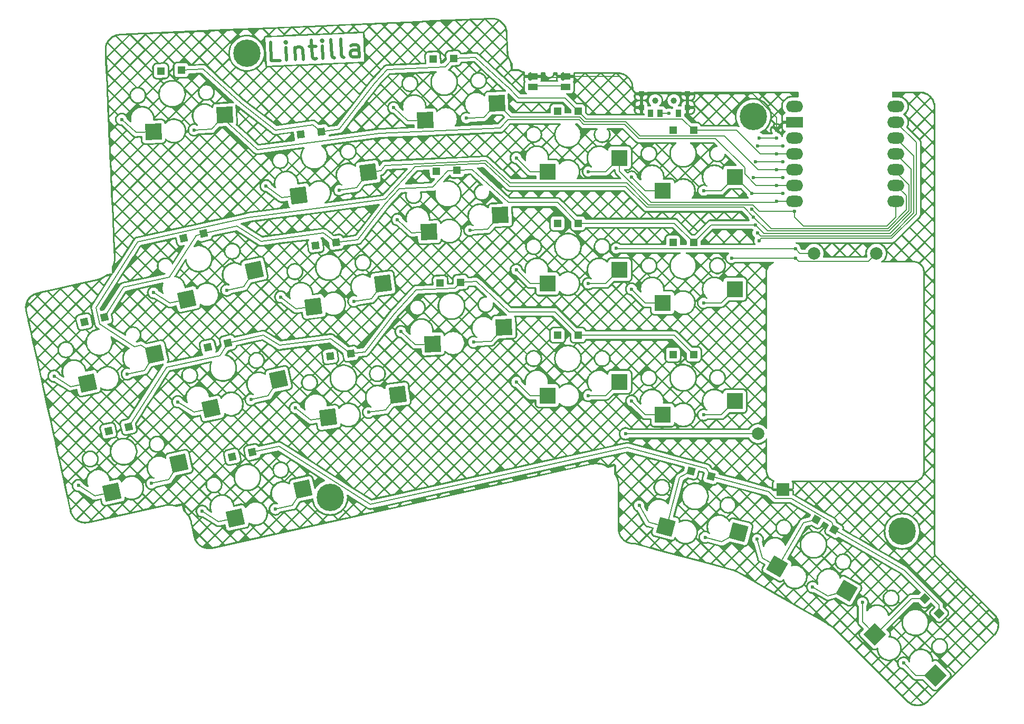
<source format=gbr>
%TF.GenerationSoftware,KiCad,Pcbnew,8.0.6*%
%TF.CreationDate,2024-10-22T01:49:15-07:00*%
%TF.ProjectId,lintilla,6c696e74-696c-46c6-912e-6b696361645f,v1.0*%
%TF.SameCoordinates,Original*%
%TF.FileFunction,Copper,L1,Top*%
%TF.FilePolarity,Positive*%
%FSLAX46Y46*%
G04 Gerber Fmt 4.6, Leading zero omitted, Abs format (unit mm)*
G04 Created by KiCad (PCBNEW 8.0.6) date 2024-10-22 01:49:15*
%MOMM*%
%LPD*%
G01*
G04 APERTURE LIST*
G04 Aperture macros list*
%AMRotRect*
0 Rectangle, with rotation*
0 The origin of the aperture is its center*
0 $1 length*
0 $2 width*
0 $3 Rotation angle, in degrees counterclockwise*
0 Add horizontal line*
21,1,$1,$2,0,0,$3*%
G04 Aperture macros list end*
%ADD10C,0.500000*%
%TA.AperFunction,NonConductor*%
%ADD11C,0.500000*%
%TD*%
%TA.AperFunction,SMDPad,CuDef*%
%ADD12R,0.900000X0.900000*%
%TD*%
%TA.AperFunction,WasherPad*%
%ADD13C,1.000000*%
%TD*%
%TA.AperFunction,SMDPad,CuDef*%
%ADD14R,0.900000X1.250000*%
%TD*%
%TA.AperFunction,ComponentPad*%
%ADD15C,0.600000*%
%TD*%
%TA.AperFunction,SMDPad,CuDef*%
%ADD16RotRect,1.200000X1.200000X135.000000*%
%TD*%
%TA.AperFunction,SMDPad,CuDef*%
%ADD17RotRect,1.200000X1.200000X187.500000*%
%TD*%
%TA.AperFunction,SMDPad,CuDef*%
%ADD18R,2.600000X2.600000*%
%TD*%
%TA.AperFunction,SMDPad,CuDef*%
%ADD19RotRect,1.200000X1.200000X182.500000*%
%TD*%
%TA.AperFunction,SMDPad,CuDef*%
%ADD20RotRect,2.600000X2.600000X165.000000*%
%TD*%
%TA.AperFunction,SMDPad,CuDef*%
%ADD21RotRect,2.600000X2.600000X135.000000*%
%TD*%
%TA.AperFunction,SMDPad,CuDef*%
%ADD22RotRect,2.600000X2.600000X187.500000*%
%TD*%
%TA.AperFunction,SMDPad,CuDef*%
%ADD23RotRect,1.200000X1.200000X192.500000*%
%TD*%
%TA.AperFunction,SMDPad,CuDef*%
%ADD24RotRect,2.600000X2.600000X182.500000*%
%TD*%
%TA.AperFunction,ComponentPad*%
%ADD25C,0.700000*%
%TD*%
%TA.AperFunction,ComponentPad*%
%ADD26C,4.400000*%
%TD*%
%TA.AperFunction,SMDPad,CuDef*%
%ADD27RotRect,2.600000X2.600000X192.500000*%
%TD*%
%TA.AperFunction,SMDPad,CuDef*%
%ADD28R,1.200000X1.200000*%
%TD*%
%TA.AperFunction,SMDPad,CuDef*%
%ADD29RotRect,1.200000X1.200000X165.000000*%
%TD*%
%TA.AperFunction,SMDPad,CuDef*%
%ADD30RotRect,1.200000X1.200000X150.000000*%
%TD*%
%TA.AperFunction,SMDPad,CuDef*%
%ADD31O,2.750000X1.800000*%
%TD*%
%TA.AperFunction,SMDPad,CuDef*%
%ADD32R,2.750000X1.800000*%
%TD*%
%TA.AperFunction,SMDPad,CuDef*%
%ADD33R,1.550000X1.000000*%
%TD*%
%TA.AperFunction,SMDPad,CuDef*%
%ADD34R,2.000000X2.000000*%
%TD*%
%TA.AperFunction,SMDPad,CuDef*%
%ADD35RotRect,2.600000X2.600000X150.000000*%
%TD*%
%TA.AperFunction,SMDPad,CuDef*%
%ADD36C,2.000000*%
%TD*%
%TA.AperFunction,Conductor*%
%ADD37C,0.200000*%
%TD*%
G04 APERTURE END LIST*
D10*
D11*
X73503156Y-35988919D02*
X72075944Y-36051233D01*
X72075944Y-36051233D02*
X71945086Y-33054088D01*
X74502204Y-35945300D02*
X74414965Y-33947204D01*
X74371345Y-32948155D02*
X74234856Y-33097108D01*
X74234856Y-33097108D02*
X74383808Y-33233598D01*
X74383808Y-33233598D02*
X74520298Y-33084645D01*
X74520298Y-33084645D02*
X74371345Y-32948155D01*
X74371345Y-32948155D02*
X74383808Y-33233598D01*
X75842176Y-33884890D02*
X75929415Y-35882987D01*
X75854639Y-34170333D02*
X75991129Y-34021380D01*
X75991129Y-34021380D02*
X76270340Y-33866196D01*
X76270340Y-33866196D02*
X76698503Y-33847502D01*
X76698503Y-33847502D02*
X76990177Y-33977761D01*
X76990177Y-33977761D02*
X77145361Y-34256972D01*
X77145361Y-34256972D02*
X77213905Y-35826905D01*
X78125715Y-33785189D02*
X79267485Y-33735338D01*
X78510259Y-32767446D02*
X78622423Y-35336428D01*
X78622423Y-35336428D02*
X78777607Y-35615639D01*
X78777607Y-35615639D02*
X79069281Y-35745897D01*
X79069281Y-35745897D02*
X79354723Y-35733434D01*
X80353772Y-35689815D02*
X80266533Y-33691719D01*
X80222914Y-32692670D02*
X80086424Y-32841623D01*
X80086424Y-32841623D02*
X80235376Y-32978113D01*
X80235376Y-32978113D02*
X80371866Y-32829160D01*
X80371866Y-32829160D02*
X80222914Y-32692670D01*
X80222914Y-32692670D02*
X80235376Y-32978113D01*
X82209147Y-35608808D02*
X81917473Y-35478549D01*
X81917473Y-35478549D02*
X81762289Y-35199338D01*
X81762289Y-35199338D02*
X81650125Y-32630357D01*
X83779080Y-35540263D02*
X83487406Y-35410004D01*
X83487406Y-35410004D02*
X83332222Y-35130793D01*
X83332222Y-35130793D02*
X83220058Y-32561812D01*
X86205340Y-35434330D02*
X86136796Y-33864397D01*
X86136796Y-33864397D02*
X85981612Y-33585186D01*
X85981612Y-33585186D02*
X85689938Y-33454928D01*
X85689938Y-33454928D02*
X85119053Y-33479853D01*
X85119053Y-33479853D02*
X84839842Y-33635037D01*
X86199109Y-35291609D02*
X85919898Y-35446793D01*
X85919898Y-35446793D02*
X85206292Y-35477949D01*
X85206292Y-35477949D02*
X84914619Y-35347691D01*
X84914619Y-35347691D02*
X84759435Y-35068480D01*
X84759435Y-35068480D02*
X84746972Y-34783038D01*
X84746972Y-34783038D02*
X84877230Y-34491364D01*
X84877230Y-34491364D02*
X85156441Y-34336180D01*
X85156441Y-34336180D02*
X85870047Y-34305023D01*
X85870047Y-34305023D02*
X86149258Y-34149839D01*
D12*
%TO.P,T1,*%
%TO.N,GND*%
X131480185Y-41341780D03*
X131480185Y-43541786D03*
D13*
%TO.N,*%
X133680187Y-42441784D03*
X136680183Y-42441782D03*
D12*
%TO.N,GND*%
X138880185Y-41341780D03*
X138880185Y-43541786D03*
D14*
%TO.P,T1,1*%
%TO.N,BAT+*%
X137430183Y-44516784D03*
%TO.P,T1,2*%
%TO.N,RAW*%
X134430187Y-44516782D03*
D15*
%TO.P,T1,3*%
%TO.N,N/C*%
X132930185Y-44516783D03*
D14*
X132930185Y-44516783D03*
D15*
%TO.N,RAW*%
X134430187Y-44516782D03*
%TD*%
%TO.P,SW21,1*%
%TO.N,P1*%
X179264031Y-124815247D03*
D16*
X179264031Y-124815247D03*
D15*
%TO.P,SW21,2*%
%TO.N,reachy_spot*%
X176930579Y-122481795D03*
D16*
X176930579Y-122481795D03*
%TD*%
D15*
%TO.P,SW8,1*%
%TO.N,P3*%
X82456891Y-65280525D03*
D17*
X82456891Y-65280525D03*
D15*
%TO.P,SW8,2*%
%TO.N,ring_home*%
X79185123Y-65711261D03*
D17*
X79185123Y-65711261D03*
%TD*%
D18*
%TO.P,S16,1*%
%TO.N,P5*%
X146455185Y-90741791D03*
D15*
X141455184Y-92941791D03*
D18*
%TO.P,S16,2*%
%TO.N,inner_bottom*%
X134905184Y-92941791D03*
D15*
X129905184Y-90741791D03*
%TD*%
%TO.P,SW6,1*%
%TO.N,P10*%
X57650104Y-37554610D03*
D19*
X57650104Y-37554610D03*
D15*
%TO.P,SW6,2*%
%TO.N,pinky_fn*%
X54353244Y-37698554D03*
D19*
X54353244Y-37698554D03*
%TD*%
D15*
%TO.P,SW9,1*%
%TO.N,P10*%
X80107416Y-47434520D03*
D17*
X80107416Y-47434520D03*
D15*
%TO.P,SW9,2*%
%TO.N,ring_top*%
X76835648Y-47865256D03*
D17*
X76835648Y-47865256D03*
%TD*%
D20*
%TO.P,S19,1*%
%TO.N,P9*%
X147095944Y-111791404D03*
D15*
X141696913Y-112622347D03*
D20*
%TO.P,S19,2*%
%TO.N,secondary_spot*%
X135370099Y-110927082D03*
D15*
X131109871Y-107507950D03*
%TD*%
D21*
%TO.P,S21,1*%
%TO.N,P5*%
X178645302Y-134803120D03*
D15*
X173554132Y-132823220D03*
D21*
%TO.P,S21,2*%
%TO.N,reachy_spot*%
X168922589Y-128191674D03*
D15*
X166942686Y-123100500D03*
%TD*%
%TO.P,V4,1*%
%TO.N,RST*%
X127430182Y-66208454D03*
%TD*%
%TO.P,V2,1*%
%TO.N,BAT+*%
X145930184Y-67741794D03*
%TD*%
D22*
%TO.P,S8,1*%
%TO.N,P6*%
X90004162Y-71851622D03*
D15*
X85334092Y-74685434D03*
D22*
%TO.P,S8,2*%
%TO.N,ring_home*%
X78840130Y-75540380D03*
D15*
X73595748Y-74011832D03*
%TD*%
%TO.P,SW3,1*%
%TO.N,P1*%
X69040445Y-98966288D03*
D23*
X69040445Y-98966288D03*
D15*
%TO.P,SW3,2*%
%TO.N,pinky_bottom*%
X65818669Y-99680538D03*
D23*
X65818669Y-99680538D03*
%TD*%
D24*
%TO.P,S11,1*%
%TO.N,P9*%
X108839481Y-60859382D03*
D15*
X103940201Y-63275385D03*
D24*
%TO.P,S11,2*%
%TO.N,middle_home*%
X97396435Y-63561092D03*
D15*
X92305232Y-61581283D03*
%TD*%
%TO.P,V1,1*%
%TO.N,BAT+*%
X156180184Y-67741786D03*
%TD*%
D25*
%TO.P,,1*%
%TO.N,N/C*%
X66493442Y-34916360D03*
X66925365Y-33729664D03*
X67027148Y-36060895D03*
X68069900Y-33195958D03*
D26*
X68141872Y-34844388D03*
D25*
X68213844Y-36492818D03*
X69256596Y-33627881D03*
X69358379Y-35959112D03*
X69790302Y-34772416D03*
%TD*%
D27*
%TO.P,S4,1*%
%TO.N,P8*%
X73235786Y-87281264D03*
D15*
X68830471Y-90511314D03*
D27*
%TO.P,S4,2*%
%TO.N,pinky_home*%
X62435734Y-91928993D03*
D15*
X57078087Y-90863340D03*
%TD*%
D18*
%TO.P,S13,1*%
%TO.N,P7*%
X127955179Y-87658455D03*
D15*
X122955178Y-89858455D03*
D18*
%TO.P,S13,2*%
%TO.N,index_bottom*%
X116405178Y-89858455D03*
D15*
X111405178Y-87658455D03*
%TD*%
D24*
%TO.P,S12,1*%
%TO.N,P9*%
X108254136Y-42867790D03*
D15*
X103354856Y-45283793D03*
D24*
%TO.P,S12,2*%
%TO.N,middle_top*%
X96811090Y-45569500D03*
D15*
X91719887Y-43589691D03*
%TD*%
%TO.P,SW17,1*%
%TO.N,P3*%
X139830187Y-65241791D03*
D28*
X139830187Y-65241791D03*
D15*
%TO.P,SW17,2*%
%TO.N,inner_home*%
X136530187Y-65241791D03*
D28*
X136530187Y-65241791D03*
%TD*%
D15*
%TO.P,SW19,1*%
%TO.N,P1*%
X142637824Y-102832286D03*
D29*
X142637824Y-102832286D03*
D15*
%TO.P,SW19,2*%
%TO.N,secondary_spot*%
X139450268Y-101978186D03*
D29*
X139450268Y-101978186D03*
%TD*%
D15*
%TO.P,SW20,1*%
%TO.N,P1*%
X162397989Y-111412801D03*
D30*
X162397989Y-111412801D03*
D15*
%TO.P,SW20,2*%
%TO.N,primary_spot*%
X159540105Y-109762801D03*
D30*
X159540105Y-109762801D03*
%TD*%
D31*
%TO.P,MCU1,1*%
%TO.N,N/C*%
X172300176Y-43371778D03*
%TO.P,MCU1,2*%
%TO.N,P1*%
X172300176Y-45911778D03*
%TO.P,MCU1,3*%
%TO.N,P2*%
X172300176Y-48451778D03*
%TO.P,MCU1,4*%
%TO.N,P3*%
X172300174Y-50991777D03*
%TO.P,MCU1,5*%
%TO.N,P4*%
X172300176Y-53531778D03*
%TO.P,MCU1,6*%
%TO.N,P5*%
X172300176Y-56071778D03*
%TO.P,MCU1,7*%
%TO.N,P6*%
X172300176Y-58611778D03*
%TO.P,MCU1,8*%
%TO.N,P7*%
X156060176Y-58611778D03*
%TO.P,MCU1,9*%
%TO.N,P8*%
X156060176Y-56071778D03*
%TO.P,MCU1,10*%
%TO.N,P9*%
X156060176Y-53531778D03*
%TO.P,MCU1,11*%
%TO.N,P10*%
X156060178Y-50991779D03*
%TO.P,MCU1,12*%
%TO.N,N/C*%
X156060176Y-48451778D03*
D32*
%TO.P,MCU1,13*%
%TO.N,GND*%
X156060176Y-45911778D03*
D31*
%TO.P,MCU1,14*%
%TO.N,N/C*%
X156060176Y-43371778D03*
D15*
%TO.P,MCU1,15*%
%TO.N,GND*%
X153180180Y-47181780D03*
%TO.P,MCU1,16*%
%TO.N,P2*%
X150080176Y-49721778D03*
X150080176Y-63691778D03*
X154180176Y-49721778D03*
%TO.P,MCU1,17*%
%TO.N,P3*%
X149780176Y-52261778D03*
X149780176Y-62421778D03*
X154180175Y-52261778D03*
%TO.P,MCU1,18*%
%TO.N,P4*%
X149480175Y-54801776D03*
X149480176Y-61151778D03*
X154180176Y-54801778D03*
%TO.P,MCU1,19*%
%TO.N,P5*%
X149180176Y-57341778D03*
X149180176Y-59881778D03*
X154180175Y-57341782D03*
%TO.P,MCU1,20*%
%TO.N,P6*%
X156060176Y-60241778D03*
%TO.P,MCU1,21*%
%TO.N,P1*%
X150380176Y-48451778D03*
X150380176Y-64961778D03*
X153180175Y-48451776D03*
%TO.P,MCU1,22*%
%TO.N,P10*%
X153180174Y-50991778D03*
%TO.P,MCU1,23*%
%TO.N,P9*%
X153180175Y-53531782D03*
%TO.P,MCU1,24*%
%TO.N,P8*%
X153180179Y-56071778D03*
%TO.P,MCU1,25*%
%TO.N,P7*%
X153180179Y-58611777D03*
%TD*%
%TO.P,B1,1*%
%TO.N,GND*%
X114055184Y-38558455D03*
D33*
X114055184Y-38558455D03*
D15*
X119305184Y-38558455D03*
D33*
X119305184Y-38558455D03*
D15*
%TO.P,B1,2*%
%TO.N,RST*%
X114055184Y-40258455D03*
D33*
X114055184Y-40258455D03*
D15*
X119305184Y-40258455D03*
D33*
X119305184Y-40258455D03*
%TD*%
D15*
%TO.P,SW15,1*%
%TO.N,P10*%
X121330183Y-44158458D03*
D28*
X121330183Y-44158458D03*
D15*
%TO.P,SW15,2*%
%TO.N,index_top*%
X118030183Y-44158458D03*
D28*
X118030183Y-44158458D03*
%TD*%
D15*
%TO.P,SW5,1*%
%TO.N,P3*%
X61248611Y-63819630D03*
D23*
X61248611Y-63819630D03*
D15*
%TO.P,SW5,2*%
%TO.N,pinky_top*%
X58026835Y-64533880D03*
D23*
X58026835Y-64533880D03*
%TD*%
D15*
%TO.P,SW10,1*%
%TO.N,P2*%
X102478975Y-71647100D03*
D19*
X102478975Y-71647100D03*
D15*
%TO.P,SW10,2*%
%TO.N,middle_bottom*%
X99182115Y-71791044D03*
D19*
X99182115Y-71791044D03*
%TD*%
D25*
%TO.P,,1*%
%TO.N,N/C*%
X171907890Y-110841163D03*
X172909781Y-110072386D03*
X171743055Y-112093214D03*
X174161832Y-110237221D03*
D26*
X173336832Y-111666163D03*
D25*
X172511832Y-113095105D03*
X174930609Y-111239112D03*
X173763883Y-113259940D03*
X174765774Y-112491163D03*
%TD*%
D15*
%TO.P,PAD6,1*%
%TO.N,GND*%
X154180190Y-104991788D03*
D34*
X154180190Y-104991788D03*
%TD*%
D15*
%TO.P,T2,3*%
%TO.N,RAW*%
X135930185Y-44516783D03*
%TO.N,BAT+*%
X137430183Y-44516784D03*
%TD*%
D27*
%TO.P,S2,1*%
%TO.N,P4*%
X53372447Y-83157746D03*
D15*
X48967132Y-86387796D03*
D27*
%TO.P,S2,2*%
%TO.N,outer_home*%
X42572395Y-87805475D03*
D15*
X37214748Y-86739822D03*
%TD*%
%TO.P,SW1,1*%
%TO.N,P2*%
X49177104Y-94842765D03*
D23*
X49177104Y-94842765D03*
D15*
%TO.P,SW1,2*%
%TO.N,outer_bottom*%
X45955328Y-95557015D03*
D23*
X45955328Y-95557015D03*
%TD*%
D18*
%TO.P,S15,1*%
%TO.N,P7*%
X127955179Y-51658454D03*
D15*
X122955178Y-53858454D03*
D18*
%TO.P,S15,2*%
%TO.N,index_top*%
X116405178Y-53858454D03*
D15*
X111405178Y-51658454D03*
%TD*%
%TO.P,SW16,1*%
%TO.N,P2*%
X139830176Y-83241786D03*
D28*
X139830176Y-83241786D03*
D15*
%TO.P,SW16,2*%
%TO.N,inner_bottom*%
X136530176Y-83241786D03*
D28*
X136530176Y-83241786D03*
%TD*%
D27*
%TO.P,S1,1*%
%TO.N,P4*%
X57268359Y-100731059D03*
D15*
X52863044Y-103961109D03*
D27*
%TO.P,S1,2*%
%TO.N,outer_bottom*%
X46468307Y-105378788D03*
D15*
X41110660Y-104313135D03*
%TD*%
%TO.P,SW7,1*%
%TO.N,P2*%
X84806365Y-83126538D03*
D17*
X84806365Y-83126538D03*
D15*
%TO.P,SW7,2*%
%TO.N,ring_bottom*%
X81534597Y-83557274D03*
D17*
X81534597Y-83557274D03*
%TD*%
D25*
%TO.P,,1*%
%TO.N,N/C*%
X147780188Y-44991792D03*
X148263462Y-43825066D03*
X148263462Y-46158518D03*
X149430188Y-43341792D03*
D26*
X149430188Y-44991792D03*
D25*
X149430188Y-46641792D03*
X150596914Y-43825066D03*
X150596914Y-46158518D03*
X151080188Y-44991792D03*
%TD*%
D15*
%TO.P,SW13,1*%
%TO.N,P2*%
X121330183Y-80158460D03*
D28*
X121330183Y-80158460D03*
D15*
%TO.P,SW13,2*%
%TO.N,index_bottom*%
X118030183Y-80158460D03*
D28*
X118030183Y-80158460D03*
%TD*%
D27*
%TO.P,S5,1*%
%TO.N,P8*%
X69339876Y-69707946D03*
D15*
X64934561Y-72937996D03*
D27*
%TO.P,S5,2*%
%TO.N,pinky_top*%
X58539824Y-74355675D03*
D15*
X53182177Y-73290022D03*
%TD*%
%TO.P,V3,1*%
%TO.N,RST*%
X156180174Y-66241789D03*
%TD*%
D24*
%TO.P,S10,1*%
%TO.N,P9*%
X109424819Y-78850980D03*
D15*
X104525539Y-81266983D03*
D24*
%TO.P,S10,2*%
%TO.N,middle_bottom*%
X97981773Y-81552690D03*
D15*
X92890570Y-79572881D03*
%TD*%
D24*
%TO.P,S6,1*%
%TO.N,P8*%
X64595941Y-44758483D03*
D15*
X59696661Y-47174486D03*
D24*
%TO.P,S6,2*%
%TO.N,pinky_fn*%
X53152895Y-47460193D03*
D15*
X48061692Y-45480384D03*
%TD*%
D18*
%TO.P,S18,1*%
%TO.N,P5*%
X146455182Y-54741783D03*
D15*
X141455181Y-56941783D03*
D18*
%TO.P,S18,2*%
%TO.N,inner_top*%
X134905181Y-56941783D03*
D15*
X129905181Y-54741783D03*
%TD*%
D35*
%TO.P,S20,1*%
%TO.N,P7*%
X164385397Y-121220486D03*
D15*
X158955270Y-120625742D03*
D35*
%TO.P,S20,2*%
%TO.N,primary_spot*%
X153282804Y-117350742D03*
D15*
X150052677Y-112945486D03*
%TD*%
%TO.P,SW11,1*%
%TO.N,P3*%
X101893645Y-53655506D03*
D19*
X101893645Y-53655506D03*
D15*
%TO.P,SW11,2*%
%TO.N,middle_home*%
X98596785Y-53799450D03*
D19*
X98596785Y-53799450D03*
%TD*%
D27*
%TO.P,S3,1*%
%TO.N,P8*%
X77131699Y-104854602D03*
D15*
X72726384Y-108084652D03*
D27*
%TO.P,S3,2*%
%TO.N,pinky_bottom*%
X66331647Y-109502331D03*
D15*
X60974000Y-108436678D03*
%TD*%
%TO.P,PAD5,1*%
%TO.N,RAW*%
X150180179Y-95991791D03*
D36*
X150180179Y-95991791D03*
%TD*%
%TO.P,PAD1,1*%
%TO.N,BAT+*%
X169180184Y-66991786D03*
%TD*%
D15*
%TO.P,B2,1*%
%TO.N,GND*%
X114055184Y-38558455D03*
X119305184Y-38558455D03*
%TO.P,B2,2*%
%TO.N,RST*%
X114055184Y-40258455D03*
X119305184Y-40258455D03*
%TD*%
D18*
%TO.P,S14,1*%
%TO.N,P7*%
X127955183Y-69658459D03*
D15*
X122955182Y-71858459D03*
D18*
%TO.P,S14,2*%
%TO.N,index_home*%
X116405182Y-71858459D03*
D15*
X111405182Y-69658459D03*
%TD*%
%TO.P,SW12,1*%
%TO.N,P10*%
X101308304Y-35663912D03*
D19*
X101308304Y-35663912D03*
D15*
%TO.P,SW12,2*%
%TO.N,middle_top*%
X98011444Y-35807856D03*
D19*
X98011444Y-35807856D03*
%TD*%
D36*
%TO.P,PAD3,1*%
%TO.N,RST*%
X159180178Y-66991793D03*
%TD*%
D15*
%TO.P,SW14,1*%
%TO.N,P3*%
X121330189Y-62158456D03*
D28*
X121330189Y-62158456D03*
D15*
%TO.P,SW14,2*%
%TO.N,index_home*%
X118030189Y-62158456D03*
D28*
X118030189Y-62158456D03*
%TD*%
D18*
%TO.P,S17,1*%
%TO.N,P5*%
X146455189Y-72741794D03*
D15*
X141455188Y-74941794D03*
D18*
%TO.P,S17,2*%
%TO.N,inner_home*%
X134905188Y-74941794D03*
D15*
X129905188Y-72741794D03*
%TD*%
D22*
%TO.P,S9,1*%
%TO.N,P6*%
X87654688Y-54005619D03*
D15*
X82984618Y-56839431D03*
D22*
%TO.P,S9,2*%
%TO.N,ring_top*%
X76490656Y-57694377D03*
D15*
X71246274Y-56165829D03*
%TD*%
D22*
%TO.P,S7,1*%
%TO.N,P6*%
X92353631Y-89697625D03*
D15*
X87683561Y-92531437D03*
D22*
%TO.P,S7,2*%
%TO.N,ring_bottom*%
X81189599Y-93386383D03*
D15*
X75945217Y-91857835D03*
%TD*%
D25*
%TO.P,,1*%
%TO.N,N/C*%
X79888574Y-106548043D03*
X80107866Y-105304374D03*
X80612918Y-107582514D03*
X81142337Y-104580030D03*
D26*
X81499462Y-106190918D03*
D25*
X81856587Y-107801806D03*
X82386006Y-104799322D03*
X82891058Y-107077462D03*
X83110350Y-105833793D03*
%TD*%
D15*
%TO.P,SW4,1*%
%TO.N,P2*%
X65144517Y-81392972D03*
D23*
X65144517Y-81392972D03*
D15*
%TO.P,SW4,2*%
%TO.N,pinky_home*%
X61922741Y-82107222D03*
D23*
X61922741Y-82107222D03*
%TD*%
D15*
%TO.P,V5,1*%
%TO.N,RAW*%
X128930188Y-95991789D03*
%TD*%
%TO.P,SW2,1*%
%TO.N,P3*%
X45281189Y-77269431D03*
D23*
X45281189Y-77269431D03*
D15*
%TO.P,SW2,2*%
%TO.N,outer_home*%
X42059413Y-77983681D03*
D23*
X42059413Y-77983681D03*
%TD*%
D15*
%TO.P,SW18,1*%
%TO.N,P10*%
X139830188Y-47241786D03*
D28*
X139830188Y-47241786D03*
D15*
%TO.P,SW18,2*%
%TO.N,inner_top*%
X136530188Y-47241786D03*
D28*
X136530188Y-47241786D03*
%TD*%
D37*
%TO.N,P4*%
X149480176Y-61151779D02*
X147920181Y-59591784D01*
X174375176Y-55974733D02*
X174375183Y-60194576D01*
X50635766Y-65173905D02*
X43911035Y-75729615D01*
X53372450Y-83157747D02*
X51700765Y-85781767D01*
X51700765Y-85781767D02*
X48967134Y-86387797D01*
X95189880Y-53047340D02*
X90358834Y-58319500D01*
X44495423Y-78365615D02*
X50160775Y-81974841D01*
X51165890Y-81752013D02*
X53372448Y-83157746D01*
X172300183Y-53899727D02*
X174375176Y-55974733D01*
X43911035Y-75729615D02*
X44495423Y-78365615D01*
X55596677Y-103355079D02*
X52863048Y-103961110D01*
X50160775Y-81974841D02*
X51165890Y-81752013D01*
X106358833Y-52559694D02*
X95189880Y-53047340D01*
X172300182Y-53531789D02*
X172300183Y-53899727D01*
X151731169Y-63402768D02*
X149480179Y-61151785D01*
X68270431Y-61227496D02*
X68264949Y-61234641D01*
X174375183Y-60194576D02*
X171166992Y-63402774D01*
X147858685Y-59591784D02*
X132325587Y-59591783D01*
X90358834Y-58319500D02*
X68270431Y-61227496D01*
X171166992Y-63402774D02*
X151731169Y-63402768D01*
X68264949Y-61234641D02*
X68241976Y-61270703D01*
X110358683Y-56224882D02*
X106358833Y-52559694D01*
X68241976Y-61270703D02*
X50635766Y-65173905D01*
X57268363Y-100731059D02*
X55596677Y-103355079D01*
X132325587Y-59591783D02*
X128958685Y-56224880D01*
X128958685Y-56224880D02*
X110358683Y-56224882D01*
X149480178Y-54801784D02*
X154180188Y-54801785D01*
X147920181Y-59591784D02*
X147858685Y-59591784D01*
%TO.N,outer_bottom*%
X43734679Y-105984820D02*
X41110660Y-104313135D01*
X46468309Y-105378790D02*
X43734679Y-105984820D01*
%TO.N,outer_home*%
X42572397Y-87805474D02*
X39838765Y-88411504D01*
X39838765Y-88411504D02*
X37214744Y-86739820D01*
%TO.N,P8*%
X108768992Y-46899172D02*
X89529048Y-47739207D01*
X71564104Y-89905289D02*
X68830473Y-90511318D01*
X69817429Y-50334284D02*
X64631927Y-45582645D01*
X67668192Y-72331966D02*
X64934563Y-72937996D01*
X89529048Y-47739207D02*
X69817429Y-50334284D01*
X156060181Y-56071791D02*
X153180187Y-56071780D01*
X73235789Y-87281263D02*
X71564104Y-89905289D01*
X128821597Y-46299384D02*
X122255915Y-46299387D01*
X77131702Y-104854599D02*
X75460015Y-107478619D01*
X64631927Y-45582645D02*
X64595944Y-44758486D01*
X153180183Y-56071781D02*
X149901648Y-56071784D01*
X62493999Y-47052357D02*
X59696665Y-47174489D01*
X149901648Y-56071784D02*
X148055183Y-54225320D01*
X131064006Y-48541788D02*
X128821597Y-46299384D01*
X148055183Y-54225320D02*
X148055180Y-53232970D01*
X75460015Y-107478619D02*
X72726387Y-108084653D01*
X143364007Y-48541787D02*
X131064006Y-48541788D01*
X69339878Y-69707944D02*
X67668192Y-72331966D01*
X122198318Y-46241787D02*
X121471603Y-45515067D01*
X64595944Y-44758486D02*
X62493999Y-47052357D01*
X121471603Y-45515067D02*
X110037289Y-45515067D01*
X148055180Y-53232970D02*
X143364007Y-48541787D01*
X122198321Y-46241791D02*
X122198318Y-46241787D01*
X122255915Y-46299387D02*
X122198321Y-46241791D01*
X110037289Y-45515067D02*
X108768992Y-46899172D01*
%TO.N,pinky_bottom*%
X66331646Y-109502329D02*
X63598020Y-110108361D01*
X63598020Y-110108361D02*
X60973998Y-108436678D01*
%TO.N,pinky_home*%
X59702105Y-92535027D02*
X57078084Y-90863342D01*
X62435734Y-91928997D02*
X59702105Y-92535027D01*
%TO.N,pinky_top*%
X58539825Y-74355674D02*
X55806195Y-74961706D01*
X55806195Y-74961706D02*
X53182176Y-73290021D01*
%TO.N,pinky_fn*%
X53152896Y-47460199D02*
X50355561Y-47582329D01*
X50355561Y-47582329D02*
X48061694Y-45480387D01*
%TO.N,P6*%
X172300179Y-61138222D02*
X170835619Y-62602774D01*
X106509527Y-52152736D02*
X90327047Y-52859275D01*
X89648882Y-53743079D02*
X90327047Y-52859275D01*
X128842908Y-55709452D02*
X129140911Y-55709453D01*
X156060179Y-61138443D02*
X156060186Y-60241792D01*
X156060175Y-60241782D02*
X150388704Y-60241780D01*
X92353629Y-89697621D02*
X90459603Y-92165966D01*
X90004163Y-71851621D02*
X88110137Y-74319965D01*
X87654689Y-54005620D02*
X89648882Y-53743079D01*
X150388704Y-60241780D02*
X149338709Y-59191782D01*
X85760666Y-56473958D02*
X82984620Y-56839430D01*
X90459603Y-92165966D02*
X87683558Y-92531437D01*
X149338709Y-59191782D02*
X132623242Y-59191784D01*
X172300186Y-58611787D02*
X172300179Y-61138222D01*
X110389912Y-55708454D02*
X106509527Y-52152736D01*
X157524519Y-62602768D02*
X156060179Y-61138443D01*
X170835619Y-62602774D02*
X157524519Y-62602768D01*
X128841907Y-55708455D02*
X110389912Y-55708454D01*
X88110137Y-74319965D02*
X85334093Y-74685437D01*
X132623242Y-59191784D02*
X129140911Y-55709453D01*
X128841907Y-55708455D02*
X128842908Y-55709452D01*
X87654689Y-54005620D02*
X85760666Y-56473958D01*
%TO.N,ring_bottom*%
X78413555Y-93751854D02*
X75945212Y-91857833D01*
X81189593Y-93386383D02*
X78413555Y-93751854D01*
%TO.N,ring_home*%
X78840127Y-75540381D02*
X76064085Y-75905857D01*
X76064085Y-75905857D02*
X73595748Y-74011828D01*
%TO.N,ring_top*%
X76490657Y-57694378D02*
X73714612Y-58059852D01*
X73714612Y-58059852D02*
X71246275Y-56165832D01*
%TO.N,P9*%
X108839483Y-60859379D02*
X106737538Y-63153248D01*
X106152195Y-45161659D02*
X103354859Y-45283792D01*
X156060182Y-53531786D02*
X153180182Y-53531789D01*
X109424814Y-78850980D02*
X107322866Y-81144846D01*
X110485730Y-45099383D02*
X108254139Y-42867787D01*
X150201654Y-53531785D02*
X144811648Y-48141790D01*
X144811648Y-48141790D02*
X131271599Y-48141788D01*
X107322866Y-81144846D02*
X104525535Y-81266985D01*
X122364007Y-45841785D02*
X121621597Y-45099383D01*
X144401510Y-113347043D02*
X141696915Y-112622351D01*
X106737538Y-63153248D02*
X103940201Y-63275382D01*
X131271599Y-48141788D02*
X128971599Y-45841790D01*
X153180174Y-53531787D02*
X150201654Y-53531785D01*
X121621597Y-45099383D02*
X110485730Y-45099383D01*
X128971599Y-45841790D02*
X122364007Y-45841785D01*
X147095941Y-111791411D02*
X144401510Y-113347043D01*
X108254140Y-42867788D02*
X106152195Y-45161659D01*
%TO.N,middle_bottom*%
X97981768Y-81552690D02*
X95184433Y-81674823D01*
X95184433Y-81674823D02*
X92890568Y-79572883D01*
%TO.N,middle_home*%
X94599103Y-63683226D02*
X92305231Y-61581282D01*
X97396442Y-63561090D02*
X94599103Y-63683226D01*
%TO.N,middle_top*%
X94013761Y-45691638D02*
X91719895Y-43589694D01*
X96811098Y-45569500D02*
X94013761Y-45691638D01*
%TO.N,P7*%
X125755179Y-89858457D02*
X122955174Y-89858457D01*
X164385394Y-121220486D02*
X161380137Y-122025743D01*
X132973243Y-58791783D02*
X127955180Y-53773721D01*
X127955183Y-51658453D02*
X125755178Y-53858458D01*
X127955180Y-69658459D02*
X125755183Y-71858462D01*
X125755183Y-71858462D02*
X122955178Y-71858462D01*
X153180177Y-58611781D02*
X153000175Y-58791782D01*
X161380137Y-122025743D02*
X158955270Y-120625743D01*
X127955181Y-87658456D02*
X125755179Y-89858457D01*
X153000175Y-58791782D02*
X132973243Y-58791783D01*
X156060183Y-58611792D02*
X153180176Y-58611791D01*
X125755178Y-53858458D02*
X122955180Y-53858462D01*
X127955180Y-53773721D02*
X127955179Y-51658455D01*
%TO.N,index_bottom*%
X116405185Y-89858456D02*
X113605187Y-89858457D01*
X113605187Y-89858457D02*
X111405180Y-87658455D01*
%TO.N,index_home*%
X113605177Y-71858452D02*
X111405179Y-69658457D01*
X116405185Y-71858456D02*
X113605177Y-71858452D01*
%TO.N,index_top*%
X116405182Y-53858462D02*
X113605180Y-53858460D01*
X113605180Y-53858460D02*
X111405183Y-51658461D01*
%TO.N,P5*%
X178645310Y-134803117D02*
X175534040Y-134803117D01*
X172300183Y-56071793D02*
X173975176Y-57746783D01*
X146455180Y-54741789D02*
X144255189Y-56941786D01*
X173975176Y-57746783D02*
X173975182Y-60028896D01*
X149180182Y-57341777D02*
X149840912Y-57341781D01*
X144255187Y-74941784D02*
X141455187Y-74941788D01*
X144255189Y-56941786D02*
X141455178Y-56941792D01*
X171001306Y-63002768D02*
X152301159Y-63002777D01*
X173975182Y-60028896D02*
X171001306Y-63002768D01*
X152301159Y-63002777D02*
X149180184Y-59881796D01*
X149180177Y-57341779D02*
X146580180Y-54741782D01*
X146455179Y-90741789D02*
X144255188Y-92941788D01*
X144255188Y-92941788D02*
X141455191Y-92941788D01*
X146580180Y-54741782D02*
X146455186Y-54741783D01*
X149840912Y-57341781D02*
X149180177Y-57341779D01*
X175534040Y-134803117D02*
X173554139Y-132823219D01*
X149840912Y-57341781D02*
X154180179Y-57341790D01*
X146455176Y-72741794D02*
X144255187Y-74941784D01*
%TO.N,inner_bottom*%
X132105186Y-92941792D02*
X129905181Y-90741783D01*
X134905186Y-92941784D02*
X132105186Y-92941792D01*
%TO.N,inner_home*%
X134905184Y-74941782D02*
X132105182Y-74941784D01*
X132105182Y-74941784D02*
X129905185Y-72741783D01*
%TO.N,inner_top*%
X134905186Y-56941787D02*
X132105179Y-56941782D01*
X132105179Y-56941782D02*
X129905182Y-54741783D01*
%TO.N,secondary_spot*%
X132665494Y-110202391D02*
X131109860Y-107507950D01*
X135370106Y-110927084D02*
X135523196Y-110838694D01*
X135370098Y-110927076D02*
X132665494Y-110202391D01*
X137613155Y-103038840D02*
X139450273Y-101978186D01*
X135523196Y-110838694D02*
X137613155Y-103038840D01*
%TO.N,primary_spot*%
X150857937Y-115950742D02*
X150052686Y-112945489D01*
X153282801Y-117350749D02*
X150857937Y-115950742D01*
X153282810Y-117350744D02*
X153453560Y-117304987D01*
X157491060Y-110311839D02*
X159540107Y-109762793D01*
X153453560Y-117304987D02*
X157491060Y-110311839D01*
%TO.N,reachy_spot*%
X166942683Y-126211770D02*
X166942686Y-123100505D01*
X168922588Y-128191669D02*
X169099362Y-128191671D01*
X168922588Y-128191668D02*
X166942683Y-126211770D01*
X169099362Y-128191671D02*
X174809242Y-122481789D01*
X174809242Y-122481789D02*
X176930569Y-122481784D01*
%TO.N,P2*%
X150591160Y-64202772D02*
X150080175Y-63691790D01*
X95345981Y-72859387D02*
X91785786Y-76744664D01*
X70780047Y-80143603D02*
X73366871Y-81791593D01*
X65144518Y-81392968D02*
X70780047Y-80143603D01*
X81646134Y-80701609D02*
X73366871Y-81791593D01*
X49177100Y-94842765D02*
X55247979Y-85313393D01*
X171498362Y-64202776D02*
X150591160Y-64202772D01*
X121330178Y-80158460D02*
X117563997Y-76392277D01*
X172300182Y-48451786D02*
X175175181Y-51326791D01*
X63863785Y-83403314D02*
X65144518Y-81392968D01*
X55247979Y-85313393D02*
X63863785Y-83403314D01*
X175175181Y-51326791D02*
X175175186Y-60525956D01*
X101534781Y-72589180D02*
X95345981Y-72859387D01*
X84806364Y-83126534D02*
X81646134Y-80701609D01*
X87122813Y-82821571D02*
X91785786Y-76744664D01*
X102394669Y-71650780D02*
X101534781Y-72589180D01*
X102478979Y-71647098D02*
X102394669Y-71650780D01*
X102478979Y-71647098D02*
X104980495Y-71537878D01*
X121330183Y-80158459D02*
X136746851Y-80158453D01*
X104980495Y-71537878D02*
X110278138Y-76392276D01*
X117563997Y-76392277D02*
X110278138Y-76392276D01*
X84806364Y-83126534D02*
X87122813Y-82821571D01*
X175175186Y-60525956D02*
X171498362Y-64202776D01*
X150080184Y-49721782D02*
X154180184Y-49721790D01*
X136746851Y-80158453D02*
X139830181Y-83241788D01*
%TO.N,P3*%
X101893647Y-53655506D02*
X100395070Y-53720939D01*
X55695984Y-70837807D02*
X59989183Y-64098838D01*
X100395070Y-53720939D02*
X97977021Y-56359775D01*
X149780182Y-52261791D02*
X154180183Y-52261788D01*
X101893647Y-53655506D02*
X104345203Y-53548469D01*
X172300177Y-50991798D02*
X174775184Y-53466785D01*
X80473767Y-63758819D02*
X70430444Y-65081047D01*
X139830181Y-65241783D02*
X136746850Y-62158451D01*
X45281189Y-77269433D02*
X48339606Y-72468675D01*
X149780176Y-62421778D02*
X142650200Y-62421778D01*
X66591232Y-62635199D02*
X70430444Y-65081047D01*
X48339606Y-72468675D02*
X55695984Y-70837807D01*
X121330187Y-62158456D02*
X118004539Y-58832808D01*
X104345203Y-53548469D02*
X110112044Y-58832806D01*
X174775184Y-53466785D02*
X174775175Y-60360269D01*
X142650200Y-62421778D02*
X139830187Y-65241791D01*
X151161166Y-63802773D02*
X149780182Y-62421791D01*
X82456890Y-65280526D02*
X80473767Y-63758819D01*
X59989183Y-64098838D02*
X61248607Y-63819627D01*
X136746850Y-62158451D02*
X121330181Y-62158461D01*
X85963079Y-64818927D02*
X90367772Y-59078615D01*
X97977021Y-56359775D02*
X92645837Y-56592542D01*
X118004539Y-58832808D02*
X110112044Y-58832806D01*
X171332692Y-63802769D02*
X151161166Y-63802773D01*
X61248607Y-63819627D02*
X66591232Y-62635199D01*
X82456890Y-65280526D02*
X85963079Y-64818927D01*
X92645837Y-56592542D02*
X90367772Y-59078615D01*
X174775175Y-60360269D02*
X171332692Y-63802769D01*
%TO.N,P1*%
X151923390Y-105320347D02*
X151943402Y-105354995D01*
X153180175Y-48451776D02*
X150380178Y-48451776D01*
X162068551Y-110183370D02*
X155507453Y-106395306D01*
X179264027Y-123517612D02*
X173663171Y-117916755D01*
X69040439Y-98966289D02*
X73322019Y-98017086D01*
X87958268Y-107341406D02*
X129240429Y-98189374D01*
X141918546Y-101586473D02*
X129240429Y-98189374D01*
X150380178Y-48451776D02*
X150380176Y-48451778D01*
X171664049Y-64602773D02*
X150739198Y-64602771D01*
X162397988Y-111412797D02*
X162068551Y-110183370D01*
X172300186Y-45911788D02*
X175575184Y-49186792D01*
X142637818Y-102832288D02*
X141918546Y-101586473D01*
X175575182Y-60691644D02*
X171664049Y-64602773D01*
X150739198Y-64602771D02*
X150380183Y-64961784D01*
X73322019Y-98017086D02*
X87958268Y-107341406D01*
X155507453Y-106395306D02*
X152983708Y-106395317D01*
X179264018Y-124815243D02*
X179264027Y-123517612D01*
X175575184Y-49186792D02*
X175575182Y-60691644D01*
X142637813Y-102832286D02*
X151923390Y-105320347D01*
X152983708Y-106395317D02*
X151943402Y-105354995D01*
X162397983Y-111412794D02*
X173663171Y-117916755D01*
%TO.N,P10*%
X111782259Y-42045783D02*
X119217510Y-42045776D01*
X139830183Y-47241783D02*
X138030173Y-45441790D01*
X101308295Y-35663908D02*
X101274229Y-35665396D01*
X78748546Y-46391823D02*
X72748467Y-47181745D01*
X146751655Y-47241791D02*
X139830183Y-47241783D01*
X109941504Y-40210662D02*
X109947145Y-40210667D01*
X90687773Y-37473637D02*
X88681371Y-39663243D01*
X57650102Y-37554608D02*
X61171421Y-37400866D01*
X88681371Y-39663243D02*
X83011652Y-47052164D01*
X101308295Y-35663908D02*
X104812609Y-35510909D01*
X109947145Y-40210667D02*
X111782259Y-42045783D01*
X101274229Y-35665396D02*
X99989408Y-37067518D01*
X83011652Y-47052164D02*
X80107416Y-47434517D01*
X99989408Y-37067518D02*
X90687773Y-37473637D01*
X104812609Y-35510909D02*
X109941504Y-40210662D01*
X156060181Y-50991791D02*
X153180184Y-50991795D01*
X61171421Y-37400866D02*
X67194717Y-42920198D01*
X80107416Y-47434517D02*
X78748546Y-46391823D01*
X153180184Y-50991795D02*
X150501658Y-50991789D01*
X119217510Y-42045776D02*
X121330184Y-44158457D01*
X122613514Y-45441783D02*
X121330185Y-44158460D01*
X72748467Y-47181745D02*
X67194717Y-42920198D01*
X150501658Y-50991789D02*
X146751655Y-47241791D01*
X138030173Y-45441790D02*
X122613514Y-45441783D01*
%TO.N,GND*%
X153180182Y-47181793D02*
X153180181Y-45206256D01*
X118830394Y-38758448D02*
X114255185Y-38758451D01*
X138880180Y-41341780D02*
X131480185Y-41341785D01*
X114255185Y-38758451D02*
X114055193Y-38558462D01*
X127898325Y-38558452D02*
X119305184Y-38558462D01*
X131480185Y-41341785D02*
X131480183Y-43541798D01*
X153180181Y-45206256D02*
X149315718Y-41341789D01*
X154450181Y-45911790D02*
X153180182Y-47181793D01*
X138880180Y-41341780D02*
X138880177Y-43541782D01*
X119030408Y-38558459D02*
X118830394Y-38758448D01*
X149315718Y-41341789D02*
X138880180Y-41341780D01*
X131480185Y-41341785D02*
X130681653Y-41341779D01*
X119305184Y-38558462D02*
X119030408Y-38558459D01*
X130681653Y-41341779D02*
X127898325Y-38558452D01*
X156060185Y-45911785D02*
X154450181Y-45911790D01*
%TO.N,RST*%
X156180174Y-66241789D02*
X156930183Y-66991788D01*
X119105184Y-40058460D02*
X119305182Y-40258456D01*
X156930183Y-66991788D02*
X159180178Y-66991793D01*
X156180174Y-66241789D02*
X127463512Y-66241790D01*
X114255182Y-40058456D02*
X119105184Y-40058460D01*
X127463512Y-66241790D02*
X127430182Y-66208454D01*
X114055186Y-40258460D02*
X114255182Y-40058456D01*
%TO.N,BAT+*%
X156180184Y-67741786D02*
X145930184Y-67741794D01*
X156180184Y-67741786D02*
X156730176Y-68291791D01*
X167880186Y-68291789D02*
X169180184Y-66991786D01*
X156730176Y-68291791D02*
X167880186Y-68291789D01*
%TO.N,RAW*%
X134430180Y-44516793D02*
X135930184Y-44516785D01*
X150180179Y-95991791D02*
X128930188Y-95991789D01*
%TD*%
%TA.AperFunction,Conductor*%
%TO.N,GND*%
G36*
X107673943Y-29148318D02*
G01*
X107688841Y-29149470D01*
X107972981Y-29188828D01*
X107987642Y-29191770D01*
X108233108Y-29256666D01*
X108264948Y-29265084D01*
X108279169Y-29269778D01*
X108545617Y-29375983D01*
X108559156Y-29382352D01*
X108680631Y-29448734D01*
X108810859Y-29519899D01*
X108823541Y-29527860D01*
X109056821Y-29694736D01*
X109068446Y-29704162D01*
X109279923Y-29897950D01*
X109290326Y-29908708D01*
X109457706Y-30104158D01*
X109476900Y-30126570D01*
X109485926Y-30138498D01*
X109644888Y-30377273D01*
X109652406Y-30390194D01*
X109781421Y-30646373D01*
X109787336Y-30660128D01*
X109884534Y-30929994D01*
X109888748Y-30944363D01*
X109952706Y-31223968D01*
X109955157Y-31238740D01*
X109985470Y-31529033D01*
X109986023Y-31536502D01*
X110111355Y-34407129D01*
X110114393Y-34476727D01*
X110115087Y-34492611D01*
X110115087Y-34492615D01*
X110115770Y-34508250D01*
X110115758Y-34508296D01*
X110118304Y-34566274D01*
X110118305Y-34566304D01*
X110121286Y-34634586D01*
X110121314Y-34634849D01*
X110122661Y-34665508D01*
X110125903Y-34739322D01*
X110177603Y-35092246D01*
X110235066Y-35319885D01*
X110264906Y-35438094D01*
X110386900Y-35773258D01*
X110386902Y-35773264D01*
X110386904Y-35773267D01*
X110462231Y-35928855D01*
X110542089Y-36093802D01*
X110542336Y-36094311D01*
X110670896Y-36302736D01*
X110711850Y-36369133D01*
X110729592Y-36397896D01*
X110780215Y-36463869D01*
X110797592Y-36486515D01*
X110822786Y-36551684D01*
X110823145Y-36557800D01*
X110850000Y-37350000D01*
X111674283Y-37350000D01*
X111741322Y-37369685D01*
X111745388Y-37372412D01*
X111753569Y-37378141D01*
X111753575Y-37378144D01*
X111753576Y-37378145D01*
X111753579Y-37378147D01*
X112065015Y-37551968D01*
X112065039Y-37551980D01*
X112392545Y-37693255D01*
X112392548Y-37693255D01*
X112392551Y-37693257D01*
X112506908Y-37729315D01*
X112706645Y-37792295D01*
X112764662Y-37831228D01*
X112792420Y-37895347D01*
X112786800Y-37943153D01*
X112788371Y-37943525D01*
X112786585Y-37951082D01*
X112780184Y-38010610D01*
X112780184Y-38308455D01*
X113451629Y-38308455D01*
X113369997Y-38226823D01*
X113336512Y-38165500D01*
X113341496Y-38095808D01*
X113369997Y-38051459D01*
X113459094Y-37962363D01*
X113476180Y-37945276D01*
X113537502Y-37911790D01*
X113563864Y-37908955D01*
X113615242Y-37908955D01*
X113681134Y-37908956D01*
X113681138Y-37908955D01*
X113707876Y-37908955D01*
X113774915Y-37928640D01*
X113795557Y-37945274D01*
X114055184Y-38204902D01*
X114158737Y-38308455D01*
X115330184Y-38308455D01*
X115330184Y-38032955D01*
X115349869Y-37965916D01*
X115402673Y-37920161D01*
X115454184Y-37908955D01*
X115930684Y-37908955D01*
X115997723Y-37928640D01*
X116043478Y-37981444D01*
X116054684Y-38032955D01*
X116054684Y-38095065D01*
X116078281Y-38213696D01*
X116078721Y-38215907D01*
X116087143Y-38236239D01*
X116125871Y-38329738D01*
X116125876Y-38329747D01*
X116194325Y-38432187D01*
X116194328Y-38432191D01*
X116281447Y-38519310D01*
X116281451Y-38519313D01*
X116383891Y-38587762D01*
X116383900Y-38587767D01*
X116400015Y-38594442D01*
X116497732Y-38634918D01*
X116599956Y-38655251D01*
X116618573Y-38658954D01*
X116618577Y-38658955D01*
X116618578Y-38658955D01*
X116741791Y-38658955D01*
X116741792Y-38658954D01*
X116862636Y-38634918D01*
X116976470Y-38587766D01*
X117078917Y-38519313D01*
X117166042Y-38432188D01*
X117234495Y-38329741D01*
X117281647Y-38215907D01*
X117305684Y-38095061D01*
X117305684Y-38032955D01*
X117325369Y-37965916D01*
X117378173Y-37920161D01*
X117429684Y-37908955D01*
X117906184Y-37908955D01*
X117973223Y-37928640D01*
X118018978Y-37981444D01*
X118030184Y-38032955D01*
X118030184Y-38308455D01*
X118701630Y-38308455D01*
X118701630Y-38308454D01*
X118619997Y-38226821D01*
X118586512Y-38165498D01*
X118591496Y-38095806D01*
X118619997Y-38051458D01*
X118709093Y-37962363D01*
X118726183Y-37945274D01*
X118787506Y-37911789D01*
X118813864Y-37908955D01*
X118957876Y-37908955D01*
X119024915Y-37928640D01*
X119045557Y-37945274D01*
X119305184Y-38204902D01*
X119408737Y-38308455D01*
X120580184Y-38308455D01*
X120580184Y-38032955D01*
X120599869Y-37965916D01*
X120652673Y-37920161D01*
X120704184Y-37908955D01*
X127614285Y-37908955D01*
X127614289Y-37908956D01*
X127676431Y-37908955D01*
X127683917Y-37909180D01*
X127973978Y-37926724D01*
X127988836Y-37928528D01*
X128270985Y-37980232D01*
X128285502Y-37983811D01*
X128559350Y-38069145D01*
X128573342Y-38074450D01*
X128834919Y-38192176D01*
X128848165Y-38199129D01*
X129093635Y-38347521D01*
X129105957Y-38356027D01*
X129324280Y-38527074D01*
X129331741Y-38532919D01*
X129342948Y-38542847D01*
X129394542Y-38594442D01*
X129545770Y-38745671D01*
X129555700Y-38756880D01*
X129732589Y-38982667D01*
X129741095Y-38994990D01*
X129889484Y-39240461D01*
X129896442Y-39253720D01*
X130014155Y-39515276D01*
X130019465Y-39529278D01*
X130104793Y-39803122D01*
X130108376Y-39817660D01*
X130160074Y-40099789D01*
X130161879Y-40114655D01*
X130179449Y-40405218D01*
X130179675Y-40412704D01*
X130179674Y-40482042D01*
X130179689Y-40482293D01*
X130179692Y-40490222D01*
X130179692Y-40557724D01*
X130179704Y-40557772D01*
X130179705Y-40557774D01*
X130196663Y-40621015D01*
X130202994Y-40644642D01*
X130213803Y-40684983D01*
X130213834Y-40685058D01*
X130231660Y-40715919D01*
X130243015Y-40735578D01*
X130246736Y-40742019D01*
X130246742Y-40742042D01*
X130246747Y-40742040D01*
X130279693Y-40799103D01*
X130279749Y-40799176D01*
X130312464Y-40831877D01*
X130325653Y-40845061D01*
X130372878Y-40892286D01*
X130372880Y-40892287D01*
X130372894Y-40892298D01*
X130372954Y-40892344D01*
X130372955Y-40892345D01*
X130429195Y-40924800D01*
X130429212Y-40924818D01*
X130429216Y-40924813D01*
X130468185Y-40947312D01*
X130516401Y-40997879D01*
X130530185Y-41054699D01*
X130530185Y-41091780D01*
X132430185Y-41091780D01*
X132440372Y-41081592D01*
X132449870Y-41049247D01*
X132502674Y-41003492D01*
X132554183Y-40992286D01*
X137806188Y-40992287D01*
X137873224Y-41011971D01*
X137918979Y-41064775D01*
X137923371Y-41084966D01*
X137930185Y-41091780D01*
X139830185Y-41091780D01*
X139840372Y-41081592D01*
X139849870Y-41049248D01*
X139902674Y-41003493D01*
X139954183Y-40992287D01*
X156555683Y-40992289D01*
X156622719Y-41011974D01*
X156668474Y-41064778D01*
X156679680Y-41116289D01*
X156679680Y-41847278D01*
X156659995Y-41914317D01*
X156607191Y-41960072D01*
X156555680Y-41971278D01*
X155474954Y-41971278D01*
X155424583Y-41979256D01*
X155257223Y-42005763D01*
X155047572Y-42073881D01*
X155047569Y-42073882D01*
X154851150Y-42173965D01*
X154672817Y-42303530D01*
X154672812Y-42303534D01*
X154516932Y-42459414D01*
X154516928Y-42459419D01*
X154387363Y-42637752D01*
X154287280Y-42834171D01*
X154287279Y-42834174D01*
X154219161Y-43043825D01*
X154189729Y-43229652D01*
X154184676Y-43261556D01*
X154184676Y-43482000D01*
X154192949Y-43534234D01*
X154219161Y-43699730D01*
X154287279Y-43909381D01*
X154287280Y-43909384D01*
X154337216Y-44007386D01*
X154383980Y-44099165D01*
X154387363Y-44105803D01*
X154516928Y-44284136D01*
X154516932Y-44284141D01*
X154567492Y-44334701D01*
X154600977Y-44396024D01*
X154595993Y-44465716D01*
X154554121Y-44521649D01*
X154523145Y-44538563D01*
X154443094Y-44568421D01*
X154443082Y-44568427D01*
X154327988Y-44654587D01*
X154327985Y-44654590D01*
X154241825Y-44769684D01*
X154241821Y-44769691D01*
X154191579Y-44904398D01*
X154191577Y-44904405D01*
X154185176Y-44963933D01*
X154185176Y-45661778D01*
X156186176Y-45661778D01*
X156253215Y-45681463D01*
X156298970Y-45734267D01*
X156310176Y-45785778D01*
X156310176Y-46037778D01*
X156290491Y-46104817D01*
X156237687Y-46150572D01*
X156186176Y-46161778D01*
X154185176Y-46161778D01*
X154185176Y-46859606D01*
X154189996Y-46904439D01*
X154185414Y-46929829D01*
X154203931Y-46952569D01*
X154205795Y-46957272D01*
X154241821Y-47053864D01*
X154241825Y-47053871D01*
X154327985Y-47168965D01*
X154327988Y-47168968D01*
X154443082Y-47255128D01*
X154443089Y-47255132D01*
X154523144Y-47284991D01*
X154579078Y-47326862D01*
X154603495Y-47392327D01*
X154588643Y-47460600D01*
X154567493Y-47488853D01*
X154516932Y-47539414D01*
X154516928Y-47539419D01*
X154387363Y-47717752D01*
X154287280Y-47914171D01*
X154287279Y-47914174D01*
X154219161Y-48123825D01*
X154200904Y-48239093D01*
X154170975Y-48302228D01*
X154111663Y-48339159D01*
X154041800Y-48338161D01*
X153983568Y-48299551D01*
X153961389Y-48260650D01*
X153958661Y-48252854D01*
X153905964Y-48102254D01*
X153891021Y-48078473D01*
X153847059Y-48008508D01*
X153809991Y-47949514D01*
X153682437Y-47821960D01*
X153654336Y-47804303D01*
X153529696Y-47725986D01*
X153407299Y-47683158D01*
X153359430Y-47666408D01*
X153353585Y-47665749D01*
X153348248Y-47665148D01*
X153283835Y-47638078D01*
X153274456Y-47629609D01*
X152796790Y-47151943D01*
X153030180Y-47151943D01*
X153030180Y-47211617D01*
X153053016Y-47266748D01*
X153095212Y-47308944D01*
X153150343Y-47331780D01*
X153210017Y-47331780D01*
X153265148Y-47308944D01*
X153307344Y-47266748D01*
X153330180Y-47211617D01*
X153330180Y-47181780D01*
X153533733Y-47181780D01*
X153896840Y-47544886D01*
X153896841Y-47544886D01*
X153905514Y-47531086D01*
X153905514Y-47531085D01*
X153965057Y-47360921D01*
X153965058Y-47360918D01*
X153985242Y-47181782D01*
X153985242Y-47181777D01*
X153966393Y-47014489D01*
X153970948Y-46988480D01*
X153952145Y-46965147D01*
X153949664Y-46958648D01*
X153905514Y-46832474D01*
X153905513Y-46832472D01*
X153896841Y-46818672D01*
X153896840Y-46818672D01*
X153533733Y-47181780D01*
X153330180Y-47181780D01*
X153330180Y-47151943D01*
X153307344Y-47096812D01*
X153265148Y-47054616D01*
X153210017Y-47031780D01*
X153150343Y-47031780D01*
X153095212Y-47054616D01*
X153053016Y-47096812D01*
X153030180Y-47151943D01*
X152796790Y-47151943D01*
X152463518Y-46818671D01*
X152463517Y-46818671D01*
X152454847Y-46832471D01*
X152454842Y-46832481D01*
X152395302Y-47002638D01*
X152395301Y-47002641D01*
X152375118Y-47181777D01*
X152375118Y-47181782D01*
X152395301Y-47360918D01*
X152395302Y-47360921D01*
X152454843Y-47531082D01*
X152536667Y-47661304D01*
X152555667Y-47728541D01*
X152535299Y-47795376D01*
X152482031Y-47840590D01*
X152431673Y-47851276D01*
X150962586Y-47851276D01*
X150895547Y-47831591D01*
X150885274Y-47824224D01*
X150882437Y-47821961D01*
X150729695Y-47725987D01*
X150575857Y-47672156D01*
X150519081Y-47631434D01*
X150493334Y-47566482D01*
X150506790Y-47497920D01*
X150555178Y-47447517D01*
X150565905Y-47442047D01*
X150687467Y-47387337D01*
X150967051Y-47218322D01*
X151122919Y-47096207D01*
X151530937Y-47096207D01*
X152013006Y-47578276D01*
X152182127Y-47578276D01*
X152135091Y-47443854D01*
X152132970Y-47437198D01*
X152132582Y-47435850D01*
X152130853Y-47429143D01*
X152127442Y-47414198D01*
X152126085Y-47407378D01*
X152125850Y-47405995D01*
X152124878Y-47399107D01*
X152102977Y-47204730D01*
X152102394Y-47197827D01*
X152102315Y-47196426D01*
X152102118Y-47189445D01*
X152102118Y-47174115D01*
X152102315Y-47167134D01*
X152102394Y-47165733D01*
X152102977Y-47158830D01*
X152124878Y-46964453D01*
X152125850Y-46957565D01*
X152126085Y-46956182D01*
X152127442Y-46949362D01*
X152130853Y-46934417D01*
X152132582Y-46927710D01*
X152132970Y-46926362D01*
X152135091Y-46919706D01*
X152199696Y-46735076D01*
X152202169Y-46728596D01*
X152202706Y-46727299D01*
X152205554Y-46720933D01*
X152212205Y-46707122D01*
X152215430Y-46700884D01*
X152216109Y-46699657D01*
X152219608Y-46693727D01*
X152267164Y-46618037D01*
X152306185Y-46579014D01*
X152315848Y-46572942D01*
X152367938Y-46554714D01*
X152497960Y-46540063D01*
X152527438Y-46543383D01*
X152541783Y-46529038D01*
X152538463Y-46499560D01*
X152542344Y-46465117D01*
X152817071Y-46465117D01*
X152817071Y-46465118D01*
X153180180Y-46828226D01*
X153180181Y-46828226D01*
X153543287Y-46465118D01*
X153529484Y-46456445D01*
X153359318Y-46396901D01*
X153180183Y-46376718D01*
X153180177Y-46376718D01*
X153001041Y-46396901D01*
X153001038Y-46396902D01*
X152830881Y-46456442D01*
X152830871Y-46456447D01*
X152817071Y-46465117D01*
X152542344Y-46465117D01*
X152553114Y-46369538D01*
X152571342Y-46317448D01*
X152577414Y-46307785D01*
X152616437Y-46268764D01*
X152692127Y-46221208D01*
X152698057Y-46217709D01*
X152699284Y-46217030D01*
X152705522Y-46213805D01*
X152719333Y-46207154D01*
X152725699Y-46204306D01*
X152726996Y-46203769D01*
X152733476Y-46201296D01*
X152753255Y-46194375D01*
X152308547Y-45749667D01*
X152219228Y-46036309D01*
X152218028Y-46039958D01*
X152217781Y-46040672D01*
X152216533Y-46044115D01*
X152213607Y-46051828D01*
X152212213Y-46055340D01*
X152211924Y-46056037D01*
X152210456Y-46059434D01*
X152072989Y-46364875D01*
X152071406Y-46368255D01*
X152071075Y-46368935D01*
X152069375Y-46372296D01*
X152065541Y-46379600D01*
X152063793Y-46382815D01*
X152063423Y-46383472D01*
X152061495Y-46386775D01*
X151888212Y-46673418D01*
X151886294Y-46676488D01*
X151885885Y-46677122D01*
X151883739Y-46680338D01*
X151879054Y-46687126D01*
X151876886Y-46690168D01*
X151876438Y-46690777D01*
X151874164Y-46693772D01*
X151667594Y-46957439D01*
X151665189Y-46960413D01*
X151664705Y-46960993D01*
X151662326Y-46963760D01*
X151656857Y-46969935D01*
X151654298Y-46972737D01*
X151653780Y-46973287D01*
X151651193Y-46975952D01*
X151530937Y-47096207D01*
X151122919Y-47096207D01*
X151224224Y-47016840D01*
X151455236Y-46785828D01*
X151656718Y-46528655D01*
X151825733Y-46249071D01*
X151959815Y-45951153D01*
X151962840Y-45941447D01*
X152004055Y-45809180D01*
X152057009Y-45639245D01*
X152090417Y-45456944D01*
X152367962Y-45456944D01*
X153029937Y-46118919D01*
X153157231Y-46104577D01*
X153164133Y-46103994D01*
X153165534Y-46103915D01*
X153172515Y-46103718D01*
X153187845Y-46103718D01*
X153194826Y-46103915D01*
X153196227Y-46103994D01*
X153203130Y-46104577D01*
X153397507Y-46126478D01*
X153404395Y-46127450D01*
X153405778Y-46127685D01*
X153412598Y-46129042D01*
X153427543Y-46132453D01*
X153434250Y-46134182D01*
X153435598Y-46134570D01*
X153442254Y-46136691D01*
X153626885Y-46201297D01*
X153633321Y-46203751D01*
X153634617Y-46204287D01*
X153641028Y-46207154D01*
X153654841Y-46213806D01*
X153660654Y-46216810D01*
X154007392Y-45870073D01*
X153952301Y-45814982D01*
X153925422Y-45774756D01*
X153921616Y-45765568D01*
X153912176Y-45718113D01*
X153912176Y-44960295D01*
X153912221Y-44956960D01*
X153912239Y-44956291D01*
X153912371Y-44952994D01*
X153912762Y-44945694D01*
X153912973Y-44942518D01*
X153913026Y-44941850D01*
X153913349Y-44938401D01*
X153919195Y-44884027D01*
X153394241Y-44359073D01*
X152384025Y-45369289D01*
X152367962Y-45456944D01*
X152090417Y-45456944D01*
X152115898Y-45317896D01*
X152135624Y-44991792D01*
X152115898Y-44665688D01*
X152057009Y-44344339D01*
X152044465Y-44304084D01*
X151959821Y-44032449D01*
X151959819Y-44032444D01*
X151959815Y-44032431D01*
X151825733Y-43734513D01*
X151656718Y-43454929D01*
X151656716Y-43454926D01*
X151656714Y-43454923D01*
X151581706Y-43359183D01*
X151917844Y-43359183D01*
X152061495Y-43596809D01*
X152063423Y-43600112D01*
X152063793Y-43600769D01*
X152065541Y-43603984D01*
X152069375Y-43611288D01*
X152071075Y-43614649D01*
X152071406Y-43615329D01*
X152072989Y-43618709D01*
X152210456Y-43924150D01*
X152211924Y-43927547D01*
X152212213Y-43928244D01*
X152213607Y-43931756D01*
X152216533Y-43939469D01*
X152217781Y-43942912D01*
X152218028Y-43943626D01*
X152219228Y-43947275D01*
X152318875Y-44267059D01*
X152319908Y-44270558D01*
X152320111Y-44271284D01*
X152321085Y-44274986D01*
X152323060Y-44282995D01*
X152323934Y-44286792D01*
X152324092Y-44287532D01*
X152324794Y-44291073D01*
X152385169Y-44620536D01*
X152385773Y-44624131D01*
X152385887Y-44624876D01*
X152386409Y-44628675D01*
X152387404Y-44636864D01*
X152387792Y-44640506D01*
X152387861Y-44641259D01*
X152388152Y-44645087D01*
X152408375Y-44979425D01*
X152408544Y-44983136D01*
X152408567Y-44983891D01*
X152408624Y-44987667D01*
X152408624Y-44992553D01*
X153218172Y-44183004D01*
X152156097Y-43120929D01*
X151917844Y-43359183D01*
X151581706Y-43359183D01*
X151455233Y-43197752D01*
X151224227Y-42966746D01*
X150967056Y-42765265D01*
X150921102Y-42737485D01*
X150687467Y-42596247D01*
X150389549Y-42462165D01*
X150389542Y-42462162D01*
X150389530Y-42462158D01*
X150077640Y-42364970D01*
X149756287Y-42306081D01*
X149430188Y-42286356D01*
X149104088Y-42306081D01*
X148782735Y-42364970D01*
X148470845Y-42462158D01*
X148470829Y-42462164D01*
X148470827Y-42462165D01*
X148328325Y-42526300D01*
X148181135Y-42592545D01*
X148172909Y-42596247D01*
X148145833Y-42612615D01*
X147893319Y-42765265D01*
X147636148Y-42966746D01*
X147405142Y-43197752D01*
X147203661Y-43454923D01*
X147091850Y-43639881D01*
X147036517Y-43731414D01*
X147034642Y-43734515D01*
X147034641Y-43734517D01*
X147000899Y-43809490D01*
X146904694Y-44023249D01*
X146900560Y-44032434D01*
X146900554Y-44032449D01*
X146803366Y-44344339D01*
X146744477Y-44665692D01*
X146724752Y-44991792D01*
X146744477Y-45317891D01*
X146803366Y-45639244D01*
X146900554Y-45951134D01*
X146900558Y-45951146D01*
X146900561Y-45951153D01*
X147034643Y-46249071D01*
X147180739Y-46490742D01*
X147203661Y-46528660D01*
X147210366Y-46537218D01*
X147236215Y-46602131D01*
X147222866Y-46670713D01*
X147174558Y-46721192D01*
X147106628Y-46737540D01*
X147050755Y-46721078D01*
X147048463Y-46719755D01*
X147015778Y-46700884D01*
X146983442Y-46682215D01*
X146983433Y-46682211D01*
X146942517Y-46671247D01*
X146942517Y-46671248D01*
X146881811Y-46654982D01*
X146830712Y-46641290D01*
X146830711Y-46641290D01*
X146696565Y-46641290D01*
X141047164Y-46641284D01*
X140980124Y-46621599D01*
X140934370Y-46568795D01*
X140926924Y-46541650D01*
X140926064Y-46541854D01*
X140924280Y-46534306D01*
X140873985Y-46399457D01*
X140873981Y-46399450D01*
X140850650Y-46368284D01*
X141479878Y-46368284D01*
X143022013Y-46368285D01*
X142250945Y-45597217D01*
X141479878Y-46368284D01*
X140850650Y-46368284D01*
X140787734Y-46284240D01*
X140787732Y-46284238D01*
X140672523Y-46197992D01*
X140672516Y-46197988D01*
X140537670Y-46147694D01*
X140537671Y-46147694D01*
X140478071Y-46141287D01*
X140478069Y-46141286D01*
X140478061Y-46141286D01*
X140478053Y-46141286D01*
X139630278Y-46141286D01*
X139563239Y-46121601D01*
X139542597Y-46104968D01*
X138858772Y-45421149D01*
X139950727Y-45421149D01*
X140397864Y-45868286D01*
X140481717Y-45868286D01*
X140485047Y-45868331D01*
X140485717Y-45868349D01*
X140489034Y-45868482D01*
X140496336Y-45868874D01*
X140499710Y-45869102D01*
X140500376Y-45869156D01*
X140503610Y-45869460D01*
X140575343Y-45877172D01*
X140582976Y-45878234D01*
X140584515Y-45878497D01*
X140592144Y-45880049D01*
X140608762Y-45883976D01*
X140616204Y-45885980D01*
X140617699Y-45886433D01*
X140625073Y-45888923D01*
X140777068Y-45945613D01*
X140785240Y-45948998D01*
X140786865Y-45949740D01*
X140794790Y-45953706D01*
X140811925Y-45963063D01*
X140819570Y-45967601D01*
X140821072Y-45968567D01*
X140828308Y-45973593D01*
X140959152Y-46071543D01*
X140966047Y-46077100D01*
X140967396Y-46078269D01*
X140973871Y-46084298D01*
X140987676Y-46098103D01*
X140993705Y-46104578D01*
X140994874Y-46105927D01*
X141000431Y-46112822D01*
X141098381Y-46243666D01*
X141103407Y-46250902D01*
X141104373Y-46252404D01*
X141108911Y-46260049D01*
X141118268Y-46277184D01*
X141122234Y-46285109D01*
X141122976Y-46286734D01*
X141126361Y-46294906D01*
X141146669Y-46349355D01*
X142074875Y-45421149D01*
X142427015Y-45421149D01*
X143374152Y-46368286D01*
X143604027Y-46368286D01*
X143956164Y-46368286D01*
X145498304Y-46368288D01*
X144727233Y-45597217D01*
X143956164Y-46368286D01*
X143604027Y-46368286D01*
X144551163Y-45421149D01*
X144903303Y-45421149D01*
X145850443Y-46368289D01*
X146080312Y-46368289D01*
X146586777Y-45861823D01*
X146541501Y-45716524D01*
X146540468Y-45713026D01*
X146540265Y-45712300D01*
X146539291Y-45708598D01*
X146537316Y-45700589D01*
X146536442Y-45696792D01*
X146536284Y-45696052D01*
X146535582Y-45692511D01*
X146475207Y-45363048D01*
X146474603Y-45359453D01*
X146474489Y-45358708D01*
X146473967Y-45354909D01*
X146472972Y-45346720D01*
X146472584Y-45343078D01*
X146472515Y-45342325D01*
X146472224Y-45338497D01*
X146452001Y-45004159D01*
X146451832Y-45000448D01*
X146451809Y-44999693D01*
X146451752Y-44995917D01*
X146451752Y-44987667D01*
X146451809Y-44983891D01*
X146451832Y-44983136D01*
X146452001Y-44979426D01*
X146459627Y-44853323D01*
X145965378Y-44359074D01*
X144903303Y-45421149D01*
X144551163Y-45421149D01*
X144551164Y-45421148D01*
X143489090Y-44359074D01*
X142427015Y-45421149D01*
X142074875Y-45421149D01*
X142074876Y-45421148D01*
X141012802Y-44359074D01*
X139950727Y-45421149D01*
X138858772Y-45421149D01*
X138453693Y-45016074D01*
X138453693Y-45016073D01*
X138453692Y-45016073D01*
X138417001Y-44979382D01*
X138383516Y-44918059D01*
X138380682Y-44891701D01*
X138380682Y-44764786D01*
X139294364Y-44764786D01*
X139774658Y-45245080D01*
X140836733Y-44183005D01*
X141188871Y-44183005D01*
X142250946Y-45245080D01*
X143313021Y-44183005D01*
X143665159Y-44183005D01*
X144727234Y-45245080D01*
X145789309Y-44183005D01*
X144727234Y-43120930D01*
X143665159Y-44183005D01*
X143313021Y-44183005D01*
X142250946Y-43120930D01*
X141188871Y-44183005D01*
X140836733Y-44183005D01*
X140077342Y-43423614D01*
X140063060Y-43444990D01*
X139983389Y-43524661D01*
X139957760Y-43541786D01*
X139983389Y-43558911D01*
X140063060Y-43638582D01*
X140089939Y-43678808D01*
X140093745Y-43687996D01*
X140103185Y-43735451D01*
X140103185Y-44043269D01*
X140103140Y-44046604D01*
X140103122Y-44047273D01*
X140102990Y-44050570D01*
X140102599Y-44057870D01*
X140102388Y-44061046D01*
X140102335Y-44061714D01*
X140102012Y-44065163D01*
X140094305Y-44136835D01*
X140093244Y-44144466D01*
X140092981Y-44146005D01*
X140091431Y-44153626D01*
X140087505Y-44170245D01*
X140085477Y-44177767D01*
X140085023Y-44179262D01*
X140082555Y-44186564D01*
X140025915Y-44338424D01*
X140022530Y-44346596D01*
X140021788Y-44348221D01*
X140017822Y-44356146D01*
X140008465Y-44373281D01*
X140003927Y-44380926D01*
X140002961Y-44382428D01*
X139997935Y-44389664D01*
X139900071Y-44520393D01*
X139894514Y-44527288D01*
X139893345Y-44528637D01*
X139887316Y-44535112D01*
X139873511Y-44548917D01*
X139867036Y-44554946D01*
X139865687Y-44556115D01*
X139858792Y-44561672D01*
X139728063Y-44659536D01*
X139720827Y-44664562D01*
X139719325Y-44665528D01*
X139711680Y-44670066D01*
X139694545Y-44679423D01*
X139686620Y-44683389D01*
X139684995Y-44684131D01*
X139676823Y-44687516D01*
X139524963Y-44744156D01*
X139517661Y-44746624D01*
X139516166Y-44747078D01*
X139508644Y-44749106D01*
X139492025Y-44753032D01*
X139484404Y-44754582D01*
X139482865Y-44754845D01*
X139475234Y-44755906D01*
X139403562Y-44763613D01*
X139400113Y-44763936D01*
X139399445Y-44763989D01*
X139396269Y-44764200D01*
X139388969Y-44764591D01*
X139385672Y-44764723D01*
X139385003Y-44764741D01*
X139381668Y-44764786D01*
X139294364Y-44764786D01*
X138380682Y-44764786D01*
X138380682Y-44615786D01*
X138400367Y-44548747D01*
X138453171Y-44502992D01*
X138504682Y-44491786D01*
X138630185Y-44491786D01*
X139130185Y-44491786D01*
X139378013Y-44491786D01*
X139378029Y-44491785D01*
X139437557Y-44485384D01*
X139437564Y-44485382D01*
X139572271Y-44435140D01*
X139572278Y-44435136D01*
X139687372Y-44348976D01*
X139687375Y-44348973D01*
X139773535Y-44233879D01*
X139773539Y-44233872D01*
X139823781Y-44099165D01*
X139823783Y-44099158D01*
X139830184Y-44039630D01*
X139830185Y-44039613D01*
X139830185Y-43791786D01*
X139130185Y-43791786D01*
X139130185Y-44491786D01*
X138630185Y-44491786D01*
X138630185Y-43291786D01*
X139130185Y-43291786D01*
X139830185Y-43291786D01*
X139830185Y-43043958D01*
X139830184Y-43043941D01*
X139823783Y-42984413D01*
X139823781Y-42984406D01*
X139773539Y-42849699D01*
X139773535Y-42849692D01*
X139763168Y-42835844D01*
X140059742Y-42835844D01*
X140082555Y-42897008D01*
X140085023Y-42904310D01*
X140085477Y-42905805D01*
X140087505Y-42913327D01*
X140091431Y-42929946D01*
X140092981Y-42937567D01*
X140093244Y-42939106D01*
X140094305Y-42946737D01*
X140102012Y-43018409D01*
X140102335Y-43021858D01*
X140102388Y-43022526D01*
X140102599Y-43025702D01*
X140102990Y-43033002D01*
X140103122Y-43036299D01*
X140103140Y-43036968D01*
X140103185Y-43040303D01*
X140103185Y-43097319D01*
X141012802Y-44006936D01*
X142074877Y-42944861D01*
X142427015Y-42944861D01*
X143489090Y-44006936D01*
X144551165Y-42944861D01*
X144903303Y-42944861D01*
X145965378Y-44006936D01*
X147027453Y-42944861D01*
X145965378Y-41882786D01*
X144903303Y-42944861D01*
X144551165Y-42944861D01*
X143489090Y-41882786D01*
X142427015Y-42944861D01*
X142074877Y-42944861D01*
X141012801Y-41882785D01*
X140059742Y-42835844D01*
X139763168Y-42835844D01*
X139687375Y-42734598D01*
X139687372Y-42734595D01*
X139572278Y-42648435D01*
X139572271Y-42648431D01*
X139437564Y-42598189D01*
X139437557Y-42598187D01*
X139378029Y-42591786D01*
X139130185Y-42591786D01*
X139130185Y-43291786D01*
X138630185Y-43291786D01*
X138630185Y-42591786D01*
X138382340Y-42591786D01*
X138322812Y-42598187D01*
X138322805Y-42598189D01*
X138188098Y-42648431D01*
X138188091Y-42648435D01*
X138072997Y-42734595D01*
X138072994Y-42734598D01*
X137986834Y-42849692D01*
X137986830Y-42849699D01*
X137936588Y-42984406D01*
X137936586Y-42984413D01*
X137930185Y-43043941D01*
X137930185Y-43267284D01*
X137910500Y-43334323D01*
X137857696Y-43380078D01*
X137806185Y-43391284D01*
X137446865Y-43391284D01*
X137379826Y-43371599D01*
X137334071Y-43318795D01*
X137324127Y-43249637D01*
X137353152Y-43186081D01*
X137368201Y-43171430D01*
X137372899Y-43167574D01*
X137391066Y-43152665D01*
X137516093Y-43000320D01*
X137569817Y-42899809D01*
X137608994Y-42826515D01*
X137608994Y-42826514D01*
X137608997Y-42826509D01*
X137666207Y-42637914D01*
X137685524Y-42441783D01*
X139751769Y-42441783D01*
X139858792Y-42521900D01*
X139865687Y-42527457D01*
X139867036Y-42528626D01*
X139873511Y-42534655D01*
X139887316Y-42548460D01*
X139893345Y-42554935D01*
X139894514Y-42556284D01*
X139900071Y-42563179D01*
X139934405Y-42609043D01*
X140836732Y-41706716D01*
X141188870Y-41706716D01*
X142250946Y-42768792D01*
X143313021Y-41706717D01*
X143313020Y-41706716D01*
X143665158Y-41706716D01*
X144727234Y-42768792D01*
X145789309Y-41706717D01*
X145789308Y-41706716D01*
X146141446Y-41706716D01*
X147203522Y-42768792D01*
X147732427Y-42239887D01*
X150560851Y-42239887D01*
X150803271Y-42348991D01*
X150806651Y-42350574D01*
X150807331Y-42350905D01*
X150810692Y-42352605D01*
X150817996Y-42356439D01*
X150821211Y-42358187D01*
X150821868Y-42358557D01*
X150825171Y-42360485D01*
X151111814Y-42533768D01*
X151114884Y-42535686D01*
X151115518Y-42536095D01*
X151118734Y-42538241D01*
X151125522Y-42542926D01*
X151128564Y-42545094D01*
X151129173Y-42545542D01*
X151132168Y-42547816D01*
X151395835Y-42754386D01*
X151398809Y-42756791D01*
X151399389Y-42757275D01*
X151402156Y-42759654D01*
X151408331Y-42765123D01*
X151411133Y-42767682D01*
X151411683Y-42768200D01*
X151414348Y-42770787D01*
X151651193Y-43007632D01*
X151653780Y-43010297D01*
X151654298Y-43010847D01*
X151656857Y-43013649D01*
X151662326Y-43019824D01*
X151664705Y-43022591D01*
X151665189Y-43023171D01*
X151667594Y-43026145D01*
X151769135Y-43155753D01*
X151980027Y-42944861D01*
X152332167Y-42944861D01*
X153394241Y-44006935D01*
X153911717Y-43489459D01*
X153911676Y-43487363D01*
X153911676Y-43256193D01*
X153911774Y-43251272D01*
X153911813Y-43250290D01*
X153912098Y-43245477D01*
X153912940Y-43234784D01*
X153913412Y-43229978D01*
X153913527Y-43229004D01*
X153914199Y-43224146D01*
X153950362Y-42995824D01*
X153951204Y-42991098D01*
X153951395Y-42990135D01*
X153952450Y-42985320D01*
X153954953Y-42974891D01*
X153956200Y-42970115D01*
X153956467Y-42969170D01*
X153957865Y-42964568D01*
X154029299Y-42744712D01*
X154030904Y-42740085D01*
X154031244Y-42739164D01*
X154033010Y-42734654D01*
X154037115Y-42724744D01*
X154039055Y-42720307D01*
X154039466Y-42719415D01*
X154041601Y-42715011D01*
X154104001Y-42592545D01*
X153394242Y-41882786D01*
X152332167Y-42944861D01*
X151980027Y-42944861D01*
X151980028Y-42944860D01*
X150917953Y-41882785D01*
X150560851Y-42239887D01*
X147732427Y-42239887D01*
X148265597Y-41706717D01*
X148265596Y-41706716D01*
X148617734Y-41706716D01*
X148965035Y-42054017D01*
X149058932Y-42036811D01*
X149062527Y-42036207D01*
X149063272Y-42036093D01*
X149067071Y-42035571D01*
X149075260Y-42034576D01*
X149078902Y-42034188D01*
X149079655Y-42034119D01*
X149083483Y-42033828D01*
X149417821Y-42013605D01*
X149421532Y-42013436D01*
X149422287Y-42013413D01*
X149426063Y-42013356D01*
X149434313Y-42013356D01*
X149438089Y-42013413D01*
X149438844Y-42013436D01*
X149442555Y-42013605D01*
X149776893Y-42033828D01*
X149780721Y-42034119D01*
X149781474Y-42034188D01*
X149785116Y-42034576D01*
X149793305Y-42035571D01*
X149797104Y-42036093D01*
X149797849Y-42036207D01*
X149801444Y-42036811D01*
X150130907Y-42097186D01*
X150134448Y-42097888D01*
X150135188Y-42098046D01*
X150138985Y-42098920D01*
X150146994Y-42100895D01*
X150150696Y-42101869D01*
X150151422Y-42102072D01*
X150154920Y-42103105D01*
X150300220Y-42148381D01*
X150741884Y-41706716D01*
X151094022Y-41706716D01*
X152156098Y-42768792D01*
X153218173Y-41706717D01*
X153218172Y-41706716D01*
X153570310Y-41706716D01*
X154239881Y-42376287D01*
X154299223Y-42294609D01*
X154302187Y-42290695D01*
X154302796Y-42289923D01*
X154305867Y-42286183D01*
X154312834Y-42278027D01*
X154316090Y-42274365D01*
X154316756Y-42273645D01*
X154320103Y-42270165D01*
X154483563Y-42106705D01*
X154487043Y-42103358D01*
X154487763Y-42102692D01*
X154491425Y-42099436D01*
X154499581Y-42092469D01*
X154503321Y-42089398D01*
X154504093Y-42088789D01*
X154508007Y-42085825D01*
X154695028Y-41949948D01*
X154698955Y-41947209D01*
X154699771Y-41946663D01*
X154703940Y-41943993D01*
X154713085Y-41938389D01*
X154717376Y-41935877D01*
X154718233Y-41935398D01*
X154722436Y-41933154D01*
X154928409Y-41828204D01*
X154932813Y-41826068D01*
X154933705Y-41825657D01*
X154938142Y-41823717D01*
X154948052Y-41819612D01*
X154952562Y-41817846D01*
X154953483Y-41817506D01*
X154958110Y-41815901D01*
X155177966Y-41744467D01*
X155182568Y-41743069D01*
X155183513Y-41742802D01*
X155188289Y-41741555D01*
X155198718Y-41739052D01*
X155203533Y-41737997D01*
X155204496Y-41737806D01*
X155209222Y-41736964D01*
X155437544Y-41700801D01*
X155442402Y-41700129D01*
X155443376Y-41700014D01*
X155448182Y-41699542D01*
X155458875Y-41698700D01*
X155463688Y-41698415D01*
X155464670Y-41698376D01*
X155469591Y-41698278D01*
X155686022Y-41698278D01*
X155253031Y-41265287D01*
X154011740Y-41265287D01*
X153570310Y-41706716D01*
X153218172Y-41706716D01*
X152776743Y-41265287D01*
X151535452Y-41265287D01*
X151094022Y-41706716D01*
X150741884Y-41706716D01*
X150300455Y-41265287D01*
X149059164Y-41265287D01*
X148617734Y-41706716D01*
X148265596Y-41706716D01*
X147824167Y-41265287D01*
X146582876Y-41265287D01*
X146141446Y-41706716D01*
X145789308Y-41706716D01*
X145347879Y-41265287D01*
X144106588Y-41265287D01*
X143665158Y-41706716D01*
X143313020Y-41706716D01*
X142871591Y-41265287D01*
X141630300Y-41265287D01*
X141188870Y-41706716D01*
X140836732Y-41706716D01*
X140395303Y-41265287D01*
X140042757Y-41265287D01*
X139983389Y-41324655D01*
X139957760Y-41341780D01*
X139983389Y-41358905D01*
X140063060Y-41438576D01*
X140089939Y-41478802D01*
X140093745Y-41487990D01*
X140103185Y-41535445D01*
X140103185Y-41843263D01*
X140103140Y-41846598D01*
X140103122Y-41847267D01*
X140102990Y-41850564D01*
X140102599Y-41857864D01*
X140102388Y-41861040D01*
X140102335Y-41861708D01*
X140102012Y-41865157D01*
X140094305Y-41936829D01*
X140093244Y-41944460D01*
X140092981Y-41945999D01*
X140091431Y-41953620D01*
X140087505Y-41970239D01*
X140085477Y-41977761D01*
X140085023Y-41979256D01*
X140082555Y-41986558D01*
X140025915Y-42138418D01*
X140022530Y-42146590D01*
X140021788Y-42148215D01*
X140017822Y-42156140D01*
X140008465Y-42173275D01*
X140003927Y-42180920D01*
X140002961Y-42182422D01*
X139997935Y-42189658D01*
X139900071Y-42320387D01*
X139894514Y-42327282D01*
X139893345Y-42328631D01*
X139887316Y-42335106D01*
X139873511Y-42348911D01*
X139867036Y-42354940D01*
X139865687Y-42356109D01*
X139858792Y-42361666D01*
X139751769Y-42441783D01*
X137685524Y-42441783D01*
X137685524Y-42441782D01*
X137666207Y-42245650D01*
X137608997Y-42057055D01*
X137608994Y-42057051D01*
X137608994Y-42057048D01*
X137516096Y-41883249D01*
X137516092Y-41883242D01*
X137480295Y-41839624D01*
X137930185Y-41839624D01*
X137936586Y-41899152D01*
X137936588Y-41899159D01*
X137986830Y-42033866D01*
X137986834Y-42033873D01*
X138072994Y-42148967D01*
X138072997Y-42148970D01*
X138188091Y-42235130D01*
X138188098Y-42235134D01*
X138322805Y-42285376D01*
X138322812Y-42285378D01*
X138382340Y-42291779D01*
X138382357Y-42291780D01*
X138630185Y-42291780D01*
X139130185Y-42291780D01*
X139378013Y-42291780D01*
X139378029Y-42291779D01*
X139437557Y-42285378D01*
X139437564Y-42285376D01*
X139572271Y-42235134D01*
X139572278Y-42235130D01*
X139687372Y-42148970D01*
X139687375Y-42148967D01*
X139773535Y-42033873D01*
X139773539Y-42033866D01*
X139823781Y-41899159D01*
X139823783Y-41899152D01*
X139830184Y-41839624D01*
X139830185Y-41839607D01*
X139830185Y-41591780D01*
X139130185Y-41591780D01*
X139130185Y-42291780D01*
X138630185Y-42291780D01*
X138630185Y-41591780D01*
X137930185Y-41591780D01*
X137930185Y-41839624D01*
X137480295Y-41839624D01*
X137391066Y-41730898D01*
X137238722Y-41605872D01*
X137238715Y-41605868D01*
X137064916Y-41512970D01*
X137064910Y-41512968D01*
X136905859Y-41464720D01*
X136876312Y-41455757D01*
X136680183Y-41436441D01*
X136484053Y-41455757D01*
X136295449Y-41512970D01*
X136121650Y-41605868D01*
X136121643Y-41605872D01*
X135969299Y-41730898D01*
X135844273Y-41883242D01*
X135844269Y-41883249D01*
X135751371Y-42057048D01*
X135694158Y-42245652D01*
X135674842Y-42441782D01*
X135694158Y-42637911D01*
X135707713Y-42682595D01*
X135744880Y-42805119D01*
X135751371Y-42826515D01*
X135844269Y-43000314D01*
X135844273Y-43000321D01*
X135969299Y-43152665D01*
X136121643Y-43277691D01*
X136121650Y-43277695D01*
X136295449Y-43370593D01*
X136295452Y-43370593D01*
X136295456Y-43370596D01*
X136484051Y-43427806D01*
X136484053Y-43427806D01*
X136489881Y-43429574D01*
X136489286Y-43431534D01*
X136542904Y-43459564D01*
X136577494Y-43520271D01*
X136573773Y-43590041D01*
X136556092Y-43623129D01*
X136536391Y-43649446D01*
X136536386Y-43649453D01*
X136498100Y-43752104D01*
X136456228Y-43808037D01*
X136390764Y-43832454D01*
X136322491Y-43817602D01*
X136315946Y-43813764D01*
X136279708Y-43790994D01*
X136109439Y-43731414D01*
X136109434Y-43731413D01*
X135930189Y-43711218D01*
X135930181Y-43711218D01*
X135750935Y-43731413D01*
X135750930Y-43731414D01*
X135580661Y-43790994D01*
X135544424Y-43813764D01*
X135477187Y-43832764D01*
X135410352Y-43812396D01*
X135365138Y-43759128D01*
X135362270Y-43752103D01*
X135323984Y-43649453D01*
X135323980Y-43649446D01*
X135237734Y-43534237D01*
X135237731Y-43534234D01*
X135122522Y-43447988D01*
X135122515Y-43447984D01*
X134987669Y-43397690D01*
X134987670Y-43397690D01*
X134928070Y-43391283D01*
X134928068Y-43391282D01*
X134928060Y-43391282D01*
X134928052Y-43391282D01*
X134446874Y-43391282D01*
X134379835Y-43371597D01*
X134334080Y-43318793D01*
X134324136Y-43249635D01*
X134353161Y-43186079D01*
X134368209Y-43171429D01*
X134391070Y-43152667D01*
X134433132Y-43101414D01*
X134516097Y-43000322D01*
X134594555Y-42853538D01*
X134608998Y-42826517D01*
X134608999Y-42826515D01*
X134609001Y-42826511D01*
X134666211Y-42637916D01*
X134685528Y-42441784D01*
X134666211Y-42245652D01*
X134609001Y-42057057D01*
X134608998Y-42057053D01*
X134608998Y-42057050D01*
X134516100Y-41883251D01*
X134516096Y-41883244D01*
X134391070Y-41730900D01*
X134238726Y-41605874D01*
X134238719Y-41605870D01*
X134064920Y-41512972D01*
X134064914Y-41512970D01*
X133891833Y-41460466D01*
X133876316Y-41455759D01*
X133680187Y-41436443D01*
X133484057Y-41455759D01*
X133295453Y-41512972D01*
X133121654Y-41605870D01*
X133121647Y-41605874D01*
X132969303Y-41730900D01*
X132844277Y-41883244D01*
X132844273Y-41883251D01*
X132751375Y-42057050D01*
X132694162Y-42245654D01*
X132674846Y-42441784D01*
X132694162Y-42637913D01*
X132704184Y-42670952D01*
X132751372Y-42826509D01*
X132751375Y-42826517D01*
X132844273Y-43000316D01*
X132844277Y-43000323D01*
X132969303Y-43152667D01*
X132992166Y-43171430D01*
X133031500Y-43229176D01*
X133033371Y-43299020D01*
X132997183Y-43358789D01*
X132934427Y-43389504D01*
X132913501Y-43391283D01*
X132554185Y-43391283D01*
X132487146Y-43371598D01*
X132441391Y-43318794D01*
X132430185Y-43267283D01*
X132430185Y-43043958D01*
X132430184Y-43043941D01*
X132423783Y-42984413D01*
X132423781Y-42984406D01*
X132373539Y-42849699D01*
X132373535Y-42849692D01*
X132287375Y-42734598D01*
X132287372Y-42734595D01*
X132172278Y-42648435D01*
X132172271Y-42648431D01*
X132037564Y-42598189D01*
X132037557Y-42598187D01*
X131978029Y-42591786D01*
X131730185Y-42591786D01*
X131730185Y-44491786D01*
X131855685Y-44491786D01*
X131922724Y-44511471D01*
X131968479Y-44564275D01*
X131979685Y-44615786D01*
X131979685Y-44717286D01*
X131960000Y-44784325D01*
X131907196Y-44830080D01*
X131855685Y-44841286D01*
X122913609Y-44841283D01*
X122846570Y-44821598D01*
X122825932Y-44804967D01*
X122540001Y-44519037D01*
X122467001Y-44446037D01*
X122433516Y-44384714D01*
X122430682Y-44358356D01*
X122430682Y-43510587D01*
X122430681Y-43510581D01*
X122430680Y-43510574D01*
X122424274Y-43450975D01*
X122423159Y-43447986D01*
X122391533Y-43363192D01*
X122682904Y-43363192D01*
X122683046Y-43363572D01*
X122685536Y-43370946D01*
X122685989Y-43372441D01*
X122687992Y-43379879D01*
X122691920Y-43396499D01*
X122693475Y-43404146D01*
X122693738Y-43405686D01*
X122694798Y-43413306D01*
X122702510Y-43485041D01*
X122702832Y-43488487D01*
X122702885Y-43489155D01*
X122703096Y-43492331D01*
X122703487Y-43499631D01*
X122703619Y-43502928D01*
X122703637Y-43503597D01*
X122703682Y-43506932D01*
X122703682Y-44296638D01*
X122975327Y-44568283D01*
X123117438Y-44568283D01*
X123502715Y-44183005D01*
X123854855Y-44183005D01*
X124240133Y-44568283D01*
X125593726Y-44568283D01*
X125979003Y-44183005D01*
X126331143Y-44183005D01*
X126716421Y-44568283D01*
X128070013Y-44568283D01*
X128455291Y-44183005D01*
X128807431Y-44183005D01*
X129192710Y-44568284D01*
X130510410Y-44568284D01*
X130501578Y-44561672D01*
X130494683Y-44556115D01*
X130493334Y-44554946D01*
X130486859Y-44548917D01*
X130473054Y-44535112D01*
X130467025Y-44528637D01*
X130465856Y-44527288D01*
X130460299Y-44520393D01*
X130362435Y-44389664D01*
X130357409Y-44382428D01*
X130356443Y-44380926D01*
X130351905Y-44373281D01*
X130342548Y-44356146D01*
X130338582Y-44348221D01*
X130337840Y-44346596D01*
X130334455Y-44338424D01*
X130277815Y-44186564D01*
X130275347Y-44179262D01*
X130274893Y-44177767D01*
X130272865Y-44170245D01*
X130268939Y-44153626D01*
X130267389Y-44146005D01*
X130267126Y-44144466D01*
X130266065Y-44136835D01*
X130258358Y-44065163D01*
X130258035Y-44061714D01*
X130257982Y-44061046D01*
X130257771Y-44057870D01*
X130257380Y-44050570D01*
X130257248Y-44047273D01*
X130257230Y-44046604D01*
X130257185Y-44043269D01*
X130257185Y-44039630D01*
X130530185Y-44039630D01*
X130536586Y-44099158D01*
X130536588Y-44099165D01*
X130586830Y-44233872D01*
X130586834Y-44233879D01*
X130672994Y-44348973D01*
X130672997Y-44348976D01*
X130788091Y-44435136D01*
X130788098Y-44435140D01*
X130922805Y-44485382D01*
X130922812Y-44485384D01*
X130982340Y-44491785D01*
X130982357Y-44491786D01*
X131230185Y-44491786D01*
X131230185Y-43791786D01*
X130530185Y-43791786D01*
X130530185Y-44039630D01*
X130257185Y-44039630D01*
X130257185Y-43735451D01*
X130266625Y-43687996D01*
X130270431Y-43678808D01*
X130297310Y-43638582D01*
X130342234Y-43593658D01*
X129869506Y-43120930D01*
X128807431Y-44183005D01*
X128455291Y-44183005D01*
X128455292Y-44183004D01*
X127393218Y-43120930D01*
X126331143Y-44183005D01*
X125979003Y-44183005D01*
X125979004Y-44183004D01*
X124916930Y-43120930D01*
X123854855Y-44183005D01*
X123502715Y-44183005D01*
X123502716Y-44183004D01*
X122682904Y-43363192D01*
X122391533Y-43363192D01*
X122373980Y-43316129D01*
X122373976Y-43316122D01*
X122287730Y-43200913D01*
X122287727Y-43200910D01*
X122172518Y-43114664D01*
X122172511Y-43114660D01*
X122037665Y-43064366D01*
X122037666Y-43064366D01*
X121978066Y-43057959D01*
X121978064Y-43057958D01*
X121978056Y-43057958D01*
X121978048Y-43057958D01*
X121130285Y-43057958D01*
X121063246Y-43038273D01*
X121042604Y-43021639D01*
X120965826Y-42944861D01*
X122616711Y-42944861D01*
X123678786Y-44006936D01*
X124740861Y-42944861D01*
X125092999Y-42944861D01*
X126155074Y-44006936D01*
X127217149Y-42944861D01*
X127569287Y-42944861D01*
X128631362Y-44006936D01*
X129594357Y-43043941D01*
X130530185Y-43043941D01*
X130530185Y-43291786D01*
X131230185Y-43291786D01*
X131230185Y-42591786D01*
X130982340Y-42591786D01*
X130922812Y-42598187D01*
X130922805Y-42598189D01*
X130788098Y-42648431D01*
X130788091Y-42648435D01*
X130672997Y-42734595D01*
X130672994Y-42734598D01*
X130586834Y-42849692D01*
X130586830Y-42849699D01*
X130536588Y-42984406D01*
X130536586Y-42984413D01*
X130530185Y-43043941D01*
X129594357Y-43043941D01*
X129693437Y-42944861D01*
X128631362Y-41882786D01*
X127569287Y-42944861D01*
X127217149Y-42944861D01*
X126155074Y-41882786D01*
X125092999Y-42944861D01*
X124740861Y-42944861D01*
X123678786Y-41882786D01*
X122616711Y-42944861D01*
X120965826Y-42944861D01*
X120926912Y-42905947D01*
X120360085Y-42339118D01*
X120746164Y-42339118D01*
X121192003Y-42784958D01*
X121981712Y-42784958D01*
X121985042Y-42785003D01*
X121985712Y-42785021D01*
X121989029Y-42785154D01*
X121996331Y-42785546D01*
X121999705Y-42785774D01*
X122000371Y-42785828D01*
X122003605Y-42786132D01*
X122075338Y-42793844D01*
X122082971Y-42794906D01*
X122084510Y-42795169D01*
X122092139Y-42796721D01*
X122108757Y-42800648D01*
X122116199Y-42802652D01*
X122117694Y-42803105D01*
X122125068Y-42805595D01*
X122125449Y-42805737D01*
X121202497Y-41882785D01*
X120746164Y-42339118D01*
X120360085Y-42339118D01*
X119727686Y-41706717D01*
X121378567Y-41706717D01*
X122440642Y-42768792D01*
X123502717Y-41706717D01*
X123854855Y-41706717D01*
X124916930Y-42768792D01*
X125979005Y-41706717D01*
X126331143Y-41706717D01*
X127393218Y-42768792D01*
X128455293Y-41706717D01*
X128807431Y-41706717D01*
X129869506Y-42768792D01*
X130399340Y-42238957D01*
X130362435Y-42189658D01*
X130357409Y-42182422D01*
X130356443Y-42180920D01*
X130351905Y-42173275D01*
X130342548Y-42156140D01*
X130338582Y-42148215D01*
X130337840Y-42146590D01*
X130334455Y-42138418D01*
X130277815Y-41986558D01*
X130275347Y-41979256D01*
X130274893Y-41977761D01*
X130272865Y-41970239D01*
X130268939Y-41953620D01*
X130267389Y-41945999D01*
X130267126Y-41944460D01*
X130266065Y-41936829D01*
X130258358Y-41865157D01*
X130258035Y-41861708D01*
X130257982Y-41861040D01*
X130257771Y-41857864D01*
X130257380Y-41850564D01*
X130257248Y-41847267D01*
X130257230Y-41846598D01*
X130257185Y-41843263D01*
X130257185Y-41839624D01*
X130530185Y-41839624D01*
X130536586Y-41899152D01*
X130536588Y-41899159D01*
X130586830Y-42033866D01*
X130586834Y-42033873D01*
X130672994Y-42148967D01*
X130672997Y-42148970D01*
X130788091Y-42235130D01*
X130788098Y-42235134D01*
X130922805Y-42285376D01*
X130922812Y-42285378D01*
X130982340Y-42291779D01*
X130982357Y-42291780D01*
X131230185Y-42291780D01*
X131730185Y-42291780D01*
X131978013Y-42291780D01*
X131978029Y-42291779D01*
X132037557Y-42285378D01*
X132037564Y-42285376D01*
X132172271Y-42235134D01*
X132172278Y-42235130D01*
X132287372Y-42148970D01*
X132287375Y-42148967D01*
X132373535Y-42033873D01*
X132373539Y-42033866D01*
X132423781Y-41899159D01*
X132423783Y-41899152D01*
X132430184Y-41839624D01*
X132430185Y-41839607D01*
X132430185Y-41591780D01*
X131730185Y-41591780D01*
X131730185Y-42291780D01*
X131230185Y-42291780D01*
X131230185Y-41591780D01*
X130530185Y-41591780D01*
X130530185Y-41839624D01*
X130257185Y-41839624D01*
X130257185Y-41535445D01*
X130266625Y-41487990D01*
X130270431Y-41478802D01*
X130297310Y-41438576D01*
X130376981Y-41358905D01*
X130402609Y-41341780D01*
X130376981Y-41324655D01*
X130324849Y-41272523D01*
X134194200Y-41272523D01*
X134373330Y-41368269D01*
X134378689Y-41371308D01*
X134379742Y-41371940D01*
X134384815Y-41375154D01*
X134395966Y-41382604D01*
X134400995Y-41386148D01*
X134401981Y-41386880D01*
X134406732Y-41390589D01*
X134569443Y-41524123D01*
X134574008Y-41528059D01*
X134574918Y-41528883D01*
X134579369Y-41533119D01*
X134588852Y-41542602D01*
X134593088Y-41547053D01*
X134593912Y-41547963D01*
X134597848Y-41552528D01*
X134731382Y-41715239D01*
X134735091Y-41719990D01*
X134735823Y-41720976D01*
X134739367Y-41726005D01*
X134746817Y-41737156D01*
X134750031Y-41742229D01*
X134750663Y-41743282D01*
X134753702Y-41748641D01*
X134852927Y-41934280D01*
X134855644Y-41939676D01*
X134856169Y-41940785D01*
X134858654Y-41946390D01*
X134863786Y-41958780D01*
X134865996Y-41964513D01*
X134866409Y-41965669D01*
X134868298Y-41971392D01*
X134929402Y-42172820D01*
X134931034Y-42178718D01*
X134931332Y-42179909D01*
X134932658Y-42185820D01*
X134935274Y-42198974D01*
X134936315Y-42204974D01*
X134936495Y-42206188D01*
X134937239Y-42212221D01*
X134957871Y-42421698D01*
X134958320Y-42427791D01*
X134958380Y-42429017D01*
X134958528Y-42435078D01*
X134958528Y-42448490D01*
X134958380Y-42454551D01*
X134958320Y-42455777D01*
X134957871Y-42461870D01*
X134939174Y-42651699D01*
X135436590Y-42154282D01*
X135492072Y-41971390D01*
X135493961Y-41965667D01*
X135494374Y-41964511D01*
X135496584Y-41958778D01*
X135501716Y-41946388D01*
X135504201Y-41940783D01*
X135504726Y-41939674D01*
X135507443Y-41934278D01*
X135606668Y-41748639D01*
X135609707Y-41743280D01*
X135610339Y-41742227D01*
X135613553Y-41737154D01*
X135621003Y-41726003D01*
X135624547Y-41720974D01*
X135625279Y-41719988D01*
X135628988Y-41715237D01*
X135747847Y-41570407D01*
X135442726Y-41265286D01*
X134201438Y-41265286D01*
X134194200Y-41272523D01*
X130324849Y-41272523D01*
X130297310Y-41244984D01*
X130270431Y-41204758D01*
X130266625Y-41195570D01*
X130257185Y-41148115D01*
X130257185Y-41140732D01*
X130234088Y-41127404D01*
X130234087Y-41127403D01*
X130229556Y-41124815D01*
X130222486Y-41120456D01*
X130222213Y-41120275D01*
X130221304Y-41119674D01*
X130220652Y-41119210D01*
X130220642Y-41119226D01*
X130220388Y-41119056D01*
X130215310Y-41115414D01*
X130214506Y-41114843D01*
X130214426Y-41114782D01*
X130214426Y-41114780D01*
X130213883Y-41114391D01*
X130206984Y-41109098D01*
X130206984Y-41109099D01*
X130199948Y-41103726D01*
X130193525Y-41098471D01*
X130192272Y-41097374D01*
X130186273Y-41091760D01*
X130132648Y-41038136D01*
X130080496Y-40986006D01*
X130075017Y-40980163D01*
X130073958Y-40978958D01*
X130073833Y-40978808D01*
X130073830Y-40978811D01*
X130073674Y-40978633D01*
X130072820Y-40977592D01*
X130069775Y-40973937D01*
X130069760Y-40973918D01*
X130069787Y-40973895D01*
X130068559Y-40972398D01*
X130063358Y-40965621D01*
X130063357Y-40965619D01*
X130058020Y-40958685D01*
X130057654Y-40958178D01*
X130057650Y-40958182D01*
X130057530Y-40958025D01*
X130055700Y-40955468D01*
X130053479Y-40952387D01*
X130053363Y-40952215D01*
X130053369Y-40952210D01*
X130052978Y-40951663D01*
X130052061Y-40950292D01*
X130047745Y-40943355D01*
X130008679Y-40875693D01*
X129976702Y-40820334D01*
X129973575Y-40814991D01*
X129972661Y-40813303D01*
X129972648Y-40813311D01*
X129972628Y-40813276D01*
X129971689Y-40811509D01*
X129969640Y-40807724D01*
X129969361Y-40807165D01*
X129969377Y-40807156D01*
X129969123Y-40806676D01*
X129969119Y-40806679D01*
X129969036Y-40806513D01*
X129969025Y-40806492D01*
X129968975Y-40806391D01*
X129968888Y-40806216D01*
X129968851Y-40806138D01*
X129968811Y-40806057D01*
X129968813Y-40806056D01*
X129968523Y-40805437D01*
X129968509Y-40805444D01*
X129968244Y-40804904D01*
X129967485Y-40803223D01*
X129966305Y-40800704D01*
X129966287Y-40800663D01*
X129966323Y-40800647D01*
X129964949Y-40797602D01*
X129961620Y-40789541D01*
X129958373Y-40781767D01*
X129955482Y-40774153D01*
X129954948Y-40772594D01*
X129954558Y-40771321D01*
X129954540Y-40771328D01*
X129954488Y-40771172D01*
X129953415Y-40767587D01*
X129952552Y-40764765D01*
X129952472Y-40764469D01*
X129952482Y-40764466D01*
X129952279Y-40763787D01*
X129951294Y-40760078D01*
X129938978Y-40714114D01*
X129869506Y-40644642D01*
X128807431Y-41706717D01*
X128455293Y-41706717D01*
X127393218Y-40644642D01*
X126331143Y-41706717D01*
X125979005Y-41706717D01*
X124916930Y-40644642D01*
X123854855Y-41706717D01*
X123502717Y-41706717D01*
X122440642Y-40644642D01*
X121378567Y-41706717D01*
X119727686Y-41706717D01*
X119586227Y-41565257D01*
X119586226Y-41565256D01*
X119536104Y-41536319D01*
X119456467Y-41490340D01*
X119408253Y-41439773D01*
X119395031Y-41371166D01*
X119420999Y-41306301D01*
X119477914Y-41265774D01*
X119518466Y-41258954D01*
X120128056Y-41258954D01*
X120187667Y-41252546D01*
X120322515Y-41202251D01*
X120437730Y-41116001D01*
X120446167Y-41104731D01*
X120776581Y-41104731D01*
X121202498Y-41530648D01*
X122264573Y-40468573D01*
X122616711Y-40468573D01*
X123678786Y-41530648D01*
X124740861Y-40468573D01*
X125092999Y-40468573D01*
X126155074Y-41530648D01*
X127217149Y-40468573D01*
X127569287Y-40468573D01*
X128631362Y-41530648D01*
X129693437Y-40468573D01*
X128631362Y-39406498D01*
X127569287Y-40468573D01*
X127217149Y-40468573D01*
X126155074Y-39406498D01*
X125092999Y-40468573D01*
X124740861Y-40468573D01*
X123678786Y-39406498D01*
X122616711Y-40468573D01*
X122264573Y-40468573D01*
X121202497Y-39406497D01*
X120853683Y-39755312D01*
X120853684Y-40809984D01*
X120853639Y-40813314D01*
X120853621Y-40813984D01*
X120853488Y-40817301D01*
X120853096Y-40824603D01*
X120852868Y-40827977D01*
X120852814Y-40828643D01*
X120852510Y-40831877D01*
X120844798Y-40903610D01*
X120843736Y-40911243D01*
X120843473Y-40912782D01*
X120841921Y-40920411D01*
X120837994Y-40937029D01*
X120835990Y-40944471D01*
X120835537Y-40945966D01*
X120833047Y-40953340D01*
X120776581Y-41104731D01*
X120446167Y-41104731D01*
X120523980Y-41000786D01*
X120574275Y-40865938D01*
X120580684Y-40806328D01*
X120580683Y-39710583D01*
X120574275Y-39650972D01*
X120568517Y-39635535D01*
X120523981Y-39516127D01*
X120523980Y-39516124D01*
X120498693Y-39482346D01*
X120474278Y-39416885D01*
X120489129Y-39348612D01*
X120498696Y-39333726D01*
X120523535Y-39300545D01*
X120549687Y-39230429D01*
X121378567Y-39230429D01*
X122440642Y-40292504D01*
X123502717Y-39230429D01*
X123854855Y-39230429D01*
X124916930Y-40292504D01*
X125979005Y-39230429D01*
X126331143Y-39230429D01*
X127393218Y-40292504D01*
X128455293Y-39230429D01*
X128455292Y-39230428D01*
X128807430Y-39230428D01*
X129869505Y-40292503D01*
X129897444Y-40264563D01*
X129889920Y-40140133D01*
X129841469Y-39875725D01*
X129761507Y-39619100D01*
X129651192Y-39373982D01*
X129512123Y-39143927D01*
X129346360Y-38932343D01*
X129225938Y-38811920D01*
X128807430Y-39230428D01*
X128455292Y-39230428D01*
X127412420Y-38187556D01*
X127764558Y-38187556D01*
X128631361Y-39054359D01*
X129036951Y-38648769D01*
X128944688Y-38576485D01*
X128714658Y-38437426D01*
X128469513Y-38327096D01*
X128212906Y-38247134D01*
X127948491Y-38198681D01*
X127764558Y-38187556D01*
X127412420Y-38187556D01*
X127406819Y-38181955D01*
X127379617Y-38181955D01*
X126331143Y-39230429D01*
X125979005Y-39230429D01*
X124930531Y-38181955D01*
X125282669Y-38181955D01*
X126155074Y-39054360D01*
X127027479Y-38181955D01*
X125282669Y-38181955D01*
X124930531Y-38181955D01*
X124903329Y-38181955D01*
X123854855Y-39230429D01*
X123502717Y-39230429D01*
X122454243Y-38181955D01*
X122806381Y-38181955D01*
X123678786Y-39054360D01*
X124551191Y-38181955D01*
X122806381Y-38181955D01*
X122454243Y-38181955D01*
X122427041Y-38181955D01*
X121378567Y-39230429D01*
X120549687Y-39230429D01*
X120573781Y-39165831D01*
X120573782Y-39165827D01*
X120580183Y-39106299D01*
X120580184Y-39106282D01*
X120580184Y-38808455D01*
X119408736Y-38808455D01*
X118995556Y-39221636D01*
X118934233Y-39255121D01*
X118907875Y-39257955D01*
X118863864Y-39257955D01*
X118796825Y-39238270D01*
X118776183Y-39221636D01*
X118619997Y-39065450D01*
X118586512Y-39004127D01*
X118591496Y-38934435D01*
X118619997Y-38890087D01*
X118701630Y-38808455D01*
X118030184Y-38808455D01*
X118030184Y-39106299D01*
X118036585Y-39165827D01*
X118036587Y-39165834D01*
X118083131Y-39290625D01*
X118088115Y-39360317D01*
X118054630Y-39421640D01*
X117993307Y-39455124D01*
X117966949Y-39457958D01*
X115393418Y-39457956D01*
X115326378Y-39438271D01*
X115280624Y-39385467D01*
X115270680Y-39316309D01*
X115277237Y-39290622D01*
X115316648Y-39184956D01*
X116471464Y-39184956D01*
X117764069Y-39184956D01*
X117758357Y-39131832D01*
X117758034Y-39128383D01*
X117757981Y-39127715D01*
X117757770Y-39124539D01*
X117757379Y-39117239D01*
X117757247Y-39113942D01*
X117757229Y-39113273D01*
X117757184Y-39109938D01*
X117757184Y-38752120D01*
X117766624Y-38704665D01*
X117770430Y-38695477D01*
X117797309Y-38655251D01*
X117876980Y-38575580D01*
X117887957Y-38568245D01*
X117848330Y-38528618D01*
X119155184Y-38528618D01*
X119155184Y-38588292D01*
X119178020Y-38643423D01*
X119220216Y-38685619D01*
X119275347Y-38708455D01*
X119335021Y-38708455D01*
X119390152Y-38685619D01*
X119432348Y-38643423D01*
X119455184Y-38588292D01*
X119455184Y-38558455D01*
X120707759Y-38558455D01*
X120733388Y-38575580D01*
X120813059Y-38655251D01*
X120832531Y-38684392D01*
X121202498Y-39054359D01*
X122074903Y-38181955D01*
X120853184Y-38181955D01*
X120853184Y-38364790D01*
X120843744Y-38412245D01*
X120839938Y-38421433D01*
X120813059Y-38461659D01*
X120733388Y-38541330D01*
X120707759Y-38558455D01*
X119455184Y-38558455D01*
X119455184Y-38528618D01*
X119432348Y-38473487D01*
X119390152Y-38431291D01*
X119335021Y-38408455D01*
X119275347Y-38408455D01*
X119220216Y-38431291D01*
X119178020Y-38473487D01*
X119155184Y-38528618D01*
X117848330Y-38528618D01*
X117555951Y-38236239D01*
X117548094Y-38275741D01*
X117546768Y-38281649D01*
X117546470Y-38282840D01*
X117544836Y-38288744D01*
X117540942Y-38301578D01*
X117539055Y-38307295D01*
X117538642Y-38308451D01*
X117536432Y-38314185D01*
X117484148Y-38440409D01*
X117481702Y-38445930D01*
X117481178Y-38447039D01*
X117478422Y-38452517D01*
X117472100Y-38464345D01*
X117469106Y-38469631D01*
X117468475Y-38470684D01*
X117465212Y-38475837D01*
X117389308Y-38589435D01*
X117385781Y-38594442D01*
X117385050Y-38595427D01*
X117381328Y-38600194D01*
X117372820Y-38610561D01*
X117368884Y-38615126D01*
X117368060Y-38616036D01*
X117363824Y-38620487D01*
X117267216Y-38717095D01*
X117262765Y-38721331D01*
X117261855Y-38722155D01*
X117257290Y-38726091D01*
X117246923Y-38734599D01*
X117242156Y-38738321D01*
X117241171Y-38739052D01*
X117236164Y-38742579D01*
X117122566Y-38818483D01*
X117117413Y-38821746D01*
X117116360Y-38822377D01*
X117111074Y-38825371D01*
X117099246Y-38831693D01*
X117093768Y-38834449D01*
X117092659Y-38834973D01*
X117087138Y-38837419D01*
X116960914Y-38889703D01*
X116955180Y-38891913D01*
X116954024Y-38892326D01*
X116948307Y-38894213D01*
X116935473Y-38898107D01*
X116929569Y-38899741D01*
X116928378Y-38900039D01*
X116922470Y-38901365D01*
X116788471Y-38928018D01*
X116782468Y-38929059D01*
X116781254Y-38929239D01*
X116775227Y-38929982D01*
X116761882Y-38931297D01*
X116755783Y-38931747D01*
X116754557Y-38931807D01*
X116748496Y-38931955D01*
X116724466Y-38931955D01*
X116471464Y-39184956D01*
X115316648Y-39184956D01*
X115323779Y-39165838D01*
X115323782Y-39165827D01*
X115330183Y-39106299D01*
X115330184Y-39106282D01*
X115330184Y-38808455D01*
X114158736Y-38808455D01*
X113745556Y-39221636D01*
X113684233Y-39255121D01*
X113657875Y-39257955D01*
X113613864Y-39257955D01*
X113546825Y-39238270D01*
X113526183Y-39221636D01*
X113369997Y-39065450D01*
X113336512Y-39004127D01*
X113341496Y-38934435D01*
X113369997Y-38890087D01*
X113451630Y-38808455D01*
X112780184Y-38808455D01*
X112780184Y-39106299D01*
X112786585Y-39165827D01*
X112786587Y-39165834D01*
X112836829Y-39300541D01*
X112836830Y-39300543D01*
X112861672Y-39333728D01*
X112886088Y-39399193D01*
X112871236Y-39467466D01*
X112861672Y-39482347D01*
X112836389Y-39516120D01*
X112836386Y-39516126D01*
X112786092Y-39650972D01*
X112780507Y-39702926D01*
X112779685Y-39710578D01*
X112779684Y-39710590D01*
X112779684Y-40806325D01*
X112779685Y-40806331D01*
X112786092Y-40865938D01*
X112836386Y-41000783D01*
X112836390Y-41000790D01*
X112922636Y-41115999D01*
X112922639Y-41116002D01*
X113037848Y-41202248D01*
X113037857Y-41202253D01*
X113045487Y-41205099D01*
X113101421Y-41246970D01*
X113125839Y-41312434D01*
X113110988Y-41380707D01*
X113061583Y-41430113D01*
X113002155Y-41445281D01*
X112082355Y-41445281D01*
X112015316Y-41425596D01*
X111994674Y-41408962D01*
X110451739Y-39866026D01*
X110837818Y-39866026D01*
X111899893Y-40928101D01*
X112359421Y-40468572D01*
X111297346Y-39406497D01*
X110837818Y-39866026D01*
X110451739Y-39866026D01*
X110372813Y-39787100D01*
X110372758Y-39787001D01*
X110372737Y-39787023D01*
X110316287Y-39730474D01*
X110315871Y-39730154D01*
X110300873Y-39721494D01*
X110279106Y-39705533D01*
X109151337Y-38672126D01*
X109555429Y-38672126D01*
X110451516Y-39493235D01*
X110460117Y-39498202D01*
X110466998Y-39502481D01*
X110468357Y-39503389D01*
X110469357Y-39504105D01*
X110469443Y-39504163D01*
X110470166Y-39504684D01*
X110474888Y-39508065D01*
X110475350Y-39508419D01*
X110475348Y-39508420D01*
X110475716Y-39508685D01*
X110482742Y-39514091D01*
X110489150Y-39519008D01*
X110489471Y-39519271D01*
X110489472Y-39519270D01*
X110489890Y-39519592D01*
X110496088Y-39524694D01*
X110497312Y-39525770D01*
X110503200Y-39531296D01*
X110566274Y-39594480D01*
X110566273Y-39594480D01*
X110661749Y-39689956D01*
X111121275Y-39230429D01*
X111473416Y-39230429D01*
X112506684Y-40263697D01*
X112506684Y-39706926D01*
X112506729Y-39703596D01*
X112506747Y-39702926D01*
X112506880Y-39699609D01*
X112507272Y-39692307D01*
X112507500Y-39688933D01*
X112507554Y-39688267D01*
X112507858Y-39685033D01*
X112515570Y-39613300D01*
X112516632Y-39605667D01*
X112516895Y-39604128D01*
X112518447Y-39596499D01*
X112522374Y-39579881D01*
X112524378Y-39572439D01*
X112524831Y-39570944D01*
X112527321Y-39563570D01*
X112584011Y-39411575D01*
X112585574Y-39407799D01*
X112584454Y-39405093D01*
X112527814Y-39253233D01*
X112525346Y-39245931D01*
X112524892Y-39244436D01*
X112522864Y-39236914D01*
X112518938Y-39220295D01*
X112517388Y-39212674D01*
X112517125Y-39211135D01*
X112516064Y-39203504D01*
X112508357Y-39131832D01*
X112508034Y-39128383D01*
X112507981Y-39127715D01*
X112507770Y-39124539D01*
X112507379Y-39117239D01*
X112507247Y-39113942D01*
X112507229Y-39113273D01*
X112507184Y-39109938D01*
X112507184Y-38752120D01*
X112516624Y-38704665D01*
X112520430Y-38695477D01*
X112547309Y-38655251D01*
X112626980Y-38575580D01*
X112652608Y-38558455D01*
X112626980Y-38541330D01*
X112614268Y-38528618D01*
X113905184Y-38528618D01*
X113905184Y-38588292D01*
X113928020Y-38643423D01*
X113970216Y-38685619D01*
X114025347Y-38708455D01*
X114085021Y-38708455D01*
X114140152Y-38685619D01*
X114182348Y-38643423D01*
X114205184Y-38588292D01*
X114205184Y-38528618D01*
X114182348Y-38473487D01*
X114140152Y-38431291D01*
X114085021Y-38408455D01*
X114025347Y-38408455D01*
X113970216Y-38431291D01*
X113928020Y-38473487D01*
X113905184Y-38528618D01*
X112614268Y-38528618D01*
X112547309Y-38461659D01*
X112520430Y-38421433D01*
X112516624Y-38412245D01*
X112507184Y-38364790D01*
X112507184Y-38196661D01*
X111473416Y-39230429D01*
X111121275Y-39230429D01*
X111121276Y-39230428D01*
X110059202Y-38168353D01*
X109555429Y-38672126D01*
X109151337Y-38672126D01*
X107859132Y-37488042D01*
X108263225Y-37488042D01*
X109371673Y-38503744D01*
X109883133Y-37992284D01*
X110235271Y-37992284D01*
X111297346Y-39054359D01*
X112359421Y-37992285D01*
X112325500Y-37958364D01*
X112307143Y-37952576D01*
X112304225Y-37951616D01*
X112303624Y-37951410D01*
X112300578Y-37950321D01*
X112294065Y-37947897D01*
X112291231Y-37946803D01*
X112290639Y-37946566D01*
X112287610Y-37945306D01*
X111953711Y-37801273D01*
X111950677Y-37799916D01*
X111950101Y-37799649D01*
X111947424Y-37798369D01*
X111941190Y-37795296D01*
X111938319Y-37793834D01*
X111937754Y-37793537D01*
X111935019Y-37792055D01*
X111857877Y-37749000D01*
X110738811Y-37749000D01*
X110671772Y-37729315D01*
X110652628Y-37714154D01*
X110581835Y-37645720D01*
X110235271Y-37992284D01*
X109883133Y-37992284D01*
X108821058Y-36930209D01*
X108263225Y-37488042D01*
X107859132Y-37488042D01*
X106566928Y-36303959D01*
X106971020Y-36303959D01*
X108079468Y-37319661D01*
X108644988Y-36754141D01*
X108997128Y-36754141D01*
X110059202Y-37816215D01*
X110453218Y-37422198D01*
X110419056Y-36414467D01*
X110308158Y-36234673D01*
X110306566Y-36232020D01*
X110306246Y-36231471D01*
X110304664Y-36228673D01*
X110301321Y-36222580D01*
X110299834Y-36219786D01*
X110299542Y-36219220D01*
X110298133Y-36216402D01*
X110139673Y-35889102D01*
X110138342Y-35886262D01*
X110138080Y-35885684D01*
X110136809Y-35882782D01*
X110134102Y-35876380D01*
X110132901Y-35873435D01*
X110132668Y-35872842D01*
X110131558Y-35869907D01*
X110071190Y-35704053D01*
X110059203Y-35692066D01*
X108997128Y-36754141D01*
X108644988Y-36754141D01*
X108644989Y-36754140D01*
X107582914Y-35692065D01*
X106971020Y-36303959D01*
X106566928Y-36303959D01*
X105274723Y-35119875D01*
X105678816Y-35119875D01*
X106787264Y-36135577D01*
X107406844Y-35515997D01*
X107758984Y-35515997D01*
X108821059Y-36578072D01*
X109883134Y-35515997D01*
X108821059Y-34453922D01*
X107758984Y-35515997D01*
X107406844Y-35515997D01*
X107406845Y-35515996D01*
X106344770Y-34453921D01*
X105678816Y-35119875D01*
X105274723Y-35119875D01*
X105269374Y-35114974D01*
X105269374Y-35114973D01*
X105160014Y-35014762D01*
X105061419Y-34963438D01*
X105019764Y-34941754D01*
X105019762Y-34941753D01*
X105019761Y-34941753D01*
X104865399Y-34907532D01*
X104865397Y-34907532D01*
X104495464Y-34923683D01*
X102497928Y-35010895D01*
X102430093Y-34994153D01*
X102382079Y-34943395D01*
X102373458Y-34916603D01*
X102372606Y-34916845D01*
X102370493Y-34909376D01*
X102337730Y-34832021D01*
X102314365Y-34776853D01*
X102313989Y-34776394D01*
X102274608Y-34728312D01*
X102223171Y-34665510D01*
X102223169Y-34665508D01*
X102104304Y-34584368D01*
X101967395Y-34540003D01*
X101967389Y-34540001D01*
X101907564Y-34536200D01*
X101907554Y-34536199D01*
X100613038Y-34592720D01*
X100553778Y-34601719D01*
X100553768Y-34601722D01*
X100421246Y-34657850D01*
X100421242Y-34657852D01*
X100322293Y-34738896D01*
X100309902Y-34749045D01*
X100309901Y-34749046D01*
X100309900Y-34749046D01*
X100228760Y-34867911D01*
X100184395Y-35004820D01*
X100184393Y-35004826D01*
X100180592Y-35064651D01*
X100180591Y-35064662D01*
X100216082Y-35877540D01*
X100199340Y-35945375D01*
X100183622Y-35966723D01*
X99749417Y-36440571D01*
X99689613Y-36476698D01*
X99663404Y-36480679D01*
X99267241Y-36497975D01*
X99199406Y-36481233D01*
X99151392Y-36430475D01*
X99137950Y-36379504D01*
X99082636Y-35112598D01*
X99080273Y-35097038D01*
X99073636Y-35053330D01*
X99073633Y-35053320D01*
X99034992Y-34962086D01*
X99017505Y-34920797D01*
X99015553Y-34918414D01*
X98974189Y-34867911D01*
X98926311Y-34809454D01*
X98926309Y-34809452D01*
X98914124Y-34801134D01*
X99263119Y-34801134D01*
X99265080Y-34805339D01*
X99328347Y-34954716D01*
X99331152Y-34961964D01*
X99331670Y-34963438D01*
X99334001Y-34970793D01*
X99338650Y-34987225D01*
X99340535Y-34994789D01*
X99340865Y-34996316D01*
X99342257Y-35003891D01*
X99353090Y-35075223D01*
X99353538Y-35078461D01*
X99353621Y-35079125D01*
X99353994Y-35082477D01*
X99354703Y-35089752D01*
X99354981Y-35093064D01*
X99355028Y-35093731D01*
X99355217Y-35097038D01*
X99398795Y-36095182D01*
X99929167Y-35564810D01*
X99924710Y-35462725D01*
X99263119Y-34801134D01*
X98914124Y-34801134D01*
X98807444Y-34728312D01*
X98670535Y-34683947D01*
X98670529Y-34683945D01*
X98610704Y-34680144D01*
X98610694Y-34680143D01*
X97316178Y-34736664D01*
X97256918Y-34745663D01*
X97256908Y-34745666D01*
X97124386Y-34801794D01*
X97124382Y-34801796D01*
X97036913Y-34873438D01*
X97013042Y-34892989D01*
X97013041Y-34892990D01*
X97013040Y-34892990D01*
X96931900Y-35011855D01*
X96887535Y-35148764D01*
X96887533Y-35148770D01*
X96883732Y-35208595D01*
X96883731Y-35208605D01*
X96939046Y-36475509D01*
X96922304Y-36543343D01*
X96871546Y-36591358D01*
X96820573Y-36604800D01*
X90740561Y-36870260D01*
X90582595Y-36877157D01*
X90550111Y-36887400D01*
X90431804Y-36924702D01*
X90431800Y-36924703D01*
X90298450Y-37009655D01*
X90189568Y-37128479D01*
X90189567Y-37128478D01*
X90189552Y-37128496D01*
X88281457Y-39210818D01*
X88265527Y-39225417D01*
X88253090Y-39234960D01*
X88224222Y-39272582D01*
X88217271Y-39280865D01*
X88185225Y-39315837D01*
X88185224Y-39315839D01*
X88177987Y-39329741D01*
X88166377Y-39347965D01*
X82717930Y-46448518D01*
X82661502Y-46489721D01*
X82635739Y-46495971D01*
X81235598Y-46680305D01*
X81166563Y-46669539D01*
X81114307Y-46623160D01*
X81103381Y-46597219D01*
X81102555Y-46597533D01*
X81099804Y-46590292D01*
X81099802Y-46590282D01*
X81032336Y-46463153D01*
X80939698Y-46368285D01*
X80931786Y-46360182D01*
X80931778Y-46360176D01*
X80806301Y-46289709D01*
X80806298Y-46289708D01*
X80797708Y-46287732D01*
X80666037Y-46257443D01*
X80606104Y-46258870D01*
X80606088Y-46258872D01*
X79765580Y-46369527D01*
X79696545Y-46358761D01*
X79673909Y-46344964D01*
X79180056Y-45966018D01*
X79180049Y-45966012D01*
X79051388Y-45867287D01*
X78905308Y-45806779D01*
X78905306Y-45806778D01*
X78748555Y-45786142D01*
X78748549Y-45786141D01*
X78748546Y-45786141D01*
X78748545Y-45786141D01*
X78748534Y-45786142D01*
X78595816Y-45806247D01*
X78595806Y-45806249D01*
X72967615Y-46547210D01*
X72898580Y-46536444D01*
X72875944Y-46522647D01*
X70719451Y-44867910D01*
X71167902Y-44867910D01*
X72369801Y-45790160D01*
X72738813Y-45421148D01*
X73090952Y-45421148D01*
X73828341Y-46158537D01*
X74576164Y-46060085D01*
X75215100Y-45421149D01*
X75567240Y-45421149D01*
X76016547Y-45870456D01*
X77427886Y-45684651D01*
X77691388Y-45421149D01*
X78043528Y-45421149D01*
X78204754Y-45582375D01*
X78559748Y-45535640D01*
X78559784Y-45535635D01*
X78717342Y-45514893D01*
X78721399Y-45514427D01*
X78722213Y-45514347D01*
X78726238Y-45514017D01*
X78735156Y-45513433D01*
X78739168Y-45513235D01*
X78739986Y-45513208D01*
X78744077Y-45513141D01*
X78753014Y-45513141D01*
X78757105Y-45513208D01*
X78757923Y-45513235D01*
X78761935Y-45513433D01*
X78770853Y-45514017D01*
X78774864Y-45514345D01*
X78775679Y-45514425D01*
X78779751Y-45514893D01*
X78949812Y-45537283D01*
X78957799Y-45538601D01*
X78959404Y-45538920D01*
X78967327Y-45540767D01*
X78984609Y-45545398D01*
X78992361Y-45547749D01*
X78993911Y-45548275D01*
X79001515Y-45551137D01*
X79164123Y-45618491D01*
X79171519Y-45621842D01*
X79172987Y-45622566D01*
X79180137Y-45626387D01*
X79195631Y-45635332D01*
X79202521Y-45639617D01*
X79203883Y-45640527D01*
X79210481Y-45645255D01*
X79346247Y-45749432D01*
X79625282Y-45963543D01*
X80167676Y-45421149D01*
X80519816Y-45421149D01*
X81472435Y-46373768D01*
X81724535Y-46340578D01*
X82643965Y-45421148D01*
X81581891Y-44359074D01*
X80519816Y-45421149D01*
X80167676Y-45421149D01*
X80167677Y-45421148D01*
X79105603Y-44359074D01*
X78043528Y-45421149D01*
X77691388Y-45421149D01*
X77691389Y-45421148D01*
X76629315Y-44359074D01*
X75567240Y-45421149D01*
X75215100Y-45421149D01*
X75215101Y-45421148D01*
X74153027Y-44359074D01*
X73090952Y-45421148D01*
X72738813Y-45421148D01*
X71676739Y-44359074D01*
X71167902Y-44867910D01*
X70719451Y-44867910D01*
X69318302Y-43792770D01*
X69766754Y-43792770D01*
X70968653Y-44715020D01*
X71500668Y-44183005D01*
X71852808Y-44183005D01*
X72914883Y-45245079D01*
X73976958Y-44183005D01*
X74329096Y-44183005D01*
X75391171Y-45245080D01*
X76453246Y-44183005D01*
X76805384Y-44183005D01*
X77867459Y-45245080D01*
X78929534Y-44183005D01*
X79281672Y-44183005D01*
X80343747Y-45245080D01*
X81405822Y-44183005D01*
X81757960Y-44183005D01*
X82820035Y-45245080D01*
X83882110Y-44183005D01*
X82820035Y-43120930D01*
X81757960Y-44183005D01*
X81405822Y-44183005D01*
X80343747Y-43120930D01*
X79281672Y-44183005D01*
X78929534Y-44183005D01*
X77867459Y-43120930D01*
X76805384Y-44183005D01*
X76453246Y-44183005D01*
X75391171Y-43120930D01*
X74329096Y-44183005D01*
X73976958Y-44183005D01*
X72914883Y-43120930D01*
X71852808Y-44183005D01*
X71500668Y-44183005D01*
X71500669Y-44183004D01*
X70438595Y-43120930D01*
X69766754Y-43792770D01*
X69318302Y-43792770D01*
X67917153Y-42717630D01*
X68365606Y-42717630D01*
X69567504Y-43639881D01*
X70262524Y-42944861D01*
X70614664Y-42944861D01*
X71676739Y-44006935D01*
X72738814Y-42944861D01*
X73090952Y-42944861D01*
X74153027Y-44006935D01*
X75215102Y-42944861D01*
X75567240Y-42944861D01*
X76629315Y-44006936D01*
X77691390Y-42944861D01*
X78043528Y-42944861D01*
X79105603Y-44006936D01*
X80167678Y-42944861D01*
X80519816Y-42944861D01*
X81581891Y-44006936D01*
X82643966Y-42944861D01*
X82996104Y-42944861D01*
X84058178Y-44006935D01*
X84871046Y-43194067D01*
X85087445Y-42912052D01*
X84058179Y-41882786D01*
X82996104Y-42944861D01*
X82643966Y-42944861D01*
X81581891Y-41882786D01*
X80519816Y-42944861D01*
X80167678Y-42944861D01*
X79105603Y-41882786D01*
X78043528Y-42944861D01*
X77691390Y-42944861D01*
X76629315Y-41882786D01*
X75567240Y-42944861D01*
X75215102Y-42944861D01*
X74153027Y-41882786D01*
X73090952Y-42944861D01*
X72738814Y-42944861D01*
X71676739Y-41882786D01*
X70614664Y-42944861D01*
X70262524Y-42944861D01*
X70262525Y-42944860D01*
X69200451Y-41882786D01*
X68365606Y-42717630D01*
X67917153Y-42717630D01*
X67585376Y-42463048D01*
X67577089Y-42456094D01*
X66621969Y-41580888D01*
X67026060Y-41580888D01*
X67756726Y-42250420D01*
X68166357Y-42564741D01*
X69024381Y-41706717D01*
X69376520Y-41706717D01*
X70438595Y-42768791D01*
X71500670Y-41706717D01*
X71852808Y-41706717D01*
X72914883Y-42768791D01*
X73976958Y-41706717D01*
X74329096Y-41706717D01*
X75391171Y-42768792D01*
X76453246Y-41706717D01*
X76805384Y-41706717D01*
X77867459Y-42768792D01*
X78929534Y-41706717D01*
X79281672Y-41706717D01*
X80343747Y-42768792D01*
X81405822Y-41706717D01*
X81757960Y-41706717D01*
X82820035Y-42768792D01*
X83882110Y-41706717D01*
X84234248Y-41706717D01*
X85240334Y-42712803D01*
X86162584Y-41510903D01*
X85296323Y-40644642D01*
X84234248Y-41706717D01*
X83882110Y-41706717D01*
X82820035Y-40644642D01*
X81757960Y-41706717D01*
X81405822Y-41706717D01*
X80343747Y-40644642D01*
X79281672Y-41706717D01*
X78929534Y-41706717D01*
X77867459Y-40644642D01*
X76805384Y-41706717D01*
X76453246Y-41706717D01*
X75391171Y-40644642D01*
X74329096Y-41706717D01*
X73976958Y-41706717D01*
X72914883Y-40644642D01*
X71852808Y-41706717D01*
X71500670Y-41706717D01*
X70438595Y-40644642D01*
X69376520Y-41706717D01*
X69024381Y-41706717D01*
X69024382Y-41706716D01*
X67962307Y-40644641D01*
X67026060Y-41580888D01*
X66621969Y-41580888D01*
X65329766Y-40396803D01*
X65733857Y-40396803D01*
X66842304Y-41412506D01*
X67786237Y-40468573D01*
X68138376Y-40468573D01*
X69200451Y-41530647D01*
X70262526Y-40468573D01*
X70614664Y-40468573D01*
X71676739Y-41530647D01*
X72738814Y-40468573D01*
X73090952Y-40468573D01*
X74153027Y-41530647D01*
X75215102Y-40468573D01*
X75567240Y-40468573D01*
X76629315Y-41530648D01*
X77691390Y-40468573D01*
X78043528Y-40468573D01*
X79105603Y-41530648D01*
X80167678Y-40468573D01*
X80519816Y-40468573D01*
X81581891Y-41530648D01*
X82643966Y-40468573D01*
X82996104Y-40468573D01*
X84058179Y-41530648D01*
X85120254Y-40468573D01*
X85472392Y-40468573D01*
X86315473Y-41311654D01*
X87237724Y-40109755D01*
X86534467Y-39406498D01*
X85472392Y-40468573D01*
X85120254Y-40468573D01*
X84058179Y-39406498D01*
X82996104Y-40468573D01*
X82643966Y-40468573D01*
X81581891Y-39406498D01*
X80519816Y-40468573D01*
X80167678Y-40468573D01*
X79105603Y-39406498D01*
X78043528Y-40468573D01*
X77691390Y-40468573D01*
X76629315Y-39406498D01*
X75567240Y-40468573D01*
X75215102Y-40468573D01*
X74153027Y-39406498D01*
X73090952Y-40468573D01*
X72738814Y-40468573D01*
X71676739Y-39406498D01*
X70614664Y-40468573D01*
X70262526Y-40468573D01*
X69200451Y-39406498D01*
X68138376Y-40468573D01*
X67786237Y-40468573D01*
X67786238Y-40468572D01*
X66724163Y-39406497D01*
X65733857Y-40396803D01*
X65329766Y-40396803D01*
X64037564Y-39212718D01*
X64441654Y-39212718D01*
X65550101Y-40228421D01*
X66548093Y-39230429D01*
X66900233Y-39230429D01*
X67962307Y-40292503D01*
X69024382Y-39230429D01*
X69376520Y-39230429D01*
X70438595Y-40292503D01*
X71500670Y-39230429D01*
X71852808Y-39230429D01*
X72914883Y-40292503D01*
X73976958Y-39230429D01*
X74329096Y-39230429D01*
X75391171Y-40292504D01*
X76453246Y-39230429D01*
X76805384Y-39230429D01*
X77867459Y-40292504D01*
X78929534Y-39230429D01*
X79281672Y-39230429D01*
X80343747Y-40292504D01*
X81405822Y-39230429D01*
X81757960Y-39230429D01*
X82820035Y-40292504D01*
X83882110Y-39230429D01*
X84234248Y-39230429D01*
X85296323Y-40292504D01*
X86358398Y-39230429D01*
X86710536Y-39230429D01*
X87390612Y-39910505D01*
X87941859Y-39192108D01*
X87947209Y-39181834D01*
X87951208Y-39174734D01*
X87952057Y-39173336D01*
X87956469Y-39166577D01*
X87966730Y-39151923D01*
X87971595Y-39145437D01*
X87972619Y-39144161D01*
X87977903Y-39138000D01*
X88011595Y-39101229D01*
X88041951Y-39061671D01*
X88047109Y-39055387D01*
X88048188Y-39054157D01*
X88053716Y-39048256D01*
X88066364Y-39035606D01*
X88072317Y-39030031D01*
X88073548Y-39028952D01*
X88079791Y-39023830D01*
X88088983Y-39016775D01*
X88343392Y-38739135D01*
X87772611Y-38168354D01*
X86710536Y-39230429D01*
X86358398Y-39230429D01*
X85296323Y-38168354D01*
X84234248Y-39230429D01*
X83882110Y-39230429D01*
X82820035Y-38168354D01*
X81757960Y-39230429D01*
X81405822Y-39230429D01*
X80343747Y-38168354D01*
X79281672Y-39230429D01*
X78929534Y-39230429D01*
X77867459Y-38168354D01*
X76805384Y-39230429D01*
X76453246Y-39230429D01*
X75391171Y-38168354D01*
X74329096Y-39230429D01*
X73976958Y-39230429D01*
X72914883Y-38168354D01*
X71852808Y-39230429D01*
X71500670Y-39230429D01*
X70438595Y-38168354D01*
X69376520Y-39230429D01*
X69024382Y-39230429D01*
X67962307Y-38168354D01*
X66900233Y-39230429D01*
X66548093Y-39230429D01*
X66548094Y-39230428D01*
X65486019Y-38168353D01*
X64441654Y-39212718D01*
X64037564Y-39212718D01*
X62705694Y-37992285D01*
X63185801Y-37992285D01*
X64018316Y-38824800D01*
X64257898Y-39044336D01*
X65309950Y-37992284D01*
X65662088Y-37992284D01*
X66724163Y-39054359D01*
X67786238Y-37992285D01*
X67786237Y-37992284D01*
X68138376Y-37992284D01*
X69200451Y-39054359D01*
X70262526Y-37992285D01*
X70262525Y-37992284D01*
X70614664Y-37992284D01*
X71676739Y-39054359D01*
X72738814Y-37992285D01*
X72738813Y-37992284D01*
X73090952Y-37992284D01*
X74153027Y-39054359D01*
X75215102Y-37992285D01*
X75215101Y-37992284D01*
X75567239Y-37992284D01*
X76629315Y-39054360D01*
X77691390Y-37992285D01*
X78043528Y-37992285D01*
X79105603Y-39054360D01*
X80167678Y-37992285D01*
X80519816Y-37992285D01*
X81581891Y-39054360D01*
X82643966Y-37992285D01*
X82996104Y-37992285D01*
X84058179Y-39054360D01*
X85120254Y-37992285D01*
X85472392Y-37992285D01*
X86534467Y-39054360D01*
X87596542Y-37992285D01*
X87948680Y-37992285D01*
X88511774Y-38555379D01*
X89527477Y-37446932D01*
X89010755Y-36930210D01*
X87948680Y-37992285D01*
X87596542Y-37992285D01*
X86534467Y-36930210D01*
X85472392Y-37992285D01*
X85120254Y-37992285D01*
X84058179Y-36930210D01*
X82996104Y-37992285D01*
X82643966Y-37992285D01*
X81581891Y-36930210D01*
X80519816Y-37992285D01*
X80167678Y-37992285D01*
X79105603Y-36930210D01*
X78043528Y-37992285D01*
X77691390Y-37992285D01*
X76629314Y-36930209D01*
X75567239Y-37992284D01*
X75215101Y-37992284D01*
X74213105Y-36990288D01*
X74087462Y-36995774D01*
X73090952Y-37992284D01*
X72738813Y-37992284D01*
X71840411Y-37093882D01*
X71498121Y-37108827D01*
X70614664Y-37992284D01*
X70262525Y-37992284D01*
X69667161Y-37396920D01*
X69536856Y-37475694D01*
X69533552Y-37477623D01*
X69532895Y-37477993D01*
X69529680Y-37479741D01*
X69522376Y-37483575D01*
X69519015Y-37485275D01*
X69518335Y-37485606D01*
X69514955Y-37487189D01*
X69209514Y-37624656D01*
X69206117Y-37626124D01*
X69205420Y-37626413D01*
X69201908Y-37627807D01*
X69194195Y-37630733D01*
X69190752Y-37631981D01*
X69190038Y-37632228D01*
X69186389Y-37633428D01*
X68866605Y-37733075D01*
X68863106Y-37734108D01*
X68862380Y-37734311D01*
X68858678Y-37735285D01*
X68850669Y-37737260D01*
X68846872Y-37738134D01*
X68846132Y-37738292D01*
X68842591Y-37738994D01*
X68513128Y-37799369D01*
X68509533Y-37799973D01*
X68508788Y-37800087D01*
X68504989Y-37800609D01*
X68496800Y-37801604D01*
X68493158Y-37801992D01*
X68492405Y-37802061D01*
X68488576Y-37802352D01*
X68317991Y-37812669D01*
X68138376Y-37992284D01*
X67786237Y-37992284D01*
X67553542Y-37759589D01*
X67441153Y-37738994D01*
X67437612Y-37738292D01*
X67436872Y-37738134D01*
X67433075Y-37737260D01*
X67425066Y-37735285D01*
X67421364Y-37734311D01*
X67420638Y-37734108D01*
X67417139Y-37733075D01*
X67097355Y-37633428D01*
X67093706Y-37632228D01*
X67092992Y-37631981D01*
X67089549Y-37630733D01*
X67081836Y-37627807D01*
X67078324Y-37626413D01*
X67077627Y-37626124D01*
X67074230Y-37624656D01*
X66768789Y-37487189D01*
X66765409Y-37485606D01*
X66764729Y-37485275D01*
X66761368Y-37483575D01*
X66754064Y-37479741D01*
X66750849Y-37477993D01*
X66750192Y-37477623D01*
X66746889Y-37475695D01*
X66460246Y-37302412D01*
X66457176Y-37300494D01*
X66456542Y-37300085D01*
X66453326Y-37297939D01*
X66446538Y-37293254D01*
X66443496Y-37291086D01*
X66442887Y-37290638D01*
X66439892Y-37288364D01*
X66398465Y-37255908D01*
X65662088Y-37992284D01*
X65309950Y-37992284D01*
X64247875Y-36930210D01*
X63185801Y-37992285D01*
X62705694Y-37992285D01*
X61647062Y-37022228D01*
X61647052Y-37022217D01*
X61518827Y-36904719D01*
X61404900Y-36845414D01*
X61378577Y-36831711D01*
X61378575Y-36831710D01*
X61378574Y-36831710D01*
X61224211Y-36797489D01*
X61224210Y-36797489D01*
X61068948Y-36804267D01*
X61068940Y-36804267D01*
X58839729Y-36901596D01*
X58771894Y-36884854D01*
X58723880Y-36834096D01*
X58715256Y-36807302D01*
X58714406Y-36807543D01*
X58712293Y-36800074D01*
X58692839Y-36754141D01*
X61947657Y-36754141D01*
X63009731Y-37816215D01*
X64071806Y-36754141D01*
X64071805Y-36754140D01*
X64423944Y-36754140D01*
X65486019Y-37816215D01*
X66201017Y-37101217D01*
X66176225Y-37081794D01*
X66173251Y-37079389D01*
X66172671Y-37078905D01*
X66169904Y-37076526D01*
X66163729Y-37071057D01*
X66160927Y-37068498D01*
X66160377Y-37067980D01*
X66157712Y-37065393D01*
X65920867Y-36828548D01*
X65918280Y-36825883D01*
X65917762Y-36825333D01*
X65915203Y-36822531D01*
X65909734Y-36816356D01*
X65907355Y-36813589D01*
X65906871Y-36813009D01*
X65904466Y-36810035D01*
X65697896Y-36546368D01*
X65695622Y-36543373D01*
X65695174Y-36542764D01*
X65693006Y-36539722D01*
X65688321Y-36532934D01*
X65686175Y-36529718D01*
X65685766Y-36529084D01*
X65683848Y-36526014D01*
X65510565Y-36239371D01*
X65508637Y-36236068D01*
X65508267Y-36235411D01*
X65506519Y-36232196D01*
X65502685Y-36224892D01*
X65500985Y-36221531D01*
X65500654Y-36220851D01*
X65499071Y-36217471D01*
X65361604Y-35912030D01*
X65360136Y-35908633D01*
X65359847Y-35907936D01*
X65358453Y-35904424D01*
X65355527Y-35896711D01*
X65354279Y-35893268D01*
X65354032Y-35892554D01*
X65352832Y-35888905D01*
X65337709Y-35840375D01*
X64423944Y-36754140D01*
X64071805Y-36754140D01*
X63009731Y-35692066D01*
X61947657Y-36754141D01*
X58692839Y-36754141D01*
X58680963Y-36726101D01*
X58656165Y-36667551D01*
X58654213Y-36665168D01*
X58618640Y-36621735D01*
X58595723Y-36593755D01*
X59631753Y-36593755D01*
X61057581Y-36531503D01*
X61057602Y-36531502D01*
X61221240Y-36524359D01*
X61229376Y-36524271D01*
X61231012Y-36524307D01*
X61239082Y-36524748D01*
X61256905Y-36526306D01*
X61264956Y-36527276D01*
X61266575Y-36527525D01*
X61274565Y-36529023D01*
X61397699Y-36556321D01*
X60533443Y-35692065D01*
X59631753Y-36593755D01*
X58595723Y-36593755D01*
X58564971Y-36556208D01*
X58564969Y-36556206D01*
X58446104Y-36475066D01*
X58309195Y-36430701D01*
X58309189Y-36430699D01*
X58249364Y-36426898D01*
X58249354Y-36426897D01*
X56954838Y-36483418D01*
X56895578Y-36492417D01*
X56895568Y-36492420D01*
X56763046Y-36548548D01*
X56763042Y-36548550D01*
X56664093Y-36629594D01*
X56651702Y-36639743D01*
X56651701Y-36639744D01*
X56651700Y-36639744D01*
X56570560Y-36758609D01*
X56526195Y-36895518D01*
X56526193Y-36895524D01*
X56522392Y-36955349D01*
X56522391Y-36955359D01*
X56578912Y-38249875D01*
X56587911Y-38309135D01*
X56587914Y-38309145D01*
X56644042Y-38441667D01*
X56644044Y-38441671D01*
X56662615Y-38464345D01*
X56735237Y-38553012D01*
X56735238Y-38553012D01*
X56735238Y-38553013D01*
X56768297Y-38575580D01*
X56854104Y-38634154D01*
X56991018Y-38678520D01*
X57050851Y-38682322D01*
X57050852Y-38682321D01*
X57050853Y-38682322D01*
X57195462Y-38676008D01*
X58345362Y-38625802D01*
X58345369Y-38625801D01*
X58404629Y-38616802D01*
X58404634Y-38616800D01*
X58404637Y-38616800D01*
X58537163Y-38560671D01*
X58648506Y-38469477D01*
X58729648Y-38350610D01*
X58774014Y-38213696D01*
X58774014Y-38213687D01*
X58775465Y-38206083D01*
X58777759Y-38206520D01*
X58797668Y-38151816D01*
X58853267Y-38109501D01*
X58892112Y-38101452D01*
X60897802Y-38013883D01*
X60965636Y-38030625D01*
X60986983Y-38046343D01*
X65567885Y-42243965D01*
X66030386Y-42667769D01*
X66068459Y-42702656D01*
X66104587Y-42762460D01*
X66102647Y-42832303D01*
X66063256Y-42890009D01*
X65998919Y-42917258D01*
X65946464Y-42912040D01*
X65923835Y-42904708D01*
X65923823Y-42904705D01*
X65863999Y-42900903D01*
X65863991Y-42900902D01*
X63170807Y-43018491D01*
X63111542Y-43027491D01*
X63111540Y-43027492D01*
X62979016Y-43083621D01*
X62979013Y-43083623D01*
X62867672Y-43174814D01*
X62867670Y-43174816D01*
X62797443Y-43277695D01*
X62786529Y-43293683D01*
X62742496Y-43429574D01*
X62742165Y-43430594D01*
X62742163Y-43430600D01*
X62738361Y-43490424D01*
X62738360Y-43490435D01*
X62740414Y-43537470D01*
X62723672Y-43605304D01*
X62672913Y-43653318D01*
X62604254Y-43666268D01*
X62539493Y-43640042D01*
X62528851Y-43630558D01*
X62480722Y-43582429D01*
X62480713Y-43582421D01*
X62298669Y-43442732D01*
X62279273Y-43431534D01*
X62161560Y-43363572D01*
X62099942Y-43327997D01*
X62099928Y-43327990D01*
X61887939Y-43240182D01*
X61859314Y-43232512D01*
X61666290Y-43180792D01*
X61620899Y-43174816D01*
X61438793Y-43150840D01*
X61438786Y-43150840D01*
X61209318Y-43150840D01*
X61209310Y-43150840D01*
X60992767Y-43179349D01*
X60981814Y-43180792D01*
X60888128Y-43205894D01*
X60760164Y-43240182D01*
X60548175Y-43327990D01*
X60548161Y-43327997D01*
X60349434Y-43442732D01*
X60167390Y-43582421D01*
X60005133Y-43744678D01*
X59865444Y-43926722D01*
X59750709Y-44125449D01*
X59750702Y-44125463D01*
X59662894Y-44337452D01*
X59637945Y-44430565D01*
X59604305Y-44556115D01*
X59603505Y-44559099D01*
X59603503Y-44559110D01*
X59573552Y-44786598D01*
X59573552Y-44786606D01*
X59573552Y-45016074D01*
X59603504Y-45243578D01*
X59652560Y-45426660D01*
X59662894Y-45465227D01*
X59750702Y-45677216D01*
X59750709Y-45677230D01*
X59797422Y-45758140D01*
X59861051Y-45868349D01*
X59865444Y-45875957D01*
X60005133Y-46058001D01*
X60005141Y-46058010D01*
X60167382Y-46220251D01*
X60167390Y-46220258D01*
X60167391Y-46220259D01*
X60209283Y-46252404D01*
X60256205Y-46288409D01*
X60297407Y-46344837D01*
X60301562Y-46414583D01*
X60267349Y-46475503D01*
X60205632Y-46508255D01*
X60136004Y-46502442D01*
X60114746Y-46491778D01*
X60046184Y-46448697D01*
X59875915Y-46389117D01*
X59875910Y-46389116D01*
X59696665Y-46368921D01*
X59696657Y-46368921D01*
X59517411Y-46389116D01*
X59517406Y-46389117D01*
X59347137Y-46448697D01*
X59194398Y-46544670D01*
X59066845Y-46672223D01*
X58970872Y-46824962D01*
X58911292Y-46995231D01*
X58911291Y-46995236D01*
X58891096Y-47174482D01*
X58891096Y-47174489D01*
X58911291Y-47353735D01*
X58911292Y-47353740D01*
X58970872Y-47524009D01*
X59050377Y-47650540D01*
X59066845Y-47676748D01*
X59194399Y-47804302D01*
X59255358Y-47842605D01*
X59342620Y-47897436D01*
X59347139Y-47900275D01*
X59517406Y-47959854D01*
X59517411Y-47959855D01*
X59696657Y-47980051D01*
X59696661Y-47980051D01*
X59696665Y-47980051D01*
X59875910Y-47959855D01*
X59875913Y-47959854D01*
X59875916Y-47959854D01*
X60046183Y-47900275D01*
X60198923Y-47804302D01*
X60217807Y-47785417D01*
X60279126Y-47751932D01*
X60300072Y-47749215D01*
X62435716Y-47655972D01*
X62441209Y-47655733D01*
X62441210Y-47655734D01*
X62599175Y-47648838D01*
X62749972Y-47601291D01*
X62832834Y-47548502D01*
X62883324Y-47516337D01*
X62990145Y-47399762D01*
X62990145Y-47399761D01*
X63005856Y-47382616D01*
X63005860Y-47382609D01*
X63689427Y-46636628D01*
X63749228Y-46600502D01*
X63775431Y-46596521D01*
X64749363Y-46553998D01*
X64817196Y-46570740D01*
X64838544Y-46586458D01*
X66482897Y-48093230D01*
X69365000Y-50734193D01*
X69379601Y-50750126D01*
X69385497Y-50757810D01*
X69389147Y-50762566D01*
X69404056Y-50774006D01*
X69426778Y-50791441D01*
X69435055Y-50798385D01*
X69470024Y-50830429D01*
X69483928Y-50837667D01*
X69502145Y-50849272D01*
X69514588Y-50858820D01*
X69558421Y-50876976D01*
X69568197Y-50881535D01*
X69610273Y-50903438D01*
X69625565Y-50906828D01*
X69646179Y-50913326D01*
X69660667Y-50919328D01*
X69707689Y-50925518D01*
X69718341Y-50927396D01*
X69764640Y-50937661D01*
X69780297Y-50936977D01*
X69801886Y-50937919D01*
X69817429Y-50939966D01*
X69864466Y-50933772D01*
X69875208Y-50932833D01*
X69922605Y-50930765D01*
X69937558Y-50926049D01*
X69958650Y-50921373D01*
X73550494Y-50448499D01*
X75642014Y-50448499D01*
X76629315Y-51435800D01*
X76723007Y-51342108D01*
X76723007Y-51234546D01*
X76723074Y-51230455D01*
X76723101Y-51229637D01*
X76723299Y-51225625D01*
X76723883Y-51216707D01*
X76724211Y-51212696D01*
X76724291Y-51211881D01*
X76724759Y-51207809D01*
X76759548Y-50943567D01*
X76760162Y-50939441D01*
X76760296Y-50938634D01*
X76761002Y-50934764D01*
X76762745Y-50925998D01*
X76763617Y-50921965D01*
X76763803Y-50921169D01*
X76764775Y-50917291D01*
X76833756Y-50659849D01*
X76834878Y-50655922D01*
X76835116Y-50655138D01*
X76836352Y-50651293D01*
X76839225Y-50642831D01*
X76840612Y-50638957D01*
X76840900Y-50638193D01*
X76842369Y-50634480D01*
X76944362Y-50388245D01*
X76945944Y-50384591D01*
X76946281Y-50383846D01*
X76948047Y-50380109D01*
X76952000Y-50372093D01*
X76953860Y-50368473D01*
X76954246Y-50367751D01*
X76956212Y-50364214D01*
X77011655Y-50268183D01*
X75642014Y-50448499D01*
X73550494Y-50448499D01*
X77301721Y-49954642D01*
X77370755Y-49965408D01*
X77423011Y-50011788D01*
X77441896Y-50079057D01*
X77421415Y-50145857D01*
X77416281Y-50153067D01*
X77323670Y-50273760D01*
X77323659Y-50273776D01*
X77194874Y-50496837D01*
X77194866Y-50496854D01*
X77096296Y-50734824D01*
X77029629Y-50983632D01*
X76996007Y-51239006D01*
X76996007Y-51496607D01*
X77021502Y-51690252D01*
X77029629Y-51751982D01*
X77046764Y-51815929D01*
X77096296Y-52000789D01*
X77194866Y-52238759D01*
X77194874Y-52238776D01*
X77323659Y-52461837D01*
X77323670Y-52461853D01*
X77480470Y-52666199D01*
X77480476Y-52666206D01*
X77662607Y-52848337D01*
X77662614Y-52848343D01*
X77766148Y-52927787D01*
X77866969Y-53005150D01*
X77866976Y-53005154D01*
X78090037Y-53133939D01*
X78090042Y-53133941D01*
X78090045Y-53133943D01*
X78090049Y-53133944D01*
X78090054Y-53133947D01*
X78178234Y-53170472D01*
X78328023Y-53232517D01*
X78576832Y-53299185D01*
X78832214Y-53332807D01*
X78832221Y-53332807D01*
X79089793Y-53332807D01*
X79089800Y-53332807D01*
X79345182Y-53299185D01*
X79593991Y-53232517D01*
X79831969Y-53133943D01*
X80055045Y-53005150D01*
X80176427Y-52912010D01*
X80581813Y-52912010D01*
X81581891Y-53912088D01*
X82643966Y-52850013D01*
X82643965Y-52850012D01*
X82996103Y-52850012D01*
X83062639Y-52916548D01*
X83064006Y-52915224D01*
X83064604Y-52914663D01*
X83067695Y-52911859D01*
X83074414Y-52905968D01*
X83077558Y-52903303D01*
X83078190Y-52902785D01*
X83081307Y-52900313D01*
X83270446Y-52755180D01*
X83273731Y-52752744D01*
X83274397Y-52752267D01*
X83277711Y-52749974D01*
X83285142Y-52745009D01*
X83288611Y-52742774D01*
X83289305Y-52742343D01*
X83292724Y-52740295D01*
X83499187Y-52621093D01*
X83502779Y-52619098D01*
X83503500Y-52618713D01*
X83507059Y-52616885D01*
X83515074Y-52612932D01*
X83518748Y-52611194D01*
X83519494Y-52610856D01*
X83523217Y-52609243D01*
X83743475Y-52518010D01*
X83747105Y-52516572D01*
X83747870Y-52516283D01*
X83751831Y-52514864D01*
X83760294Y-52511991D01*
X83764232Y-52510727D01*
X83765015Y-52510490D01*
X83768845Y-52509397D01*
X83999127Y-52447694D01*
X84003005Y-52446722D01*
X84003801Y-52446536D01*
X84007828Y-52445665D01*
X84016592Y-52443922D01*
X84020493Y-52443211D01*
X84021301Y-52443077D01*
X84025402Y-52442467D01*
X84261766Y-52411348D01*
X84265838Y-52410880D01*
X84266653Y-52410800D01*
X84270664Y-52410472D01*
X84279582Y-52409888D01*
X84283594Y-52409690D01*
X84284412Y-52409663D01*
X84288503Y-52409596D01*
X84526907Y-52409596D01*
X84530998Y-52409663D01*
X84531816Y-52409690D01*
X84535828Y-52409888D01*
X84544746Y-52410472D01*
X84548757Y-52410800D01*
X84549572Y-52410880D01*
X84553644Y-52411348D01*
X84700987Y-52430746D01*
X84292381Y-52022140D01*
X84289861Y-52021791D01*
X84198246Y-52007280D01*
X84629659Y-52007280D01*
X85188791Y-52566412D01*
X85292194Y-52609243D01*
X85295916Y-52610856D01*
X85296662Y-52611194D01*
X85300336Y-52612932D01*
X85308351Y-52616885D01*
X85311910Y-52618713D01*
X85312631Y-52619098D01*
X85316223Y-52621093D01*
X85337112Y-52633153D01*
X86358396Y-51611869D01*
X86710536Y-51611869D01*
X87087558Y-51988891D01*
X88665388Y-51781165D01*
X88834684Y-51611869D01*
X89186824Y-51611869D01*
X89761631Y-52186676D01*
X89769093Y-52180415D01*
X89775470Y-52175410D01*
X89776790Y-52174442D01*
X89783492Y-52169856D01*
X89825555Y-52143057D01*
X89865115Y-52112705D01*
X89871675Y-52108003D01*
X89873036Y-52107093D01*
X89879961Y-52102786D01*
X89895453Y-52093842D01*
X89902634Y-52090004D01*
X89904101Y-52089281D01*
X89911456Y-52085950D01*
X89922169Y-52081511D01*
X89931951Y-52075281D01*
X89938908Y-52071162D01*
X89940342Y-52070375D01*
X89947598Y-52066697D01*
X89963809Y-52059138D01*
X89971232Y-52055967D01*
X89972758Y-52055373D01*
X89980448Y-52052667D01*
X90028007Y-52037670D01*
X90074081Y-52018588D01*
X90081659Y-52015735D01*
X90083208Y-52015209D01*
X90090978Y-52012851D01*
X90108257Y-52008220D01*
X90116185Y-52006372D01*
X90117790Y-52006053D01*
X90125764Y-52004737D01*
X90137271Y-52003220D01*
X90148328Y-51999736D01*
X90156116Y-51997558D01*
X90157705Y-51997169D01*
X90165661Y-51995495D01*
X90183278Y-51992389D01*
X90191322Y-51991241D01*
X90192949Y-51991063D01*
X90201021Y-51990446D01*
X90250839Y-51988268D01*
X90300285Y-51981760D01*
X90308365Y-51980964D01*
X90309999Y-51980857D01*
X90318102Y-51980592D01*
X90335991Y-51980592D01*
X90344099Y-51980857D01*
X90345732Y-51980964D01*
X90353803Y-51981759D01*
X90365292Y-51983270D01*
X90965789Y-51957052D01*
X91310972Y-51611869D01*
X91663112Y-51611869D01*
X91964683Y-51913440D01*
X93555129Y-51844000D01*
X93787260Y-51611869D01*
X94139400Y-51611869D01*
X94337377Y-51809846D01*
X96144470Y-51730947D01*
X96263548Y-51611869D01*
X96615688Y-51611869D01*
X96710072Y-51706253D01*
X98733809Y-51617895D01*
X98739837Y-51611868D01*
X98729788Y-51601819D01*
X99102025Y-51601819D01*
X101118054Y-51513797D01*
X101093023Y-51488766D01*
X101691366Y-51488766D01*
X103490749Y-51410204D01*
X102630339Y-50549794D01*
X101691366Y-51488766D01*
X101093023Y-51488766D01*
X100154051Y-50549794D01*
X99102025Y-51601819D01*
X98729788Y-51601819D01*
X97677763Y-50549794D01*
X96615688Y-51611869D01*
X96263548Y-51611869D01*
X96263549Y-51611868D01*
X95201475Y-50549794D01*
X94139400Y-51611869D01*
X93787260Y-51611869D01*
X93787261Y-51611868D01*
X92725187Y-50549794D01*
X91663112Y-51611869D01*
X91310972Y-51611869D01*
X91310973Y-51611868D01*
X90248899Y-50549794D01*
X89186824Y-51611869D01*
X88834684Y-51611869D01*
X88834685Y-51611868D01*
X87772611Y-50549794D01*
X86710536Y-51611869D01*
X86358396Y-51611869D01*
X86358397Y-51611868D01*
X85745626Y-50999097D01*
X85692644Y-51162165D01*
X85691039Y-51166791D01*
X85690699Y-51167712D01*
X85688933Y-51172222D01*
X85684828Y-51182132D01*
X85682888Y-51186569D01*
X85682477Y-51187461D01*
X85680342Y-51191865D01*
X85596766Y-51355891D01*
X85594521Y-51360094D01*
X85594042Y-51360951D01*
X85591530Y-51365242D01*
X85585926Y-51374387D01*
X85583256Y-51378556D01*
X85582710Y-51379372D01*
X85579970Y-51383300D01*
X85471764Y-51532232D01*
X85468813Y-51536129D01*
X85468205Y-51536900D01*
X85465128Y-51540649D01*
X85458162Y-51548805D01*
X85454959Y-51552411D01*
X85454293Y-51553132D01*
X85450887Y-51556675D01*
X85320716Y-51686846D01*
X85317173Y-51690252D01*
X85316452Y-51690918D01*
X85312846Y-51694121D01*
X85304690Y-51701087D01*
X85300941Y-51704164D01*
X85300170Y-51704772D01*
X85296273Y-51707723D01*
X85147341Y-51815929D01*
X85143413Y-51818669D01*
X85142597Y-51819215D01*
X85138428Y-51821885D01*
X85129283Y-51827489D01*
X85124992Y-51830001D01*
X85124135Y-51830480D01*
X85119932Y-51832725D01*
X84955906Y-51916301D01*
X84951502Y-51918436D01*
X84950610Y-51918847D01*
X84946173Y-51920787D01*
X84936263Y-51924892D01*
X84931753Y-51926658D01*
X84930832Y-51926998D01*
X84926206Y-51928603D01*
X84751126Y-51985489D01*
X84746523Y-51986887D01*
X84745578Y-51987154D01*
X84740802Y-51988401D01*
X84730373Y-51990904D01*
X84725558Y-51991959D01*
X84724595Y-51992150D01*
X84719870Y-51992992D01*
X84629659Y-52007280D01*
X84198246Y-52007280D01*
X84108038Y-51992992D01*
X84103313Y-51992150D01*
X84102350Y-51991959D01*
X84097535Y-51990904D01*
X84087106Y-51988401D01*
X84082330Y-51987154D01*
X84081385Y-51986887D01*
X84076782Y-51985489D01*
X83913635Y-51932480D01*
X82996103Y-52850012D01*
X82643965Y-52850012D01*
X81581890Y-51787937D01*
X80921231Y-52448596D01*
X80832540Y-52602215D01*
X80830466Y-52605676D01*
X80830034Y-52606371D01*
X80827827Y-52609795D01*
X80822863Y-52617225D01*
X80820516Y-52620614D01*
X80820039Y-52621279D01*
X80817656Y-52624491D01*
X80655408Y-52835938D01*
X80652861Y-52839147D01*
X80652342Y-52839779D01*
X80649737Y-52842848D01*
X80643844Y-52849567D01*
X80641135Y-52852556D01*
X80640576Y-52853153D01*
X80637742Y-52856081D01*
X80581813Y-52912010D01*
X80176427Y-52912010D01*
X80259401Y-52848342D01*
X80441542Y-52666201D01*
X80598350Y-52461845D01*
X80727143Y-52238769D01*
X80825717Y-52000791D01*
X80892385Y-51751982D01*
X80910831Y-51611869D01*
X81757960Y-51611869D01*
X82820034Y-52673943D01*
X83679108Y-51814869D01*
X83531635Y-51707723D01*
X83527738Y-51704772D01*
X83526967Y-51704164D01*
X83523218Y-51701087D01*
X83515062Y-51694121D01*
X83511456Y-51690918D01*
X83510735Y-51690252D01*
X83507192Y-51686846D01*
X83377021Y-51556675D01*
X83373615Y-51553132D01*
X83372949Y-51552411D01*
X83369746Y-51548805D01*
X83362780Y-51540649D01*
X83359703Y-51536900D01*
X83359095Y-51536129D01*
X83356144Y-51532232D01*
X83247938Y-51383300D01*
X83245198Y-51379372D01*
X83244652Y-51378556D01*
X83241982Y-51374387D01*
X83236378Y-51365242D01*
X83233866Y-51360951D01*
X83233387Y-51360094D01*
X83231142Y-51355891D01*
X83147566Y-51191865D01*
X83145431Y-51187461D01*
X83145020Y-51186569D01*
X83143080Y-51182132D01*
X83138975Y-51172222D01*
X83137209Y-51167712D01*
X83136869Y-51166791D01*
X83135264Y-51162165D01*
X83078378Y-50987085D01*
X83076980Y-50982482D01*
X83076713Y-50981537D01*
X83075466Y-50976761D01*
X83072963Y-50966332D01*
X83071908Y-50961517D01*
X83071717Y-50960554D01*
X83070875Y-50955829D01*
X83042076Y-50774006D01*
X83041726Y-50771485D01*
X82833466Y-50563225D01*
X83312554Y-50563225D01*
X83312554Y-50736600D01*
X83339674Y-50907826D01*
X83393244Y-51072701D01*
X83393245Y-51072704D01*
X83464578Y-51212701D01*
X83471952Y-51227173D01*
X83573853Y-51367427D01*
X83696440Y-51490014D01*
X83836694Y-51591915D01*
X83912456Y-51630517D01*
X83991162Y-51670621D01*
X83991165Y-51670622D01*
X84073602Y-51697407D01*
X84156042Y-51724193D01*
X84235345Y-51736753D01*
X84327267Y-51751313D01*
X84327272Y-51751313D01*
X84500641Y-51751313D01*
X84583649Y-51738165D01*
X84671866Y-51724193D01*
X84836745Y-51670621D01*
X84991214Y-51591915D01*
X85131468Y-51490014D01*
X85254055Y-51367427D01*
X85355956Y-51227173D01*
X85434662Y-51072704D01*
X85488234Y-50907825D01*
X85505566Y-50798395D01*
X85515354Y-50736600D01*
X85515354Y-50563225D01*
X85497182Y-50448499D01*
X85488234Y-50392001D01*
X85453086Y-50283825D01*
X85434663Y-50227124D01*
X85434662Y-50227121D01*
X85395159Y-50149594D01*
X85696521Y-50149594D01*
X85749530Y-50312741D01*
X85750928Y-50317344D01*
X85751195Y-50318289D01*
X85752442Y-50323065D01*
X85754945Y-50333494D01*
X85756000Y-50338309D01*
X85756191Y-50339272D01*
X85757033Y-50343997D01*
X85785832Y-50525820D01*
X85786492Y-50530584D01*
X85786608Y-50531560D01*
X85787093Y-50536472D01*
X85787934Y-50547165D01*
X85788223Y-50552083D01*
X85788261Y-50553063D01*
X85788354Y-50557868D01*
X85788354Y-50689687D01*
X86534467Y-51435800D01*
X87596542Y-50373725D01*
X87948680Y-50373725D01*
X89010755Y-51435800D01*
X90072830Y-50373725D01*
X90424968Y-50373725D01*
X91487043Y-51435800D01*
X92549118Y-50373725D01*
X92901256Y-50373725D01*
X93963331Y-51435800D01*
X95025406Y-50373725D01*
X95377544Y-50373725D01*
X96439619Y-51435800D01*
X97501694Y-50373725D01*
X97853832Y-50373725D01*
X98915907Y-51435800D01*
X99977982Y-50373725D01*
X100330120Y-50373725D01*
X101392195Y-51435800D01*
X102454270Y-50373725D01*
X102806408Y-50373725D01*
X103828155Y-51395472D01*
X103912491Y-51391790D01*
X103928567Y-51375714D01*
X104280705Y-51375714D01*
X105422249Y-51325873D01*
X106806834Y-51325873D01*
X106818465Y-51330107D01*
X106825981Y-51333125D01*
X106827479Y-51333784D01*
X106834803Y-51337296D01*
X106990925Y-51418566D01*
X106997967Y-51422529D01*
X106999367Y-51423378D01*
X107006199Y-51427835D01*
X107020854Y-51438098D01*
X107027297Y-51442929D01*
X107028574Y-51443953D01*
X107034774Y-51449270D01*
X107170712Y-51573835D01*
X107170730Y-51573854D01*
X107959881Y-52296976D01*
X108644988Y-51611869D01*
X108997128Y-51611869D01*
X110059202Y-52673943D01*
X110499050Y-52234095D01*
X110444155Y-52146731D01*
X110440633Y-52140761D01*
X110439954Y-52139533D01*
X110436748Y-52133329D01*
X110430097Y-52119517D01*
X110427264Y-52113185D01*
X110426727Y-52111889D01*
X110424241Y-52105378D01*
X110359598Y-51920641D01*
X110357470Y-51913961D01*
X110357082Y-51912612D01*
X110355359Y-51905927D01*
X110351948Y-51890981D01*
X110350592Y-51884163D01*
X110350357Y-51882780D01*
X110349385Y-51875891D01*
X110327472Y-51681403D01*
X110326889Y-51674501D01*
X110326810Y-51673100D01*
X110326613Y-51666119D01*
X110326613Y-51650789D01*
X110326810Y-51643808D01*
X110326889Y-51642407D01*
X110327472Y-51635505D01*
X110349385Y-51441017D01*
X110350357Y-51434128D01*
X110350592Y-51432745D01*
X110351948Y-51425927D01*
X110355359Y-51410981D01*
X110357082Y-51404296D01*
X110357470Y-51402947D01*
X110359598Y-51396267D01*
X110424241Y-51211530D01*
X110426727Y-51205019D01*
X110427264Y-51203723D01*
X110430097Y-51197391D01*
X110436748Y-51183579D01*
X110439954Y-51177375D01*
X110440633Y-51176147D01*
X110444155Y-51170177D01*
X110535002Y-51025593D01*
X110059203Y-50549794D01*
X108997128Y-51611869D01*
X108644988Y-51611869D01*
X108644989Y-51611868D01*
X107582914Y-50549793D01*
X106806834Y-51325873D01*
X105422249Y-51325873D01*
X105863443Y-51306610D01*
X105106626Y-50549793D01*
X104280705Y-51375714D01*
X103928567Y-51375714D01*
X104930556Y-50373725D01*
X105282696Y-50373725D01*
X106200850Y-51291879D01*
X106385757Y-51283806D01*
X106385790Y-51283805D01*
X106501830Y-51278739D01*
X107406844Y-50373725D01*
X107758984Y-50373725D01*
X108821059Y-51435800D01*
X109883134Y-50373725D01*
X110235272Y-50373725D01*
X110703509Y-50841962D01*
X110715296Y-50830177D01*
X110720388Y-50825366D01*
X110721434Y-50824432D01*
X110726708Y-50819980D01*
X110738694Y-50810421D01*
X110744237Y-50806248D01*
X110745381Y-50805436D01*
X110751181Y-50801560D01*
X110916901Y-50697431D01*
X110922871Y-50693909D01*
X110924099Y-50693230D01*
X110930303Y-50690024D01*
X110944115Y-50683373D01*
X110950447Y-50680540D01*
X110951743Y-50680003D01*
X110958254Y-50677517D01*
X111142991Y-50612874D01*
X111149671Y-50610746D01*
X111151020Y-50610358D01*
X111157705Y-50608635D01*
X111172651Y-50605224D01*
X111179469Y-50603868D01*
X111180852Y-50603633D01*
X111187741Y-50602661D01*
X111382229Y-50580748D01*
X111389131Y-50580165D01*
X111390532Y-50580086D01*
X111397513Y-50579889D01*
X111412843Y-50579889D01*
X111419824Y-50580086D01*
X111421225Y-50580165D01*
X111428127Y-50580748D01*
X111622615Y-50602661D01*
X111629504Y-50603633D01*
X111630887Y-50603868D01*
X111637705Y-50605224D01*
X111652651Y-50608635D01*
X111659336Y-50610358D01*
X111660685Y-50610746D01*
X111667365Y-50612874D01*
X111852102Y-50677517D01*
X111858613Y-50680003D01*
X111859909Y-50680540D01*
X111866241Y-50683373D01*
X111880053Y-50690024D01*
X111886257Y-50693230D01*
X111887485Y-50693909D01*
X111893455Y-50697431D01*
X111980819Y-50752325D01*
X112359419Y-50373725D01*
X112711560Y-50373725D01*
X112948553Y-50610718D01*
X112987377Y-50543475D01*
X112989425Y-50540056D01*
X112989856Y-50539362D01*
X112992091Y-50535893D01*
X112997056Y-50528462D01*
X112999349Y-50525148D01*
X112999826Y-50524482D01*
X113002262Y-50521197D01*
X113147395Y-50332058D01*
X113149867Y-50328941D01*
X113150385Y-50328309D01*
X113153050Y-50325165D01*
X113158941Y-50318446D01*
X113161745Y-50315355D01*
X113162306Y-50314757D01*
X113165059Y-50311915D01*
X113333637Y-50143337D01*
X113336479Y-50140584D01*
X113337077Y-50140023D01*
X113340168Y-50137219D01*
X113346887Y-50131328D01*
X113350031Y-50128663D01*
X113350663Y-50128145D01*
X113353780Y-50125673D01*
X113542919Y-49980540D01*
X113546204Y-49978104D01*
X113546870Y-49977627D01*
X113550184Y-49975334D01*
X113557615Y-49970369D01*
X113561084Y-49968134D01*
X113561778Y-49967703D01*
X113565197Y-49965655D01*
X113691513Y-49892726D01*
X115668844Y-49892726D01*
X115795159Y-49965655D01*
X115798578Y-49967703D01*
X115799272Y-49968134D01*
X115802741Y-49970369D01*
X115810172Y-49975334D01*
X115813486Y-49977627D01*
X115814152Y-49978104D01*
X115817437Y-49980540D01*
X116006576Y-50125673D01*
X116009693Y-50128145D01*
X116010325Y-50128663D01*
X116013469Y-50131328D01*
X116020188Y-50137219D01*
X116023279Y-50140023D01*
X116023877Y-50140584D01*
X116026719Y-50143337D01*
X116195297Y-50311915D01*
X116198050Y-50314757D01*
X116198611Y-50315355D01*
X116201415Y-50318446D01*
X116207306Y-50325165D01*
X116209971Y-50328309D01*
X116210489Y-50328941D01*
X116212961Y-50332058D01*
X116358094Y-50521197D01*
X116360530Y-50524482D01*
X116361007Y-50525148D01*
X116363300Y-50528462D01*
X116368265Y-50535893D01*
X116370500Y-50539362D01*
X116370931Y-50540056D01*
X116372979Y-50543475D01*
X116492181Y-50749938D01*
X116494176Y-50753530D01*
X116494561Y-50754251D01*
X116496389Y-50757810D01*
X116500342Y-50765825D01*
X116502080Y-50769499D01*
X116502418Y-50770245D01*
X116504031Y-50773968D01*
X116595264Y-50994226D01*
X116596702Y-50997856D01*
X116596991Y-50998621D01*
X116598410Y-51002582D01*
X116601283Y-51011045D01*
X116602547Y-51014983D01*
X116602784Y-51015766D01*
X116603877Y-51019596D01*
X116617031Y-51068689D01*
X117311996Y-50373724D01*
X117664135Y-50373724D01*
X118726210Y-51435799D01*
X119788285Y-50373725D01*
X119788284Y-50373724D01*
X120140423Y-50373724D01*
X121202498Y-51435799D01*
X122264573Y-50373725D01*
X122616711Y-50373725D01*
X122913833Y-50670847D01*
X122987371Y-50543477D01*
X122989419Y-50540058D01*
X122989850Y-50539364D01*
X122992085Y-50535895D01*
X122997050Y-50528464D01*
X122999343Y-50525150D01*
X122999820Y-50524484D01*
X123002256Y-50521199D01*
X123147389Y-50332060D01*
X123149861Y-50328943D01*
X123150379Y-50328311D01*
X123153044Y-50325167D01*
X123158935Y-50318448D01*
X123161739Y-50315357D01*
X123162300Y-50314759D01*
X123165053Y-50311917D01*
X123333631Y-50143339D01*
X123336473Y-50140586D01*
X123337071Y-50140025D01*
X123340162Y-50137221D01*
X123346881Y-50131330D01*
X123350025Y-50128665D01*
X123350657Y-50128147D01*
X123353774Y-50125675D01*
X123542913Y-49980542D01*
X123546198Y-49978106D01*
X123546864Y-49977629D01*
X123550178Y-49975336D01*
X123557609Y-49970371D01*
X123561078Y-49968136D01*
X123561772Y-49967705D01*
X123565191Y-49965657D01*
X123771654Y-49846455D01*
X123775246Y-49844460D01*
X123775967Y-49844075D01*
X123779526Y-49842247D01*
X123787541Y-49838294D01*
X123791215Y-49836556D01*
X123791961Y-49836218D01*
X123795684Y-49834605D01*
X124015942Y-49743372D01*
X124019572Y-49741934D01*
X124020337Y-49741645D01*
X124024298Y-49740226D01*
X124032761Y-49737353D01*
X124036699Y-49736089D01*
X124037482Y-49735852D01*
X124041312Y-49734759D01*
X124089092Y-49721956D01*
X123678786Y-49311650D01*
X122616711Y-50373725D01*
X122264573Y-50373725D01*
X121322244Y-49431396D01*
X121168452Y-49585189D01*
X121165524Y-49588023D01*
X121164927Y-49588582D01*
X121161938Y-49591291D01*
X121155219Y-49597184D01*
X121152150Y-49599789D01*
X121151518Y-49600308D01*
X121148309Y-49602855D01*
X120936862Y-49765103D01*
X120933650Y-49767486D01*
X120932985Y-49767963D01*
X120929596Y-49770310D01*
X120922166Y-49775274D01*
X120918742Y-49777481D01*
X120918047Y-49777913D01*
X120914586Y-49779987D01*
X120683771Y-49913249D01*
X120680234Y-49915215D01*
X120679512Y-49915601D01*
X120675892Y-49917461D01*
X120667876Y-49921414D01*
X120664139Y-49923180D01*
X120663394Y-49923517D01*
X120659740Y-49925100D01*
X120539062Y-49975084D01*
X120140423Y-50373724D01*
X119788284Y-50373724D01*
X119561014Y-50146454D01*
X119546917Y-50146454D01*
X119542826Y-50146387D01*
X119542008Y-50146360D01*
X119537996Y-50146162D01*
X119529078Y-50145578D01*
X119525067Y-50145250D01*
X119524252Y-50145170D01*
X119520180Y-50144702D01*
X119255938Y-50109913D01*
X119251812Y-50109299D01*
X119251005Y-50109165D01*
X119247135Y-50108459D01*
X119238369Y-50106716D01*
X119234336Y-50105844D01*
X119233540Y-50105658D01*
X119229662Y-50104686D01*
X118972220Y-50035705D01*
X118968293Y-50034583D01*
X118967509Y-50034345D01*
X118963664Y-50033109D01*
X118955202Y-50030236D01*
X118951328Y-50028849D01*
X118950564Y-50028561D01*
X118946851Y-50027092D01*
X118700616Y-49925099D01*
X118696962Y-49923517D01*
X118696217Y-49923180D01*
X118692480Y-49921414D01*
X118684464Y-49917461D01*
X118680844Y-49915601D01*
X118680122Y-49915215D01*
X118676585Y-49913249D01*
X118445770Y-49779987D01*
X118442309Y-49777913D01*
X118441614Y-49777481D01*
X118438190Y-49775274D01*
X118430760Y-49770310D01*
X118427371Y-49767963D01*
X118426706Y-49767486D01*
X118423494Y-49765103D01*
X118338202Y-49699657D01*
X117664135Y-50373724D01*
X117311996Y-50373724D01*
X116249921Y-49311649D01*
X115668844Y-49892726D01*
X113691513Y-49892726D01*
X113771660Y-49846453D01*
X113775252Y-49844458D01*
X113775973Y-49844073D01*
X113779532Y-49842245D01*
X113787547Y-49838292D01*
X113791221Y-49836554D01*
X113791967Y-49836216D01*
X113795690Y-49834603D01*
X114015948Y-49743370D01*
X114019578Y-49741932D01*
X114020343Y-49741643D01*
X114024304Y-49740224D01*
X114032767Y-49737351D01*
X114036705Y-49736087D01*
X114037488Y-49735850D01*
X114041318Y-49734757D01*
X114163896Y-49701912D01*
X113773634Y-49311650D01*
X112711560Y-50373725D01*
X112359419Y-50373725D01*
X112359420Y-50373724D01*
X111297346Y-49311650D01*
X110235272Y-50373725D01*
X109883134Y-50373725D01*
X108821059Y-49311650D01*
X107758984Y-50373725D01*
X107406844Y-50373725D01*
X107406845Y-50373724D01*
X106344771Y-49311650D01*
X105282696Y-50373725D01*
X104930556Y-50373725D01*
X104930557Y-50373724D01*
X103868483Y-49311650D01*
X102806408Y-50373725D01*
X102454270Y-50373725D01*
X101392195Y-49311650D01*
X100330120Y-50373725D01*
X99977982Y-50373725D01*
X98915907Y-49311650D01*
X97853832Y-50373725D01*
X97501694Y-50373725D01*
X96439619Y-49311650D01*
X95377544Y-50373725D01*
X95025406Y-50373725D01*
X93963331Y-49311650D01*
X92901256Y-50373725D01*
X92549118Y-50373725D01*
X91487043Y-49311650D01*
X90424968Y-50373725D01*
X90072830Y-50373725D01*
X89010755Y-49311650D01*
X87948680Y-50373725D01*
X87596542Y-50373725D01*
X86534466Y-49311649D01*
X85696521Y-50149594D01*
X85395159Y-50149594D01*
X85384790Y-50129243D01*
X85355956Y-50072653D01*
X85254055Y-49932399D01*
X85131468Y-49809812D01*
X84991214Y-49707911D01*
X84975015Y-49699657D01*
X84836745Y-49629204D01*
X84836742Y-49629203D01*
X84671867Y-49575633D01*
X84500641Y-49548513D01*
X84500636Y-49548513D01*
X84327272Y-49548513D01*
X84327267Y-49548513D01*
X84156040Y-49575633D01*
X83991165Y-49629203D01*
X83991162Y-49629204D01*
X83836693Y-49707911D01*
X83757976Y-49765103D01*
X83696440Y-49809812D01*
X83696437Y-49809814D01*
X83573855Y-49932396D01*
X83573855Y-49932397D01*
X83573853Y-49932399D01*
X83542659Y-49975334D01*
X83471952Y-50072652D01*
X83393245Y-50227121D01*
X83393244Y-50227124D01*
X83339674Y-50391999D01*
X83312554Y-50563225D01*
X82833466Y-50563225D01*
X82820035Y-50549794D01*
X81757960Y-51611869D01*
X80910831Y-51611869D01*
X80926007Y-51496600D01*
X80926007Y-51239014D01*
X80892385Y-50983632D01*
X80825717Y-50734823D01*
X80750429Y-50553063D01*
X80727147Y-50496854D01*
X80727139Y-50496837D01*
X80598639Y-50274269D01*
X80598350Y-50273769D01*
X80530796Y-50185731D01*
X80458247Y-50091183D01*
X80802356Y-50091183D01*
X80817656Y-50111123D01*
X80820039Y-50114335D01*
X80820516Y-50115000D01*
X80822863Y-50118389D01*
X80827827Y-50125819D01*
X80830034Y-50129243D01*
X80830466Y-50129938D01*
X80832540Y-50133399D01*
X80965802Y-50364214D01*
X80967768Y-50367751D01*
X80968154Y-50368473D01*
X80970014Y-50372093D01*
X80973967Y-50380109D01*
X80975733Y-50383846D01*
X80976070Y-50384591D01*
X80977652Y-50388245D01*
X81079645Y-50634480D01*
X81081114Y-50638193D01*
X81081402Y-50638957D01*
X81082789Y-50642831D01*
X81085662Y-50651293D01*
X81086898Y-50655138D01*
X81087136Y-50655922D01*
X81088258Y-50659849D01*
X81157239Y-50917291D01*
X81158211Y-50921169D01*
X81158397Y-50921965D01*
X81159269Y-50925998D01*
X81161012Y-50934764D01*
X81161718Y-50938634D01*
X81161852Y-50939441D01*
X81162466Y-50943567D01*
X81173504Y-51027413D01*
X81581891Y-51435800D01*
X82643966Y-50373725D01*
X81895461Y-49625220D01*
X81173237Y-49720302D01*
X80802356Y-50091183D01*
X80458247Y-50091183D01*
X80441543Y-50069414D01*
X80441537Y-50069407D01*
X80259406Y-49887276D01*
X80259399Y-49887270D01*
X80138701Y-49794655D01*
X80097498Y-49738227D01*
X80093343Y-49668481D01*
X80127555Y-49607561D01*
X80171475Y-49584253D01*
X82206632Y-49584253D01*
X82820034Y-50197655D01*
X83619435Y-49398254D01*
X82206632Y-49584253D01*
X80171475Y-49584253D01*
X80189273Y-49574808D01*
X80197987Y-49573342D01*
X82443868Y-49277667D01*
X84535392Y-49277667D01*
X84538047Y-49278035D01*
X84719870Y-49306834D01*
X84724595Y-49307676D01*
X84725558Y-49307867D01*
X84730373Y-49308922D01*
X84740802Y-49311425D01*
X84745578Y-49312672D01*
X84746523Y-49312939D01*
X84751126Y-49314337D01*
X84926206Y-49371223D01*
X84930832Y-49372828D01*
X84931753Y-49373168D01*
X84936263Y-49374934D01*
X84946173Y-49379039D01*
X84950610Y-49380979D01*
X84951502Y-49381390D01*
X84955906Y-49383525D01*
X85119932Y-49467101D01*
X85124135Y-49469346D01*
X85124992Y-49469825D01*
X85129283Y-49472337D01*
X85138428Y-49477941D01*
X85142597Y-49480611D01*
X85143413Y-49481157D01*
X85147341Y-49483897D01*
X85296273Y-49592103D01*
X85300170Y-49595054D01*
X85300941Y-49595662D01*
X85304690Y-49598739D01*
X85312846Y-49605705D01*
X85316452Y-49608908D01*
X85317173Y-49609574D01*
X85320716Y-49612980D01*
X85450887Y-49743151D01*
X85454293Y-49746694D01*
X85454959Y-49747415D01*
X85458162Y-49751021D01*
X85465128Y-49759177D01*
X85468205Y-49762926D01*
X85468813Y-49763697D01*
X85471764Y-49767594D01*
X85578910Y-49915067D01*
X86358397Y-49135580D01*
X86710535Y-49135580D01*
X87772611Y-50197656D01*
X88834686Y-49135581D01*
X88834685Y-49135580D01*
X89186823Y-49135580D01*
X90248899Y-50197656D01*
X91310974Y-49135581D01*
X91310973Y-49135580D01*
X91663111Y-49135580D01*
X92725187Y-50197656D01*
X93787262Y-49135581D01*
X93787261Y-49135580D01*
X94139399Y-49135580D01*
X95201475Y-50197656D01*
X96263550Y-49135581D01*
X96263549Y-49135580D01*
X96615687Y-49135580D01*
X97677763Y-50197656D01*
X98739838Y-49135581D01*
X98739837Y-49135580D01*
X99091975Y-49135580D01*
X100154051Y-50197656D01*
X101216126Y-49135581D01*
X101216125Y-49135580D01*
X101568263Y-49135580D01*
X102630339Y-50197656D01*
X103692414Y-49135581D01*
X104044552Y-49135581D01*
X105106627Y-50197656D01*
X106168702Y-49135581D01*
X106520840Y-49135581D01*
X107582915Y-50197656D01*
X108644990Y-49135581D01*
X108997128Y-49135581D01*
X110059202Y-50197655D01*
X111121277Y-49135581D01*
X111473416Y-49135581D01*
X112535490Y-50197655D01*
X113450292Y-49282854D01*
X114096977Y-49282854D01*
X114460534Y-49646411D01*
X114534240Y-49636708D01*
X114538311Y-49636240D01*
X114539126Y-49636160D01*
X114543137Y-49635832D01*
X114552055Y-49635248D01*
X114556067Y-49635050D01*
X114556885Y-49635023D01*
X114560976Y-49634956D01*
X114799380Y-49634956D01*
X114803471Y-49635023D01*
X114804289Y-49635050D01*
X114808301Y-49635248D01*
X114817219Y-49635832D01*
X114821230Y-49636160D01*
X114822045Y-49636240D01*
X114826117Y-49636708D01*
X115062481Y-49667827D01*
X115066582Y-49668437D01*
X115067390Y-49668571D01*
X115071291Y-49669282D01*
X115080055Y-49671025D01*
X115084082Y-49671896D01*
X115084878Y-49672082D01*
X115088756Y-49673054D01*
X115319038Y-49734757D01*
X115322868Y-49735850D01*
X115323651Y-49736087D01*
X115327589Y-49737351D01*
X115336052Y-49740224D01*
X115340013Y-49741643D01*
X115340778Y-49741932D01*
X115344408Y-49743370D01*
X115430432Y-49779001D01*
X116073852Y-49135581D01*
X116425991Y-49135581D01*
X117488065Y-50197655D01*
X118146218Y-49539503D01*
X118003443Y-49396728D01*
X118000609Y-49393800D01*
X118000050Y-49393203D01*
X117997341Y-49390214D01*
X117991448Y-49383495D01*
X117988843Y-49380426D01*
X117988324Y-49379794D01*
X117985777Y-49376585D01*
X117823529Y-49165138D01*
X117821146Y-49161926D01*
X117820669Y-49161261D01*
X117818322Y-49157872D01*
X117813358Y-49150442D01*
X117811151Y-49147018D01*
X117810719Y-49146323D01*
X117808645Y-49142862D01*
X117675383Y-48912047D01*
X117673417Y-48908510D01*
X117673031Y-48907788D01*
X117671171Y-48904168D01*
X117667218Y-48896152D01*
X117665452Y-48892415D01*
X117665115Y-48891670D01*
X117663533Y-48888016D01*
X117561540Y-48641781D01*
X117560071Y-48638068D01*
X117559783Y-48637304D01*
X117558396Y-48633430D01*
X117555523Y-48624968D01*
X117554287Y-48621123D01*
X117554049Y-48620339D01*
X117552927Y-48616412D01*
X117483946Y-48358970D01*
X117482974Y-48355092D01*
X117482788Y-48354296D01*
X117481916Y-48350263D01*
X117480173Y-48341497D01*
X117479467Y-48337627D01*
X117479333Y-48336820D01*
X117478719Y-48332694D01*
X117449652Y-48111919D01*
X116425991Y-49135581D01*
X116073852Y-49135581D01*
X116073853Y-49135580D01*
X115427026Y-48488753D01*
X115362990Y-48614432D01*
X115360745Y-48618635D01*
X115360266Y-48619492D01*
X115357754Y-48623783D01*
X115352150Y-48632928D01*
X115349480Y-48637097D01*
X115348934Y-48637913D01*
X115346194Y-48641841D01*
X115237988Y-48790773D01*
X115235037Y-48794670D01*
X115234429Y-48795441D01*
X115231352Y-48799190D01*
X115224386Y-48807346D01*
X115221183Y-48810952D01*
X115220517Y-48811673D01*
X115217111Y-48815216D01*
X115086940Y-48945387D01*
X115083397Y-48948793D01*
X115082676Y-48949459D01*
X115079070Y-48952662D01*
X115070914Y-48959628D01*
X115067165Y-48962705D01*
X115066394Y-48963313D01*
X115062497Y-48966264D01*
X114913565Y-49074470D01*
X114909637Y-49077210D01*
X114908821Y-49077756D01*
X114904652Y-49080426D01*
X114895507Y-49086030D01*
X114891216Y-49088542D01*
X114890359Y-49089021D01*
X114886156Y-49091266D01*
X114722130Y-49174842D01*
X114717726Y-49176977D01*
X114716834Y-49177388D01*
X114712397Y-49179328D01*
X114702487Y-49183433D01*
X114697977Y-49185199D01*
X114697056Y-49185539D01*
X114692430Y-49187144D01*
X114517350Y-49244030D01*
X114512747Y-49245428D01*
X114511802Y-49245695D01*
X114507026Y-49246942D01*
X114496597Y-49249445D01*
X114491782Y-49250500D01*
X114490819Y-49250691D01*
X114486094Y-49251533D01*
X114304271Y-49280332D01*
X114299507Y-49280992D01*
X114298531Y-49281108D01*
X114293619Y-49281593D01*
X114282926Y-49282434D01*
X114278008Y-49282723D01*
X114277028Y-49282761D01*
X114272223Y-49282854D01*
X114096977Y-49282854D01*
X113450292Y-49282854D01*
X113585281Y-49147865D01*
X113474200Y-49091266D01*
X113469997Y-49089021D01*
X113469140Y-49088542D01*
X113464849Y-49086030D01*
X113455704Y-49080426D01*
X113451535Y-49077756D01*
X113450719Y-49077210D01*
X113446791Y-49074470D01*
X113297859Y-48966264D01*
X113293962Y-48963313D01*
X113293191Y-48962705D01*
X113289442Y-48959628D01*
X113281286Y-48952662D01*
X113277680Y-48949459D01*
X113276959Y-48948793D01*
X113273416Y-48945387D01*
X113143245Y-48815216D01*
X113139839Y-48811673D01*
X113139173Y-48810952D01*
X113135970Y-48807346D01*
X113129004Y-48799190D01*
X113125927Y-48795441D01*
X113125319Y-48794670D01*
X113122368Y-48790773D01*
X113014162Y-48641841D01*
X113011422Y-48637913D01*
X113010876Y-48637097D01*
X113008206Y-48632928D01*
X113002602Y-48623783D01*
X113000090Y-48619492D01*
X112999611Y-48618635D01*
X112997366Y-48614432D01*
X112915243Y-48453258D01*
X112535491Y-48073506D01*
X111473416Y-49135581D01*
X111121277Y-49135581D01*
X110059202Y-48073506D01*
X108997128Y-49135581D01*
X108644990Y-49135581D01*
X107582915Y-48073506D01*
X106520840Y-49135581D01*
X106168702Y-49135581D01*
X105106627Y-48073506D01*
X104044552Y-49135581D01*
X103692414Y-49135581D01*
X102630338Y-48073505D01*
X101568263Y-49135580D01*
X101216125Y-49135580D01*
X100226998Y-48146453D01*
X100074441Y-48153114D01*
X99091975Y-49135580D01*
X98739837Y-49135580D01*
X97854304Y-48250047D01*
X97485100Y-48266167D01*
X96615687Y-49135580D01*
X96263549Y-49135580D01*
X95481610Y-48353641D01*
X94895759Y-48379220D01*
X94139399Y-49135580D01*
X93787261Y-49135580D01*
X93108916Y-48457235D01*
X92306418Y-48492273D01*
X91663111Y-49135580D01*
X91310973Y-49135580D01*
X90736222Y-48560829D01*
X89717077Y-48605326D01*
X89186823Y-49135580D01*
X88834685Y-49135580D01*
X88460078Y-48760973D01*
X86876685Y-48969430D01*
X86710535Y-49135580D01*
X86358397Y-49135580D01*
X86271872Y-49049055D01*
X84535392Y-49277667D01*
X82443868Y-49277667D01*
X89576089Y-48338695D01*
X89586820Y-48337755D01*
X91933059Y-48235316D01*
X98191711Y-48235316D01*
X98915906Y-48959511D01*
X99706227Y-48169190D01*
X98191711Y-48235316D01*
X91933059Y-48235316D01*
X94305751Y-48131722D01*
X100564405Y-48131722D01*
X101392194Y-48959511D01*
X102295568Y-48056137D01*
X100564405Y-48131722D01*
X94305751Y-48131722D01*
X96678466Y-48028127D01*
X102937098Y-48028127D01*
X103868483Y-48959512D01*
X104884909Y-47943085D01*
X102937098Y-48028127D01*
X96678466Y-48028127D01*
X99051136Y-47924534D01*
X105309793Y-47924534D01*
X106344771Y-48959512D01*
X107406846Y-47897437D01*
X107406845Y-47897436D01*
X107758983Y-47897436D01*
X108821059Y-48959512D01*
X109883134Y-47897437D01*
X110235272Y-47897437D01*
X111297346Y-48959511D01*
X112359421Y-47897437D01*
X112283750Y-47821766D01*
X113078778Y-47821766D01*
X113078778Y-47995141D01*
X113105898Y-48166367D01*
X113159468Y-48331242D01*
X113159469Y-48331245D01*
X113236628Y-48482675D01*
X113238176Y-48485714D01*
X113340077Y-48625968D01*
X113462664Y-48748555D01*
X113602918Y-48850456D01*
X113652478Y-48875708D01*
X113757386Y-48929162D01*
X113757389Y-48929163D01*
X113817805Y-48948793D01*
X113922266Y-48982734D01*
X114001327Y-48995256D01*
X114093491Y-49009854D01*
X114093496Y-49009854D01*
X114266865Y-49009854D01*
X114349873Y-48996706D01*
X114438090Y-48982734D01*
X114602969Y-48929162D01*
X114757438Y-48850456D01*
X114897692Y-48748555D01*
X115020279Y-48625968D01*
X115122180Y-48485714D01*
X115200886Y-48331245D01*
X115254458Y-48166366D01*
X115268430Y-48078149D01*
X115281578Y-47995141D01*
X115281578Y-47821766D01*
X115261612Y-47695713D01*
X115254458Y-47650542D01*
X115228275Y-47569959D01*
X115515324Y-47569959D01*
X115515754Y-47571282D01*
X115517152Y-47575885D01*
X115517419Y-47576830D01*
X115518666Y-47581606D01*
X115521169Y-47592035D01*
X115522224Y-47596850D01*
X115522415Y-47597813D01*
X115523257Y-47602538D01*
X115552056Y-47784361D01*
X115552716Y-47789125D01*
X115552832Y-47790101D01*
X115553317Y-47795013D01*
X115554158Y-47805706D01*
X115554447Y-47810624D01*
X115554485Y-47811604D01*
X115554578Y-47816409D01*
X115554578Y-48000499D01*
X115554485Y-48005304D01*
X115554447Y-48006284D01*
X115554158Y-48011202D01*
X115553317Y-48021895D01*
X115552832Y-48026807D01*
X115552716Y-48027783D01*
X115552056Y-48032547D01*
X115523257Y-48214370D01*
X115522415Y-48219095D01*
X115522224Y-48220058D01*
X115521169Y-48224873D01*
X115520029Y-48229619D01*
X116249922Y-48959511D01*
X117311997Y-47897437D01*
X116249922Y-46835362D01*
X115515324Y-47569959D01*
X115228275Y-47569959D01*
X115221955Y-47550507D01*
X115200887Y-47485665D01*
X115200886Y-47485662D01*
X115150179Y-47386145D01*
X115122180Y-47331194D01*
X115020279Y-47190940D01*
X114897692Y-47068353D01*
X114757438Y-46966452D01*
X114742122Y-46958648D01*
X114602969Y-46887745D01*
X114602966Y-46887744D01*
X114438091Y-46834174D01*
X114266865Y-46807054D01*
X114266860Y-46807054D01*
X114093496Y-46807054D01*
X114093491Y-46807054D01*
X113922264Y-46834174D01*
X113757389Y-46887744D01*
X113757386Y-46887745D01*
X113602917Y-46966452D01*
X113522897Y-47024590D01*
X113462664Y-47068353D01*
X113462662Y-47068355D01*
X113462661Y-47068355D01*
X113340079Y-47190937D01*
X113340079Y-47190938D01*
X113340077Y-47190940D01*
X113304275Y-47240217D01*
X113238176Y-47331193D01*
X113159469Y-47485662D01*
X113159468Y-47485665D01*
X113105898Y-47650540D01*
X113078778Y-47821766D01*
X112283750Y-47821766D01*
X111297346Y-46835362D01*
X110235272Y-47897437D01*
X109883134Y-47897437D01*
X109442646Y-47456949D01*
X109395663Y-47508220D01*
X109395658Y-47508231D01*
X109353550Y-47554183D01*
X109347895Y-47559964D01*
X109346713Y-47561096D01*
X109340653Y-47566529D01*
X109326947Y-47578030D01*
X109320569Y-47583036D01*
X109319249Y-47584004D01*
X109312545Y-47588591D01*
X109164103Y-47683158D01*
X109157195Y-47687250D01*
X109155761Y-47688038D01*
X109148445Y-47691749D01*
X109132229Y-47699310D01*
X109124808Y-47702480D01*
X109123282Y-47703074D01*
X109115589Y-47705781D01*
X108947728Y-47758707D01*
X108939909Y-47760894D01*
X108938319Y-47761283D01*
X108930379Y-47762952D01*
X108912760Y-47766058D01*
X108904792Y-47767197D01*
X108903165Y-47767376D01*
X108895013Y-47768002D01*
X108698877Y-47776565D01*
X108698867Y-47776564D01*
X107842465Y-47813954D01*
X107758983Y-47897436D01*
X107406845Y-47897436D01*
X107345079Y-47835670D01*
X105309793Y-47924534D01*
X99051136Y-47924534D01*
X108716203Y-47502548D01*
X108716204Y-47502549D01*
X108874168Y-47495652D01*
X109024965Y-47448106D01*
X109158317Y-47363151D01*
X109176137Y-47343704D01*
X109187597Y-47331198D01*
X109187600Y-47331194D01*
X109240750Y-47273192D01*
X109611027Y-47273192D01*
X110059202Y-47721367D01*
X111121277Y-46659293D01*
X111473416Y-46659293D01*
X112535490Y-47721367D01*
X112938135Y-47318722D01*
X112997367Y-47202476D01*
X112999611Y-47198273D01*
X113000090Y-47197416D01*
X113002602Y-47193125D01*
X113008206Y-47183980D01*
X113010876Y-47179811D01*
X113011422Y-47178995D01*
X113014162Y-47175067D01*
X113122368Y-47026135D01*
X113125319Y-47022238D01*
X113125927Y-47021467D01*
X113129004Y-47017718D01*
X113135970Y-47009562D01*
X113139173Y-47005956D01*
X113139839Y-47005235D01*
X113143245Y-47001692D01*
X113273416Y-46871521D01*
X113276959Y-46868115D01*
X113277680Y-46867449D01*
X113281286Y-46864246D01*
X113289442Y-46857280D01*
X113293191Y-46854203D01*
X113293962Y-46853595D01*
X113297859Y-46850644D01*
X113446791Y-46742438D01*
X113450719Y-46739698D01*
X113451535Y-46739152D01*
X113455704Y-46736482D01*
X113464849Y-46730878D01*
X113469140Y-46728366D01*
X113469997Y-46727887D01*
X113474200Y-46725642D01*
X113590447Y-46666410D01*
X113597565Y-46659293D01*
X113472994Y-46534722D01*
X114074274Y-46534722D01*
X114077430Y-46534474D01*
X114082348Y-46534185D01*
X114083328Y-46534147D01*
X114088133Y-46534054D01*
X114272223Y-46534054D01*
X114277028Y-46534147D01*
X114278008Y-46534185D01*
X114282926Y-46534474D01*
X114293619Y-46535315D01*
X114298531Y-46535800D01*
X114299507Y-46535916D01*
X114304271Y-46536576D01*
X114486094Y-46565375D01*
X114490819Y-46566217D01*
X114491782Y-46566408D01*
X114496597Y-46567463D01*
X114507026Y-46569966D01*
X114511802Y-46571213D01*
X114512747Y-46571480D01*
X114517350Y-46572878D01*
X114692430Y-46629764D01*
X114697056Y-46631369D01*
X114697977Y-46631709D01*
X114702487Y-46633475D01*
X114712397Y-46637580D01*
X114716834Y-46639520D01*
X114717726Y-46639931D01*
X114722130Y-46642066D01*
X114886156Y-46725642D01*
X114890359Y-46727887D01*
X114891216Y-46728366D01*
X114895507Y-46730878D01*
X114904652Y-46736482D01*
X114908821Y-46739152D01*
X114909637Y-46739698D01*
X114913565Y-46742438D01*
X115062497Y-46850644D01*
X115066394Y-46853595D01*
X115067165Y-46854203D01*
X115070914Y-46857280D01*
X115079070Y-46864246D01*
X115082676Y-46867449D01*
X115083397Y-46868115D01*
X115086940Y-46871521D01*
X115217111Y-47001692D01*
X115220517Y-47005235D01*
X115221183Y-47005956D01*
X115224386Y-47009562D01*
X115231352Y-47017718D01*
X115234429Y-47021467D01*
X115235037Y-47022238D01*
X115237988Y-47026135D01*
X115346194Y-47175067D01*
X115348934Y-47178995D01*
X115349480Y-47179811D01*
X115352150Y-47183980D01*
X115357754Y-47193125D01*
X115360266Y-47197416D01*
X115360745Y-47198273D01*
X115362990Y-47202476D01*
X115419588Y-47313556D01*
X116073851Y-46659293D01*
X116425991Y-46659293D01*
X117452216Y-47685518D01*
X117478719Y-47484214D01*
X117479333Y-47480088D01*
X117479467Y-47479281D01*
X117480173Y-47475411D01*
X117481916Y-47466645D01*
X117482788Y-47462612D01*
X117482974Y-47461816D01*
X117483946Y-47457938D01*
X117552927Y-47200496D01*
X117554049Y-47196569D01*
X117554287Y-47195785D01*
X117555523Y-47191940D01*
X117558396Y-47183478D01*
X117559783Y-47179604D01*
X117560071Y-47178840D01*
X117561540Y-47175127D01*
X117663533Y-46928892D01*
X117665115Y-46925238D01*
X117665452Y-46924493D01*
X117667218Y-46920756D01*
X117671171Y-46912740D01*
X117673031Y-46909120D01*
X117673417Y-46908398D01*
X117675383Y-46904861D01*
X117808645Y-46674046D01*
X117810719Y-46670585D01*
X117811151Y-46669890D01*
X117813358Y-46666466D01*
X117818322Y-46659036D01*
X117820669Y-46655647D01*
X117821146Y-46654982D01*
X117823529Y-46651770D01*
X117985777Y-46440323D01*
X117988324Y-46437114D01*
X117988843Y-46436482D01*
X117991448Y-46433413D01*
X117997341Y-46426694D01*
X118000050Y-46423705D01*
X118000609Y-46423108D01*
X118003443Y-46420180D01*
X118035056Y-46388567D01*
X116696718Y-46388567D01*
X116425991Y-46659293D01*
X116073851Y-46659293D01*
X116073852Y-46659292D01*
X115803127Y-46388567D01*
X114220430Y-46388567D01*
X114074274Y-46534722D01*
X113472994Y-46534722D01*
X113326839Y-46388567D01*
X111744142Y-46388567D01*
X111473416Y-46659293D01*
X111121277Y-46659293D01*
X110850551Y-46388567D01*
X110421638Y-46388567D01*
X109611027Y-47273192D01*
X109240750Y-47273192D01*
X109265138Y-47246577D01*
X109265137Y-47246577D01*
X109270966Y-47240217D01*
X109270971Y-47240210D01*
X110115114Y-46318988D01*
X110264654Y-46155794D01*
X110324458Y-46119666D01*
X110356076Y-46115567D01*
X118423556Y-46115567D01*
X118490595Y-46135252D01*
X118536350Y-46188056D01*
X118546294Y-46257214D01*
X118517269Y-46320770D01*
X118499043Y-46337942D01*
X118489893Y-46344964D01*
X118381778Y-46427923D01*
X118199647Y-46610054D01*
X118199641Y-46610061D01*
X118042841Y-46814407D01*
X118042830Y-46814423D01*
X117914045Y-47037484D01*
X117914037Y-47037501D01*
X117815467Y-47275471D01*
X117748800Y-47524279D01*
X117715178Y-47779653D01*
X117715178Y-48037254D01*
X117741752Y-48239093D01*
X117748800Y-48292629D01*
X117767908Y-48363942D01*
X117815467Y-48541436D01*
X117914037Y-48779406D01*
X117914045Y-48779423D01*
X118042830Y-49002484D01*
X118042841Y-49002500D01*
X118199641Y-49206846D01*
X118199647Y-49206853D01*
X118381778Y-49388984D01*
X118381785Y-49388990D01*
X118400287Y-49403187D01*
X118586140Y-49545797D01*
X118586147Y-49545801D01*
X118809208Y-49674586D01*
X118809213Y-49674588D01*
X118809216Y-49674590D01*
X118809220Y-49674591D01*
X118809225Y-49674594D01*
X118869733Y-49699657D01*
X119047194Y-49773164D01*
X119296003Y-49839832D01*
X119551385Y-49873454D01*
X119551392Y-49873454D01*
X119808964Y-49873454D01*
X119808971Y-49873454D01*
X120064353Y-49839832D01*
X120313162Y-49773164D01*
X120551140Y-49674590D01*
X120774216Y-49545797D01*
X120978572Y-49388989D01*
X121129600Y-49237961D01*
X121480947Y-49237961D01*
X122440642Y-50197656D01*
X123502717Y-49135581D01*
X123502716Y-49135580D01*
X123854854Y-49135580D01*
X124376721Y-49657447D01*
X124534233Y-49636710D01*
X124538305Y-49636242D01*
X124539120Y-49636162D01*
X124543131Y-49635834D01*
X124552049Y-49635250D01*
X124556061Y-49635052D01*
X124556879Y-49635025D01*
X124560970Y-49634958D01*
X124799374Y-49634958D01*
X124803465Y-49635025D01*
X124804283Y-49635052D01*
X124808295Y-49635250D01*
X124817213Y-49635834D01*
X124821224Y-49636162D01*
X124822039Y-49636242D01*
X124826111Y-49636710D01*
X125062475Y-49667829D01*
X125066576Y-49668439D01*
X125067384Y-49668573D01*
X125071285Y-49669284D01*
X125080049Y-49671027D01*
X125084076Y-49671898D01*
X125084872Y-49672084D01*
X125088750Y-49673056D01*
X125319032Y-49734759D01*
X125322862Y-49735852D01*
X125323645Y-49736089D01*
X125327583Y-49737353D01*
X125336046Y-49740226D01*
X125340007Y-49741645D01*
X125340772Y-49741934D01*
X125344402Y-49743372D01*
X125363360Y-49751224D01*
X125979003Y-49135581D01*
X126331143Y-49135581D01*
X126780516Y-49584954D01*
X128005919Y-49584954D01*
X128455292Y-49135580D01*
X128807430Y-49135580D01*
X129256804Y-49584954D01*
X129306708Y-49584954D01*
X129310038Y-49584999D01*
X129310708Y-49585017D01*
X129314025Y-49585150D01*
X129321327Y-49585542D01*
X129324701Y-49585770D01*
X129325367Y-49585824D01*
X129328601Y-49586128D01*
X129400334Y-49593840D01*
X129407967Y-49594902D01*
X129409506Y-49595165D01*
X129417135Y-49596717D01*
X129433753Y-49600644D01*
X129441195Y-49602648D01*
X129442690Y-49603101D01*
X129450064Y-49605591D01*
X129602059Y-49662281D01*
X129610231Y-49665666D01*
X129611856Y-49666408D01*
X129619781Y-49670374D01*
X129636916Y-49679731D01*
X129644561Y-49684269D01*
X129646063Y-49685235D01*
X129653299Y-49690261D01*
X129784143Y-49788211D01*
X129791038Y-49793768D01*
X129792387Y-49794937D01*
X129798862Y-49800966D01*
X129812667Y-49814771D01*
X129818696Y-49821246D01*
X129819865Y-49822595D01*
X129825422Y-49829490D01*
X129923372Y-49960334D01*
X129928398Y-49967570D01*
X129929364Y-49969072D01*
X129933902Y-49976717D01*
X129943259Y-49993852D01*
X129947225Y-50001777D01*
X129947967Y-50003402D01*
X129951352Y-50011574D01*
X129979667Y-50087493D01*
X130717775Y-49349385D01*
X130712091Y-49346810D01*
X130710623Y-49346086D01*
X130703476Y-49342266D01*
X130679441Y-49328391D01*
X130679436Y-49328388D01*
X130551043Y-49254260D01*
X130544173Y-49249989D01*
X130542812Y-49249080D01*
X130536192Y-49244337D01*
X130521997Y-49233444D01*
X130515714Y-49228287D01*
X130514484Y-49227208D01*
X130508576Y-49221674D01*
X130390444Y-49103543D01*
X130390444Y-49103542D01*
X129614956Y-48328054D01*
X128807430Y-49135580D01*
X128455292Y-49135580D01*
X127393218Y-48073506D01*
X126331143Y-49135581D01*
X125979003Y-49135581D01*
X125979004Y-49135580D01*
X125916072Y-49072648D01*
X125913565Y-49074470D01*
X125909637Y-49077210D01*
X125908821Y-49077756D01*
X125904652Y-49080426D01*
X125895507Y-49086030D01*
X125891216Y-49088542D01*
X125890359Y-49089021D01*
X125886156Y-49091266D01*
X125722130Y-49174842D01*
X125717726Y-49176977D01*
X125716834Y-49177388D01*
X125712397Y-49179328D01*
X125702487Y-49183433D01*
X125697977Y-49185199D01*
X125697056Y-49185539D01*
X125692430Y-49187144D01*
X125517350Y-49244030D01*
X125512747Y-49245428D01*
X125511802Y-49245695D01*
X125507026Y-49246942D01*
X125496597Y-49249445D01*
X125491782Y-49250500D01*
X125490819Y-49250691D01*
X125486094Y-49251533D01*
X125304271Y-49280332D01*
X125299507Y-49280992D01*
X125298531Y-49281108D01*
X125293619Y-49281593D01*
X125282926Y-49282434D01*
X125278008Y-49282723D01*
X125277028Y-49282761D01*
X125272223Y-49282854D01*
X125088133Y-49282854D01*
X125083328Y-49282761D01*
X125082348Y-49282723D01*
X125077430Y-49282434D01*
X125066737Y-49281593D01*
X125061825Y-49281108D01*
X125060849Y-49280992D01*
X125056085Y-49280332D01*
X124874262Y-49251533D01*
X124869537Y-49250691D01*
X124868574Y-49250500D01*
X124863759Y-49249445D01*
X124853330Y-49246942D01*
X124848554Y-49245695D01*
X124847609Y-49245428D01*
X124843006Y-49244030D01*
X124667926Y-49187144D01*
X124663300Y-49185539D01*
X124662379Y-49185199D01*
X124657869Y-49183433D01*
X124647959Y-49179328D01*
X124643522Y-49177388D01*
X124642630Y-49176977D01*
X124638226Y-49174842D01*
X124474200Y-49091266D01*
X124469997Y-49089021D01*
X124469140Y-49088542D01*
X124464849Y-49086030D01*
X124455704Y-49080426D01*
X124451535Y-49077756D01*
X124450719Y-49077210D01*
X124446791Y-49074470D01*
X124297859Y-48966264D01*
X124293962Y-48963313D01*
X124293191Y-48962705D01*
X124289442Y-48959628D01*
X124281286Y-48952662D01*
X124277680Y-48949459D01*
X124276959Y-48948793D01*
X124273416Y-48945387D01*
X124159232Y-48831203D01*
X123854854Y-49135580D01*
X123502716Y-49135580D01*
X122440641Y-48073505D01*
X121746808Y-48767338D01*
X121696823Y-48888016D01*
X121695241Y-48891670D01*
X121694904Y-48892415D01*
X121693138Y-48896152D01*
X121689185Y-48904168D01*
X121687325Y-48907788D01*
X121686939Y-48908510D01*
X121684973Y-48912047D01*
X121551711Y-49142862D01*
X121549637Y-49146323D01*
X121549205Y-49147018D01*
X121546998Y-49150442D01*
X121542034Y-49157872D01*
X121539687Y-49161261D01*
X121539210Y-49161926D01*
X121536827Y-49165139D01*
X121480947Y-49237961D01*
X121129600Y-49237961D01*
X121160713Y-49206848D01*
X121317521Y-49002492D01*
X121446314Y-48779416D01*
X121544888Y-48541438D01*
X121611556Y-48292629D01*
X121645178Y-48037247D01*
X121645178Y-47897437D01*
X122616711Y-47897437D01*
X123678785Y-48959511D01*
X124007128Y-48631169D01*
X124002602Y-48623783D01*
X124000090Y-48619492D01*
X123999611Y-48618635D01*
X123997366Y-48614432D01*
X123913790Y-48450406D01*
X123911655Y-48446002D01*
X123911244Y-48445110D01*
X123909304Y-48440673D01*
X123905199Y-48430763D01*
X123903433Y-48426253D01*
X123903093Y-48425332D01*
X123901488Y-48420706D01*
X123844602Y-48245626D01*
X123843204Y-48241023D01*
X123842937Y-48240078D01*
X123841690Y-48235302D01*
X123839187Y-48224873D01*
X123838132Y-48220058D01*
X123837941Y-48219095D01*
X123837099Y-48214370D01*
X123808300Y-48032547D01*
X123807640Y-48027783D01*
X123807524Y-48026807D01*
X123807039Y-48021895D01*
X123806198Y-48011202D01*
X123805909Y-48006284D01*
X123805871Y-48005304D01*
X123805778Y-48000499D01*
X123805778Y-47816409D01*
X123805871Y-47811604D01*
X123805909Y-47810624D01*
X123806198Y-47805706D01*
X123807039Y-47795013D01*
X123807524Y-47790101D01*
X123807640Y-47789125D01*
X123808300Y-47784361D01*
X123837099Y-47602538D01*
X123837941Y-47597813D01*
X123838132Y-47596850D01*
X123839187Y-47592035D01*
X123841690Y-47581606D01*
X123842937Y-47576830D01*
X123843204Y-47575885D01*
X123844602Y-47571282D01*
X123901488Y-47396202D01*
X123903093Y-47391576D01*
X123903433Y-47390655D01*
X123905199Y-47386145D01*
X123909304Y-47376235D01*
X123911244Y-47371798D01*
X123911655Y-47370906D01*
X123913790Y-47366502D01*
X123997366Y-47202476D01*
X123999611Y-47198273D01*
X124000090Y-47197416D01*
X124002602Y-47193125D01*
X124008206Y-47183980D01*
X124010876Y-47179811D01*
X124011422Y-47178995D01*
X124014161Y-47175069D01*
X124015748Y-47172885D01*
X123341263Y-47172885D01*
X122616711Y-47897437D01*
X121645178Y-47897437D01*
X121645178Y-47779661D01*
X121611556Y-47524279D01*
X121544888Y-47275470D01*
X121485394Y-47131840D01*
X121446318Y-47037501D01*
X121446310Y-47037484D01*
X121317525Y-46814423D01*
X121317521Y-46814416D01*
X121251658Y-46728582D01*
X121160714Y-46610061D01*
X121160708Y-46610054D01*
X120978577Y-46427923D01*
X120976975Y-46426694D01*
X120861312Y-46337942D01*
X120820111Y-46281515D01*
X120815956Y-46211769D01*
X120850168Y-46150848D01*
X120911886Y-46118096D01*
X120936800Y-46115567D01*
X121171504Y-46115567D01*
X121238543Y-46135252D01*
X121259184Y-46151885D01*
X121635777Y-46528480D01*
X121710727Y-46603430D01*
X121710726Y-46603430D01*
X121737292Y-46629996D01*
X121748812Y-46643279D01*
X121765354Y-46665336D01*
X121765357Y-46665339D01*
X121793323Y-46687290D01*
X121804442Y-46697150D01*
X121842930Y-46735638D01*
X121879758Y-46772467D01*
X121887326Y-46780035D01*
X121887644Y-46780271D01*
X121890377Y-46781742D01*
X121963820Y-46824144D01*
X121963821Y-46824144D01*
X122008225Y-46849782D01*
X122023338Y-46858508D01*
X122024365Y-46859112D01*
X122024585Y-46859200D01*
X122027950Y-46859987D01*
X122085834Y-46875497D01*
X122176847Y-46899886D01*
X122176850Y-46899886D01*
X122176854Y-46899886D01*
X122176858Y-46899887D01*
X122228341Y-46899886D01*
X122334962Y-46899889D01*
X122334964Y-46899887D01*
X122347539Y-46899888D01*
X122347558Y-46899885D01*
X124331769Y-46899885D01*
X124398808Y-46919570D01*
X124444563Y-46972374D01*
X124454507Y-47041532D01*
X124425482Y-47105088D01*
X124419451Y-47111566D01*
X124340076Y-47190941D01*
X124238176Y-47331193D01*
X124159469Y-47485662D01*
X124159468Y-47485665D01*
X124105898Y-47650540D01*
X124078778Y-47821766D01*
X124078778Y-47995141D01*
X124105898Y-48166367D01*
X124159468Y-48331242D01*
X124159469Y-48331245D01*
X124236628Y-48482675D01*
X124238176Y-48485714D01*
X124340077Y-48625968D01*
X124462664Y-48748555D01*
X124602918Y-48850456D01*
X124652478Y-48875708D01*
X124757386Y-48929162D01*
X124757389Y-48929163D01*
X124817805Y-48948793D01*
X124922266Y-48982734D01*
X125001327Y-48995256D01*
X125093491Y-49009854D01*
X125093496Y-49009854D01*
X125266865Y-49009854D01*
X125349873Y-48996706D01*
X125438090Y-48982734D01*
X125602969Y-48929162D01*
X125624126Y-48918382D01*
X126113944Y-48918382D01*
X126155074Y-48959512D01*
X127217149Y-47897437D01*
X127569287Y-47897437D01*
X128631361Y-48959511D01*
X129438886Y-48151986D01*
X128459782Y-47172884D01*
X128293840Y-47172884D01*
X127569287Y-47897437D01*
X127217149Y-47897437D01*
X126492596Y-47172884D01*
X126344608Y-47172884D01*
X126346194Y-47175067D01*
X126348934Y-47178995D01*
X126349480Y-47179811D01*
X126352150Y-47183980D01*
X126357754Y-47193125D01*
X126360266Y-47197416D01*
X126360745Y-47198273D01*
X126362990Y-47202476D01*
X126446566Y-47366502D01*
X126448701Y-47370906D01*
X126449112Y-47371798D01*
X126451052Y-47376235D01*
X126455157Y-47386145D01*
X126456923Y-47390655D01*
X126457263Y-47391576D01*
X126458868Y-47396202D01*
X126515754Y-47571282D01*
X126517152Y-47575885D01*
X126517419Y-47576830D01*
X126518666Y-47581606D01*
X126521169Y-47592035D01*
X126522224Y-47596850D01*
X126522415Y-47597813D01*
X126523257Y-47602538D01*
X126552056Y-47784361D01*
X126552716Y-47789125D01*
X126552832Y-47790101D01*
X126553317Y-47795013D01*
X126554158Y-47805706D01*
X126554447Y-47810624D01*
X126554485Y-47811604D01*
X126554578Y-47816409D01*
X126554578Y-48000499D01*
X126554485Y-48005304D01*
X126554447Y-48006284D01*
X126554158Y-48011202D01*
X126553317Y-48021895D01*
X126552832Y-48026807D01*
X126552716Y-48027783D01*
X126552056Y-48032547D01*
X126523257Y-48214370D01*
X126522415Y-48219095D01*
X126522224Y-48220058D01*
X126521169Y-48224873D01*
X126518666Y-48235302D01*
X126517419Y-48240078D01*
X126517152Y-48241023D01*
X126515754Y-48245626D01*
X126458868Y-48420706D01*
X126457263Y-48425332D01*
X126456923Y-48426253D01*
X126455157Y-48430763D01*
X126451052Y-48440673D01*
X126449112Y-48445110D01*
X126448701Y-48446002D01*
X126446566Y-48450406D01*
X126362990Y-48614432D01*
X126360745Y-48618635D01*
X126360266Y-48619492D01*
X126357754Y-48623783D01*
X126352150Y-48632928D01*
X126349480Y-48637097D01*
X126348934Y-48637913D01*
X126346194Y-48641841D01*
X126237988Y-48790773D01*
X126235037Y-48794670D01*
X126234429Y-48795441D01*
X126231352Y-48799190D01*
X126224386Y-48807346D01*
X126221183Y-48810952D01*
X126220517Y-48811673D01*
X126217111Y-48815216D01*
X126113944Y-48918382D01*
X125624126Y-48918382D01*
X125757438Y-48850456D01*
X125897692Y-48748555D01*
X126020279Y-48625968D01*
X126122180Y-48485714D01*
X126200886Y-48331245D01*
X126254458Y-48166366D01*
X126268430Y-48078149D01*
X126281578Y-47995141D01*
X126281578Y-47821766D01*
X126261612Y-47695713D01*
X126254458Y-47650542D01*
X126221955Y-47550507D01*
X126200887Y-47485665D01*
X126200886Y-47485662D01*
X126150179Y-47386145D01*
X126122180Y-47331194D01*
X126020279Y-47190940D01*
X125940904Y-47111565D01*
X125907419Y-47050242D01*
X125912403Y-46980550D01*
X125954275Y-46924617D01*
X126019739Y-46900200D01*
X126028560Y-46899884D01*
X128521500Y-46899884D01*
X128588539Y-46919569D01*
X128609181Y-46936203D01*
X130336863Y-48663881D01*
X130583484Y-48910502D01*
X130583486Y-48910504D01*
X130695290Y-49022308D01*
X130695291Y-49022309D01*
X130695293Y-49022310D01*
X130815931Y-49091960D01*
X130815932Y-49091960D01*
X130815935Y-49091962D01*
X130832222Y-49101365D01*
X130984950Y-49142289D01*
X130984953Y-49142289D01*
X131161418Y-49142289D01*
X131161432Y-49142287D01*
X136997334Y-49142287D01*
X137064373Y-49161972D01*
X137110128Y-49214776D01*
X137120072Y-49283934D01*
X137091047Y-49347490D01*
X137072820Y-49364663D01*
X136881788Y-49511246D01*
X136881781Y-49511252D01*
X136699650Y-49693383D01*
X136699644Y-49693390D01*
X136542844Y-49897736D01*
X136542833Y-49897752D01*
X136414048Y-50120813D01*
X136414040Y-50120830D01*
X136315470Y-50358800D01*
X136248803Y-50607608D01*
X136215181Y-50862982D01*
X136215181Y-51120583D01*
X136243164Y-51333125D01*
X136248803Y-51375958D01*
X136266748Y-51442929D01*
X136315470Y-51624765D01*
X136414040Y-51862735D01*
X136414048Y-51862752D01*
X136542833Y-52085813D01*
X136542844Y-52085829D01*
X136699644Y-52290175D01*
X136699650Y-52290182D01*
X136881781Y-52472313D01*
X136881788Y-52472319D01*
X137004413Y-52566412D01*
X137086143Y-52629126D01*
X137086150Y-52629130D01*
X137309211Y-52757915D01*
X137309216Y-52757917D01*
X137309219Y-52757919D01*
X137309223Y-52757920D01*
X137309228Y-52757923D01*
X137359876Y-52778902D01*
X137547197Y-52856493D01*
X137796006Y-52923161D01*
X138051388Y-52956783D01*
X138051395Y-52956783D01*
X138308967Y-52956783D01*
X138308974Y-52956783D01*
X138564356Y-52923161D01*
X138813165Y-52856493D01*
X139051143Y-52757919D01*
X139274219Y-52629126D01*
X139478575Y-52472318D01*
X139660716Y-52290177D01*
X139817524Y-52085821D01*
X139946317Y-51862745D01*
X140044891Y-51624767D01*
X140048347Y-51611869D01*
X141188871Y-51611869D01*
X142250945Y-52673943D01*
X142842711Y-52082177D01*
X142797862Y-52049593D01*
X142793965Y-52046642D01*
X142793194Y-52046034D01*
X142789445Y-52042957D01*
X142781289Y-52035991D01*
X142777683Y-52032788D01*
X142776962Y-52032122D01*
X142773419Y-52028716D01*
X142643248Y-51898545D01*
X142639842Y-51895002D01*
X142639176Y-51894281D01*
X142635973Y-51890675D01*
X142629007Y-51882519D01*
X142625930Y-51878770D01*
X142625322Y-51877999D01*
X142622371Y-51874102D01*
X142514165Y-51725170D01*
X142511425Y-51721242D01*
X142510879Y-51720426D01*
X142508209Y-51716257D01*
X142502605Y-51707112D01*
X142500093Y-51702821D01*
X142499614Y-51701964D01*
X142497369Y-51697761D01*
X142413793Y-51533735D01*
X142411658Y-51529331D01*
X142411247Y-51528439D01*
X142409307Y-51524002D01*
X142405202Y-51514092D01*
X142403436Y-51509582D01*
X142403096Y-51508661D01*
X142401491Y-51504035D01*
X142344605Y-51328955D01*
X142343207Y-51324352D01*
X142342940Y-51323407D01*
X142341693Y-51318631D01*
X142339190Y-51308202D01*
X142338135Y-51303387D01*
X142337944Y-51302424D01*
X142337102Y-51297699D01*
X142308303Y-51115876D01*
X142307643Y-51111112D01*
X142307527Y-51110136D01*
X142307042Y-51105224D01*
X142306201Y-51094531D01*
X142305912Y-51089613D01*
X142305874Y-51088633D01*
X142305781Y-51083828D01*
X142305781Y-50899738D01*
X142305874Y-50894933D01*
X142305912Y-50893953D01*
X142306201Y-50889035D01*
X142307042Y-50878342D01*
X142307527Y-50873430D01*
X142307643Y-50872454D01*
X142308303Y-50867690D01*
X142337102Y-50685867D01*
X142337944Y-50681142D01*
X142338135Y-50680179D01*
X142339190Y-50675364D01*
X142341693Y-50664935D01*
X142342940Y-50660159D01*
X142343207Y-50659214D01*
X142344605Y-50654612D01*
X142347341Y-50646189D01*
X142250946Y-50549794D01*
X141188871Y-51611869D01*
X140048347Y-51611869D01*
X140111559Y-51375958D01*
X140145181Y-51120576D01*
X140145181Y-50862990D01*
X140111559Y-50607608D01*
X140044891Y-50358799D01*
X139955644Y-50143339D01*
X139946321Y-50120830D01*
X139946313Y-50120813D01*
X139930731Y-50093824D01*
X140230626Y-50093824D01*
X140298819Y-50258455D01*
X140300288Y-50262169D01*
X140300576Y-50262933D01*
X140301963Y-50266807D01*
X140304836Y-50275269D01*
X140306072Y-50279114D01*
X140306310Y-50279898D01*
X140307432Y-50283825D01*
X140376413Y-50541267D01*
X140377385Y-50545145D01*
X140377571Y-50545941D01*
X140378443Y-50549974D01*
X140380186Y-50558740D01*
X140380892Y-50562610D01*
X140381026Y-50563417D01*
X140381640Y-50567543D01*
X140416429Y-50831785D01*
X140416897Y-50835857D01*
X140416977Y-50836672D01*
X140417271Y-50840269D01*
X141012802Y-51435800D01*
X142074877Y-50373725D01*
X141116439Y-49415287D01*
X141468577Y-49415287D01*
X142250945Y-50197655D01*
X143017751Y-49430849D01*
X143002190Y-49415287D01*
X141468577Y-49415287D01*
X141116439Y-49415287D01*
X140909165Y-49415287D01*
X140230626Y-50093824D01*
X139930731Y-50093824D01*
X139817528Y-49897752D01*
X139817524Y-49897745D01*
X139752048Y-49812415D01*
X139660717Y-49693390D01*
X139660711Y-49693383D01*
X139478580Y-49511252D01*
X139478573Y-49511246D01*
X139287542Y-49364663D01*
X139246339Y-49308235D01*
X139242184Y-49238489D01*
X139276396Y-49177569D01*
X139338113Y-49144816D01*
X139363028Y-49142287D01*
X143063909Y-49142287D01*
X143130948Y-49161972D01*
X143151590Y-49178606D01*
X143654383Y-49681400D01*
X143687868Y-49742723D01*
X143682884Y-49812415D01*
X143641012Y-49868348D01*
X143586100Y-49891554D01*
X143422267Y-49917503D01*
X143257392Y-49971073D01*
X143257389Y-49971074D01*
X143102920Y-50049781D01*
X143026013Y-50105658D01*
X142962667Y-50151682D01*
X142962665Y-50151684D01*
X142962664Y-50151684D01*
X142840082Y-50274266D01*
X142840082Y-50274267D01*
X142840080Y-50274269D01*
X142800816Y-50328311D01*
X142738179Y-50414522D01*
X142659472Y-50568991D01*
X142659471Y-50568994D01*
X142605901Y-50733869D01*
X142578781Y-50905095D01*
X142578781Y-51078470D01*
X142605901Y-51249696D01*
X142659471Y-51414571D01*
X142659472Y-51414574D01*
X142730072Y-51553132D01*
X142738179Y-51569043D01*
X142840080Y-51709297D01*
X142962667Y-51831884D01*
X143102921Y-51933785D01*
X143168792Y-51967348D01*
X143257389Y-52012491D01*
X143257392Y-52012492D01*
X143317808Y-52032122D01*
X143422269Y-52066063D01*
X143501572Y-52078623D01*
X143593494Y-52093183D01*
X143593499Y-52093183D01*
X143766868Y-52093183D01*
X143852042Y-52079692D01*
X143938093Y-52066063D01*
X144102972Y-52012491D01*
X144257441Y-51933785D01*
X144397695Y-51831884D01*
X144520282Y-51709297D01*
X144622183Y-51569043D01*
X144700889Y-51414574D01*
X144754461Y-51249695D01*
X144779030Y-51094570D01*
X144780409Y-51085866D01*
X144810338Y-51022731D01*
X144869650Y-50985800D01*
X144939512Y-50986798D01*
X144990563Y-51017583D01*
X146702578Y-52729602D01*
X146736063Y-52790925D01*
X146731079Y-52860617D01*
X146689207Y-52916550D01*
X146623743Y-52940967D01*
X146614897Y-52941283D01*
X145107311Y-52941283D01*
X145107305Y-52941284D01*
X145047698Y-52947691D01*
X144912853Y-52997985D01*
X144912846Y-52997989D01*
X144797637Y-53084235D01*
X144797634Y-53084238D01*
X144711388Y-53199447D01*
X144711384Y-53199454D01*
X144661090Y-53334300D01*
X144654683Y-53393899D01*
X144654682Y-53393918D01*
X144654682Y-53441351D01*
X144634997Y-53508390D01*
X144582193Y-53554145D01*
X144513035Y-53564089D01*
X144449479Y-53535064D01*
X144443001Y-53529032D01*
X144336845Y-53422876D01*
X144336836Y-53422868D01*
X144154792Y-53283179D01*
X144154783Y-53283174D01*
X144057208Y-53226839D01*
X143956065Y-53168444D01*
X143956051Y-53168437D01*
X143744062Y-53080629D01*
X143689226Y-53065936D01*
X143522413Y-53021239D01*
X143484390Y-53016233D01*
X143294916Y-52991287D01*
X143294909Y-52991287D01*
X143065441Y-52991287D01*
X143065433Y-52991287D01*
X142848890Y-53019796D01*
X142837937Y-53021239D01*
X142759604Y-53042228D01*
X142616287Y-53080629D01*
X142404298Y-53168437D01*
X142404284Y-53168444D01*
X142205557Y-53283179D01*
X142023513Y-53422868D01*
X141861256Y-53585125D01*
X141721567Y-53767169D01*
X141606832Y-53965896D01*
X141606825Y-53965910D01*
X141519017Y-54177899D01*
X141495134Y-54267032D01*
X141459627Y-54399549D01*
X141459125Y-54403361D01*
X141429675Y-54627045D01*
X141429675Y-54856528D01*
X141451089Y-55019177D01*
X141459627Y-55084025D01*
X141510812Y-55275053D01*
X141519017Y-55305674D01*
X141606825Y-55517663D01*
X141606832Y-55517677D01*
X141633325Y-55563564D01*
X141718503Y-55711098D01*
X141721567Y-55716404D01*
X141861256Y-55898448D01*
X141861264Y-55898457D01*
X142023505Y-56060698D01*
X142023513Y-56060705D01*
X142023514Y-56060706D01*
X142027274Y-56063591D01*
X142068476Y-56120019D01*
X142072631Y-56189765D01*
X142038418Y-56250685D01*
X141976701Y-56283437D01*
X141907073Y-56277624D01*
X141885815Y-56266960D01*
X141804704Y-56215994D01*
X141634435Y-56156414D01*
X141634430Y-56156413D01*
X141455185Y-56136218D01*
X141455177Y-56136218D01*
X141275931Y-56156413D01*
X141275926Y-56156414D01*
X141105657Y-56215994D01*
X140952918Y-56311967D01*
X140825365Y-56439520D01*
X140729392Y-56592259D01*
X140669812Y-56762528D01*
X140669811Y-56762533D01*
X140649616Y-56941779D01*
X140649616Y-56941783D01*
X140669811Y-57121032D01*
X140669812Y-57121037D01*
X140729392Y-57291306D01*
X140799075Y-57402205D01*
X140825365Y-57444045D01*
X140952919Y-57571599D01*
X141023549Y-57615979D01*
X141069729Y-57644996D01*
X141105659Y-57667572D01*
X141275926Y-57727151D01*
X141275931Y-57727152D01*
X141455177Y-57747348D01*
X141455181Y-57747348D01*
X141455185Y-57747348D01*
X141634430Y-57727152D01*
X141634433Y-57727151D01*
X141634436Y-57727151D01*
X141804703Y-57667572D01*
X141957443Y-57571599D01*
X141957450Y-57571591D01*
X141960255Y-57569355D01*
X141962426Y-57568468D01*
X141963340Y-57567894D01*
X141963440Y-57568053D01*
X142024937Y-57542936D01*
X142037566Y-57542289D01*
X144176129Y-57542286D01*
X144176132Y-57542287D01*
X144334247Y-57542286D01*
X144334262Y-57542282D01*
X144486974Y-57501363D01*
X144623906Y-57422305D01*
X144735710Y-57310501D01*
X144735710Y-57310500D01*
X145467606Y-56578600D01*
X145528929Y-56545116D01*
X145555287Y-56542282D01*
X147480083Y-56542282D01*
X147547122Y-56561967D01*
X147567764Y-56578601D01*
X148349474Y-57360311D01*
X148382959Y-57421634D01*
X148385013Y-57434108D01*
X148394806Y-57521027D01*
X148454386Y-57691299D01*
X148550360Y-57844040D01*
X148682838Y-57976518D01*
X148681567Y-57977788D01*
X148716476Y-58027523D01*
X148719326Y-58097334D01*
X148683981Y-58157604D01*
X148621662Y-58189198D01*
X148599023Y-58191282D01*
X139679310Y-58191282D01*
X139612271Y-58171597D01*
X139566516Y-58118793D01*
X139556572Y-58049635D01*
X139580935Y-57991795D01*
X139591016Y-57978658D01*
X139638792Y-57916395D01*
X139704498Y-57802589D01*
X144903303Y-57802589D01*
X145018996Y-57918282D01*
X146911760Y-57918282D01*
X147027453Y-57802589D01*
X146040146Y-56815282D01*
X146392284Y-56815282D01*
X147203521Y-57626519D01*
X147716562Y-57113479D01*
X147418365Y-56815282D01*
X146392284Y-56815282D01*
X146040146Y-56815282D01*
X145890610Y-56815282D01*
X144903303Y-57802589D01*
X139704498Y-57802589D01*
X139753525Y-57717671D01*
X139841339Y-57505670D01*
X139900729Y-57284021D01*
X139930681Y-57056517D01*
X139930681Y-56827049D01*
X139900729Y-56599545D01*
X139841339Y-56377896D01*
X139779809Y-56229350D01*
X139753530Y-56165906D01*
X139753527Y-56165900D01*
X139753525Y-56165895D01*
X139638792Y-55967171D01*
X139638789Y-55967168D01*
X139638788Y-55967165D01*
X139519562Y-55811789D01*
X139499100Y-55785122D01*
X139499099Y-55785121D01*
X139499092Y-55785113D01*
X139336851Y-55622872D01*
X139336842Y-55622864D01*
X139292039Y-55588485D01*
X139688543Y-55588485D01*
X139695300Y-55595242D01*
X139698053Y-55598084D01*
X139698614Y-55598682D01*
X139701418Y-55601773D01*
X139707309Y-55608492D01*
X139709974Y-55611636D01*
X139710492Y-55612268D01*
X139712964Y-55615385D01*
X139858097Y-55804524D01*
X139860533Y-55807809D01*
X139861010Y-55808475D01*
X139863303Y-55811789D01*
X139868268Y-55819220D01*
X139870503Y-55822689D01*
X139870934Y-55823383D01*
X139872982Y-55826802D01*
X139992184Y-56033265D01*
X139994179Y-56036857D01*
X139994564Y-56037578D01*
X139996392Y-56041137D01*
X140000345Y-56049152D01*
X140002083Y-56052826D01*
X140002421Y-56053572D01*
X140004034Y-56057295D01*
X140095267Y-56277553D01*
X140096705Y-56281183D01*
X140096994Y-56281948D01*
X140098413Y-56285909D01*
X140101286Y-56294372D01*
X140102550Y-56298310D01*
X140102787Y-56299093D01*
X140103880Y-56302923D01*
X140165583Y-56533205D01*
X140166555Y-56537083D01*
X140166741Y-56537879D01*
X140167612Y-56541906D01*
X140169355Y-56550670D01*
X140170066Y-56554571D01*
X140170200Y-56555379D01*
X140170810Y-56559480D01*
X140201929Y-56795844D01*
X140202397Y-56799916D01*
X140202477Y-56800731D01*
X140202805Y-56804742D01*
X140203389Y-56813660D01*
X140203587Y-56817672D01*
X140203614Y-56818490D01*
X140203681Y-56822581D01*
X140203681Y-57060985D01*
X140203614Y-57065076D01*
X140203587Y-57065894D01*
X140203389Y-57069906D01*
X140202805Y-57078824D01*
X140202477Y-57082835D01*
X140202397Y-57083650D01*
X140201929Y-57087722D01*
X140185019Y-57216157D01*
X140383446Y-57017730D01*
X140377475Y-56964732D01*
X140376892Y-56957830D01*
X140376813Y-56956429D01*
X140376616Y-56949448D01*
X140376616Y-56934118D01*
X140376813Y-56927137D01*
X140376892Y-56925736D01*
X140377475Y-56918834D01*
X140399388Y-56724346D01*
X140400360Y-56717457D01*
X140400595Y-56716074D01*
X140401951Y-56709256D01*
X140405362Y-56694310D01*
X140407085Y-56687625D01*
X140407473Y-56686276D01*
X140409601Y-56679596D01*
X140474244Y-56494859D01*
X140476730Y-56488348D01*
X140477267Y-56487052D01*
X140480100Y-56480720D01*
X140486751Y-56466908D01*
X140489957Y-56460704D01*
X140490636Y-56459476D01*
X140494158Y-56453506D01*
X140583541Y-56311253D01*
X139774658Y-55502370D01*
X139688543Y-55588485D01*
X139292039Y-55588485D01*
X139154798Y-55483175D01*
X139151098Y-55481039D01*
X139014869Y-55402387D01*
X138956071Y-55368440D01*
X138956057Y-55368433D01*
X138744068Y-55280625D01*
X138727833Y-55276275D01*
X138522419Y-55221235D01*
X138484396Y-55216229D01*
X138294922Y-55191283D01*
X138294915Y-55191283D01*
X138065447Y-55191283D01*
X138065439Y-55191283D01*
X137848896Y-55219792D01*
X137837943Y-55221235D01*
X137751937Y-55244280D01*
X137616293Y-55280625D01*
X137404304Y-55368433D01*
X137404290Y-55368440D01*
X137205563Y-55483175D01*
X137023519Y-55622864D01*
X136917361Y-55729022D01*
X136856038Y-55762507D01*
X136786346Y-55757523D01*
X136730413Y-55715651D01*
X136705996Y-55650187D01*
X136705680Y-55641341D01*
X136705680Y-55593912D01*
X136705679Y-55593906D01*
X136705663Y-55593761D01*
X136699272Y-55534300D01*
X136699224Y-55534172D01*
X136648978Y-55399454D01*
X136648974Y-55399447D01*
X136562728Y-55284238D01*
X136562725Y-55284235D01*
X136447516Y-55197989D01*
X136447509Y-55197985D01*
X136312663Y-55147691D01*
X136312664Y-55147691D01*
X136253064Y-55141284D01*
X136253062Y-55141283D01*
X136253054Y-55141283D01*
X136253046Y-55141283D01*
X135034586Y-55141283D01*
X134967547Y-55121598D01*
X134921792Y-55068794D01*
X134911647Y-55001098D01*
X134920318Y-54935232D01*
X134929132Y-54868283D01*
X135456169Y-54868283D01*
X136256710Y-54868283D01*
X136260040Y-54868328D01*
X136260710Y-54868346D01*
X136264027Y-54868479D01*
X136271329Y-54868871D01*
X136274703Y-54869099D01*
X136275369Y-54869153D01*
X136278603Y-54869457D01*
X136350336Y-54877169D01*
X136357969Y-54878231D01*
X136359508Y-54878494D01*
X136367137Y-54880046D01*
X136383755Y-54883973D01*
X136391197Y-54885977D01*
X136392692Y-54886430D01*
X136400066Y-54888920D01*
X136552061Y-54945610D01*
X136560233Y-54948995D01*
X136561858Y-54949737D01*
X136569783Y-54953703D01*
X136586918Y-54963060D01*
X136594563Y-54967598D01*
X136596065Y-54968564D01*
X136603301Y-54973590D01*
X136734145Y-55071540D01*
X136741040Y-55077097D01*
X136742389Y-55078266D01*
X136748864Y-55084295D01*
X136762669Y-55098100D01*
X136768698Y-55104575D01*
X136769867Y-55105924D01*
X136775424Y-55112819D01*
X136873374Y-55243663D01*
X136878400Y-55250899D01*
X136879366Y-55252401D01*
X136883904Y-55260046D01*
X136893261Y-55277181D01*
X136897227Y-55285106D01*
X136897969Y-55286731D01*
X136901354Y-55294903D01*
X136923854Y-55355231D01*
X137042922Y-55263867D01*
X137046207Y-55261431D01*
X137046873Y-55260954D01*
X137050187Y-55258661D01*
X137052869Y-55256869D01*
X136060226Y-54264226D01*
X135456169Y-54868283D01*
X134929132Y-54868283D01*
X134930681Y-54856519D01*
X134930681Y-54627051D01*
X134900729Y-54399547D01*
X134841339Y-54177898D01*
X134786672Y-54045920D01*
X134753530Y-53965908D01*
X134753526Y-53965899D01*
X134753525Y-53965897D01*
X134638792Y-53767173D01*
X134638789Y-53767169D01*
X134638788Y-53767167D01*
X134517659Y-53609311D01*
X134499100Y-53585124D01*
X134499099Y-53585123D01*
X134499092Y-53585115D01*
X134336851Y-53422874D01*
X134336842Y-53422866D01*
X134154798Y-53283177D01*
X134138995Y-53274053D01*
X134574109Y-53274053D01*
X134695300Y-53395244D01*
X134698053Y-53398086D01*
X134698614Y-53398684D01*
X134701418Y-53401775D01*
X134707309Y-53408494D01*
X134709974Y-53411638D01*
X134710492Y-53412270D01*
X134712964Y-53415387D01*
X134858097Y-53604526D01*
X134860533Y-53607811D01*
X134861010Y-53608477D01*
X134863303Y-53611791D01*
X134868268Y-53619222D01*
X134870503Y-53622691D01*
X134870934Y-53623385D01*
X134872982Y-53626804D01*
X134992184Y-53833267D01*
X134994179Y-53836859D01*
X134994564Y-53837580D01*
X134996392Y-53841139D01*
X135000345Y-53849154D01*
X135002083Y-53852828D01*
X135002421Y-53853574D01*
X135004034Y-53857297D01*
X135095267Y-54077555D01*
X135096705Y-54081185D01*
X135096994Y-54081950D01*
X135098413Y-54085911D01*
X135101286Y-54094374D01*
X135102550Y-54098312D01*
X135102787Y-54099095D01*
X135103880Y-54102925D01*
X135165583Y-54333207D01*
X135166555Y-54337085D01*
X135166741Y-54337881D01*
X135167612Y-54341908D01*
X135169355Y-54350672D01*
X135170066Y-54354573D01*
X135170200Y-54355381D01*
X135170810Y-54359482D01*
X135201929Y-54595846D01*
X135202397Y-54599918D01*
X135202477Y-54600733D01*
X135202805Y-54604744D01*
X135203389Y-54613662D01*
X135203587Y-54617674D01*
X135203614Y-54618492D01*
X135203681Y-54622583D01*
X135203681Y-54768633D01*
X135884157Y-54088157D01*
X135884156Y-54088156D01*
X136236294Y-54088156D01*
X137275690Y-55127552D01*
X137275976Y-55127400D01*
X137279535Y-55125572D01*
X137287550Y-55121619D01*
X137291224Y-55119881D01*
X137291970Y-55119543D01*
X137295692Y-55117930D01*
X137355405Y-55093195D01*
X137505286Y-54943314D01*
X137857425Y-54943314D01*
X138034242Y-54920035D01*
X138038314Y-54919567D01*
X138039129Y-54919487D01*
X138043140Y-54919159D01*
X138052058Y-54918575D01*
X138056070Y-54918377D01*
X138056888Y-54918350D01*
X138060979Y-54918283D01*
X138299383Y-54918283D01*
X138303474Y-54918350D01*
X138304292Y-54918377D01*
X138308304Y-54918575D01*
X138317222Y-54919159D01*
X138321233Y-54919487D01*
X138322048Y-54919567D01*
X138326120Y-54920035D01*
X138562484Y-54951154D01*
X138566585Y-54951764D01*
X138567393Y-54951898D01*
X138571294Y-54952609D01*
X138580058Y-54954352D01*
X138584085Y-54955223D01*
X138584881Y-54955409D01*
X138588759Y-54956381D01*
X138819041Y-55018084D01*
X138822871Y-55019177D01*
X138823654Y-55019414D01*
X138827592Y-55020678D01*
X138836055Y-55023551D01*
X138840016Y-55024970D01*
X138840781Y-55025259D01*
X138844411Y-55026697D01*
X139064669Y-55117930D01*
X139068392Y-55119543D01*
X139069138Y-55119881D01*
X139072812Y-55121619D01*
X139080827Y-55125572D01*
X139084386Y-55127400D01*
X139085107Y-55127785D01*
X139088699Y-55129780D01*
X139295162Y-55248982D01*
X139298581Y-55251030D01*
X139299275Y-55251461D01*
X139302744Y-55253696D01*
X139310175Y-55258661D01*
X139313489Y-55260954D01*
X139314155Y-55261431D01*
X139317440Y-55263867D01*
X139506579Y-55409000D01*
X139509696Y-55411472D01*
X139510328Y-55411990D01*
X139511720Y-55413169D01*
X139598589Y-55326301D01*
X139950727Y-55326301D01*
X140751616Y-56127190D01*
X140765299Y-56113507D01*
X140770391Y-56108695D01*
X140771437Y-56107761D01*
X140776711Y-56103309D01*
X140788697Y-56093750D01*
X140794240Y-56089577D01*
X140795384Y-56088765D01*
X140801184Y-56084889D01*
X140966904Y-55980760D01*
X140972874Y-55977238D01*
X140974102Y-55976559D01*
X140980306Y-55973353D01*
X140994118Y-55966702D01*
X141000450Y-55963869D01*
X141001746Y-55963332D01*
X141008257Y-55960846D01*
X141192994Y-55896203D01*
X141199674Y-55894075D01*
X141201023Y-55893687D01*
X141207708Y-55891964D01*
X141222654Y-55888553D01*
X141229472Y-55887197D01*
X141230855Y-55886962D01*
X141237744Y-55885990D01*
X141432232Y-55864077D01*
X141439134Y-55863494D01*
X141440535Y-55863415D01*
X141447516Y-55863218D01*
X141462846Y-55863218D01*
X141469827Y-55863415D01*
X141471228Y-55863494D01*
X141478130Y-55864077D01*
X141493027Y-55865755D01*
X141492088Y-55864350D01*
X141489853Y-55860881D01*
X141489422Y-55860187D01*
X141487374Y-55856768D01*
X141368172Y-55650305D01*
X141366177Y-55646713D01*
X141365792Y-55645992D01*
X141363964Y-55642433D01*
X141360011Y-55634418D01*
X141358273Y-55630744D01*
X141357935Y-55629998D01*
X141356322Y-55626275D01*
X141265089Y-55406017D01*
X141263651Y-55402387D01*
X141263362Y-55401622D01*
X141261943Y-55397661D01*
X141259070Y-55389198D01*
X141257806Y-55385260D01*
X141257569Y-55384477D01*
X141256476Y-55380647D01*
X141194773Y-55150365D01*
X141193801Y-55146487D01*
X141193615Y-55145691D01*
X141192744Y-55141664D01*
X141191001Y-55132900D01*
X141190290Y-55128999D01*
X141190156Y-55128191D01*
X141189546Y-55124090D01*
X141158427Y-54887726D01*
X141157959Y-54883654D01*
X141157879Y-54882839D01*
X141157551Y-54878828D01*
X141156967Y-54869910D01*
X141156769Y-54865898D01*
X141156742Y-54865080D01*
X141156675Y-54860989D01*
X141156675Y-54622585D01*
X141156742Y-54618494D01*
X141156769Y-54617676D01*
X141156967Y-54613664D01*
X141157551Y-54604746D01*
X141157879Y-54600735D01*
X141157959Y-54599920D01*
X141158427Y-54595849D01*
X141180065Y-54431489D01*
X141012802Y-54264226D01*
X139950727Y-55326301D01*
X139598589Y-55326301D01*
X138536513Y-54264225D01*
X137857425Y-54943314D01*
X137505286Y-54943314D01*
X138360443Y-54088157D01*
X138712583Y-54088157D01*
X139774658Y-55150232D01*
X140836733Y-54088157D01*
X139774658Y-53026082D01*
X138712583Y-54088157D01*
X138360443Y-54088157D01*
X138360444Y-54088156D01*
X137474888Y-53202600D01*
X137827026Y-53202600D01*
X138536514Y-53912088D01*
X139598589Y-52850013D01*
X139950727Y-52850013D01*
X141012802Y-53912088D01*
X142074877Y-52850013D01*
X142074876Y-52850012D01*
X142427014Y-52850012D01*
X142436577Y-52859575D01*
X142515945Y-52826701D01*
X142519575Y-52825263D01*
X142520340Y-52824974D01*
X142524301Y-52823555D01*
X142532764Y-52820682D01*
X142536702Y-52819418D01*
X142537485Y-52819181D01*
X142541315Y-52818088D01*
X142771597Y-52756385D01*
X142775475Y-52755413D01*
X142776271Y-52755227D01*
X142780298Y-52754356D01*
X142789062Y-52752613D01*
X142792963Y-52751902D01*
X142793771Y-52751768D01*
X142797872Y-52751158D01*
X143034236Y-52720039D01*
X143038308Y-52719571D01*
X143039123Y-52719491D01*
X143043134Y-52719163D01*
X143052052Y-52718579D01*
X143056064Y-52718381D01*
X143056882Y-52718354D01*
X143060973Y-52718287D01*
X143299377Y-52718287D01*
X143303468Y-52718354D01*
X143304286Y-52718381D01*
X143308298Y-52718579D01*
X143317216Y-52719163D01*
X143321227Y-52719491D01*
X143322042Y-52719571D01*
X143326114Y-52720039D01*
X143562478Y-52751158D01*
X143566579Y-52751768D01*
X143567387Y-52751902D01*
X143571288Y-52752613D01*
X143580052Y-52754356D01*
X143584079Y-52755227D01*
X143584875Y-52755413D01*
X143588753Y-52756385D01*
X143819035Y-52818088D01*
X143822865Y-52819181D01*
X143823648Y-52819418D01*
X143827586Y-52820682D01*
X143836049Y-52823555D01*
X143840010Y-52824974D01*
X143840775Y-52825263D01*
X143844405Y-52826701D01*
X144064663Y-52917934D01*
X144068386Y-52919547D01*
X144069132Y-52919885D01*
X144072806Y-52921623D01*
X144080821Y-52925576D01*
X144084380Y-52927404D01*
X144085101Y-52927789D01*
X144088693Y-52929784D01*
X144295156Y-53048986D01*
X144298575Y-53051034D01*
X144299269Y-53051465D01*
X144302738Y-53053700D01*
X144310169Y-53058665D01*
X144313483Y-53060958D01*
X144314149Y-53061435D01*
X144317433Y-53063870D01*
X144328678Y-53072498D01*
X144551164Y-52850012D01*
X144025774Y-52324622D01*
X144017354Y-52327359D01*
X144012750Y-52328757D01*
X144011805Y-52329024D01*
X144007029Y-52330271D01*
X143996600Y-52332774D01*
X143991785Y-52333829D01*
X143990822Y-52334020D01*
X143986097Y-52334862D01*
X143804274Y-52363661D01*
X143799510Y-52364321D01*
X143798534Y-52364437D01*
X143793622Y-52364922D01*
X143782929Y-52365763D01*
X143778011Y-52366052D01*
X143777031Y-52366090D01*
X143772226Y-52366183D01*
X143588136Y-52366183D01*
X143583331Y-52366090D01*
X143582351Y-52366052D01*
X143577433Y-52365763D01*
X143566740Y-52364922D01*
X143561828Y-52364437D01*
X143560852Y-52364321D01*
X143556088Y-52363661D01*
X143374265Y-52334862D01*
X143369540Y-52334020D01*
X143368577Y-52333829D01*
X143363762Y-52332774D01*
X143353333Y-52330271D01*
X143348557Y-52329024D01*
X143347612Y-52328757D01*
X143343009Y-52327359D01*
X143167929Y-52270473D01*
X143163303Y-52268868D01*
X143162382Y-52268528D01*
X143157872Y-52266762D01*
X143147962Y-52262657D01*
X143143525Y-52260717D01*
X143142633Y-52260306D01*
X143138229Y-52258171D01*
X143079053Y-52228019D01*
X144281309Y-52228019D01*
X144727233Y-52673943D01*
X145494038Y-51907138D01*
X144991257Y-51404357D01*
X144958871Y-51504035D01*
X144957266Y-51508661D01*
X144956926Y-51509582D01*
X144955160Y-51514092D01*
X144951055Y-51524002D01*
X144949115Y-51528439D01*
X144948704Y-51529331D01*
X144946569Y-51533735D01*
X144862993Y-51697761D01*
X144860748Y-51701964D01*
X144860269Y-51702821D01*
X144857757Y-51707112D01*
X144852153Y-51716257D01*
X144849483Y-51720426D01*
X144848937Y-51721242D01*
X144846197Y-51725170D01*
X144737991Y-51874102D01*
X144735040Y-51877999D01*
X144734432Y-51878770D01*
X144731355Y-51882519D01*
X144724389Y-51890675D01*
X144721186Y-51894281D01*
X144720520Y-51895002D01*
X144717114Y-51898545D01*
X144586943Y-52028716D01*
X144583400Y-52032122D01*
X144582679Y-52032788D01*
X144579073Y-52035991D01*
X144570917Y-52042957D01*
X144567168Y-52046034D01*
X144566397Y-52046642D01*
X144562500Y-52049593D01*
X144413568Y-52157799D01*
X144409640Y-52160539D01*
X144408824Y-52161085D01*
X144404655Y-52163755D01*
X144395510Y-52169359D01*
X144391219Y-52171871D01*
X144390362Y-52172350D01*
X144386159Y-52174595D01*
X144281309Y-52228019D01*
X143079053Y-52228019D01*
X143059149Y-52217877D01*
X142427014Y-52850012D01*
X142074876Y-52850012D01*
X141012802Y-51787938D01*
X139950727Y-52850013D01*
X139598589Y-52850013D01*
X139527478Y-52778902D01*
X139436865Y-52848432D01*
X139433653Y-52850815D01*
X139432988Y-52851292D01*
X139429599Y-52853639D01*
X139422169Y-52858603D01*
X139418745Y-52860810D01*
X139418050Y-52861242D01*
X139414589Y-52863316D01*
X139183774Y-52996578D01*
X139180237Y-52998544D01*
X139179515Y-52998930D01*
X139175895Y-53000790D01*
X139167879Y-53004743D01*
X139164142Y-53006509D01*
X139163397Y-53006846D01*
X139159743Y-53008428D01*
X138913508Y-53110421D01*
X138909795Y-53111890D01*
X138909031Y-53112178D01*
X138905157Y-53113565D01*
X138896695Y-53116438D01*
X138892850Y-53117674D01*
X138892066Y-53117912D01*
X138888139Y-53119034D01*
X138630697Y-53188015D01*
X138626819Y-53188987D01*
X138626023Y-53189173D01*
X138621990Y-53190045D01*
X138613224Y-53191788D01*
X138609354Y-53192494D01*
X138608547Y-53192628D01*
X138604421Y-53193242D01*
X138340179Y-53228031D01*
X138336107Y-53228499D01*
X138335292Y-53228579D01*
X138331281Y-53228907D01*
X138322363Y-53229491D01*
X138318351Y-53229689D01*
X138317533Y-53229716D01*
X138313442Y-53229783D01*
X138046920Y-53229783D01*
X138042829Y-53229716D01*
X138042011Y-53229689D01*
X138037999Y-53229491D01*
X138029081Y-53228907D01*
X138025070Y-53228579D01*
X138024255Y-53228499D01*
X138020183Y-53228031D01*
X137827026Y-53202600D01*
X137474888Y-53202600D01*
X137337352Y-53065064D01*
X137282222Y-53042228D01*
X136236294Y-54088156D01*
X135884156Y-54088156D01*
X134822081Y-53026081D01*
X134574109Y-53274053D01*
X134138995Y-53274053D01*
X134105053Y-53254457D01*
X134012091Y-53200785D01*
X133956071Y-53168442D01*
X133956057Y-53168435D01*
X133744068Y-53080627D01*
X133715924Y-53073086D01*
X133522419Y-53021237D01*
X133484396Y-53016231D01*
X133294922Y-52991285D01*
X133294915Y-52991285D01*
X133065447Y-52991285D01*
X133065439Y-52991285D01*
X132848896Y-53019794D01*
X132837943Y-53021237D01*
X132780271Y-53036690D01*
X132616293Y-53080627D01*
X132404304Y-53168435D01*
X132404290Y-53168442D01*
X132205563Y-53283177D01*
X132023519Y-53422866D01*
X131861262Y-53585123D01*
X131721573Y-53767167D01*
X131606838Y-53965894D01*
X131606831Y-53965908D01*
X131519023Y-54177897D01*
X131484974Y-54304973D01*
X131459634Y-54399546D01*
X131459632Y-54399555D01*
X131429681Y-54627043D01*
X131429681Y-54856526D01*
X131451858Y-55024970D01*
X131459633Y-55084023D01*
X131468718Y-55117930D01*
X131472717Y-55132854D01*
X131471054Y-55202704D01*
X131431891Y-55260566D01*
X131367662Y-55288069D01*
X131298760Y-55276482D01*
X131265261Y-55252627D01*
X130735881Y-54723247D01*
X130702396Y-54661924D01*
X130700344Y-54649467D01*
X130690549Y-54562528D01*
X130630970Y-54392261D01*
X130624837Y-54382501D01*
X130575160Y-54303440D01*
X130534997Y-54239521D01*
X130407443Y-54111967D01*
X130376557Y-54092560D01*
X130254704Y-54015994D01*
X130084435Y-53956414D01*
X130084430Y-53956413D01*
X129905185Y-53936218D01*
X129905177Y-53936218D01*
X129725931Y-53956413D01*
X129725926Y-53956414D01*
X129555657Y-54015994D01*
X129402918Y-54111967D01*
X129360471Y-54154415D01*
X129299148Y-54187900D01*
X129229456Y-54182916D01*
X129185109Y-54154415D01*
X128770101Y-53739407D01*
X129156181Y-53739407D01*
X129282184Y-53865410D01*
X129416904Y-53780760D01*
X129422874Y-53777238D01*
X129424102Y-53776559D01*
X129430306Y-53773353D01*
X129444118Y-53766702D01*
X129450450Y-53763869D01*
X129451746Y-53763332D01*
X129458257Y-53760846D01*
X129642994Y-53696203D01*
X129649674Y-53694075D01*
X129651023Y-53693687D01*
X129657708Y-53691964D01*
X129672654Y-53688553D01*
X129679472Y-53687197D01*
X129680855Y-53686962D01*
X129687744Y-53685990D01*
X129882232Y-53664077D01*
X129889134Y-53663494D01*
X129890535Y-53663415D01*
X129897516Y-53663218D01*
X129912846Y-53663218D01*
X129919827Y-53663415D01*
X129921228Y-53663494D01*
X129928130Y-53664077D01*
X130122618Y-53685990D01*
X130129507Y-53686962D01*
X130130890Y-53687197D01*
X130137708Y-53688553D01*
X130152654Y-53691964D01*
X130159339Y-53693687D01*
X130160688Y-53694075D01*
X130167368Y-53696203D01*
X130352105Y-53760846D01*
X130358616Y-53763332D01*
X130359912Y-53763869D01*
X130366244Y-53766702D01*
X130380056Y-53773353D01*
X130386260Y-53776559D01*
X130387488Y-53777238D01*
X130393458Y-53780760D01*
X130559178Y-53884889D01*
X130564978Y-53888765D01*
X130566122Y-53889577D01*
X130571665Y-53893750D01*
X130583651Y-53903309D01*
X130588925Y-53907761D01*
X130589971Y-53908695D01*
X130595063Y-53913507D01*
X130733457Y-54051901D01*
X130738269Y-54056993D01*
X130739203Y-54058039D01*
X130743655Y-54063313D01*
X130753214Y-54075299D01*
X130757387Y-54080842D01*
X130758199Y-54081986D01*
X130762075Y-54087786D01*
X130827626Y-54192110D01*
X130931580Y-54088156D01*
X130004978Y-53161554D01*
X129951352Y-53305334D01*
X129947967Y-53313506D01*
X129947225Y-53315131D01*
X129943259Y-53323056D01*
X
... [1530965 chars truncated]
</source>
